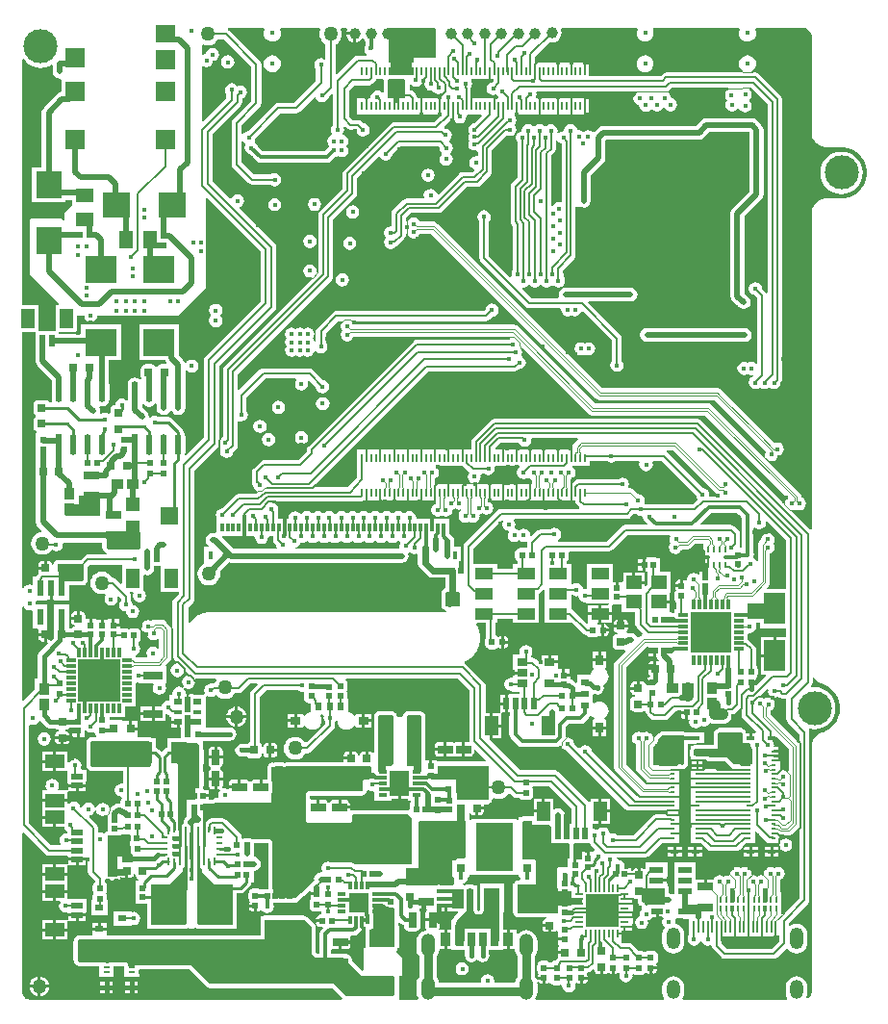
<source format=gtl>
%FSTAX23Y23*%
%MOIN*%
%SFA1B1*%

%IPPOS*%
%AMD26*
4,1,8,0.008300,0.009800,-0.008300,0.009800,-0.010800,0.007300,-0.010800,-0.007300,-0.008300,-0.009800,0.008300,-0.009800,0.010800,-0.007300,0.010800,0.007300,0.008300,0.009800,0.0*
1,1,0.005000,0.008300,0.007300*
1,1,0.005000,-0.008300,0.007300*
1,1,0.005000,-0.008300,-0.007300*
1,1,0.005000,0.008300,-0.007300*
%
%AMD36*
4,1,8,0.013000,-0.011600,0.013000,0.011600,0.009700,0.014900,-0.009700,0.014900,-0.013000,0.011600,-0.013000,-0.011600,-0.009700,-0.014900,0.009700,-0.014900,0.013000,-0.011600,0.0*
1,1,0.006600,0.009700,-0.011600*
1,1,0.006600,0.009700,0.011600*
1,1,0.006600,-0.009700,0.011600*
1,1,0.006600,-0.009700,-0.011600*
%
%AMD37*
4,1,8,-0.014900,0.021900,-0.014900,-0.021900,-0.011200,-0.025600,0.011200,-0.025600,0.014900,-0.021900,0.014900,0.021900,0.011200,0.025600,-0.011200,0.025600,-0.014900,0.021900,0.0*
1,1,0.007400,-0.011200,0.021900*
1,1,0.007400,-0.011200,-0.021900*
1,1,0.007400,0.011200,-0.021900*
1,1,0.007400,0.011200,0.021900*
%
%AMD38*
4,1,8,0.011600,0.013000,-0.011600,0.013000,-0.014900,0.009700,-0.014900,-0.009700,-0.011600,-0.013000,0.011600,-0.013000,0.014900,-0.009700,0.014900,0.009700,0.011600,0.013000,0.0*
1,1,0.006600,0.011600,0.009700*
1,1,0.006600,-0.011600,0.009700*
1,1,0.006600,-0.011600,-0.009700*
1,1,0.006600,0.011600,-0.009700*
%
%AMD41*
4,1,8,-0.010600,0.026100,-0.010600,-0.026100,0.000000,-0.036800,0.000000,-0.036800,0.010600,-0.026100,0.010600,0.026100,0.000000,0.036800,0.000000,0.036800,-0.010600,0.026100,0.0*
1,1,0.021400,0.000000,0.026100*
1,1,0.021400,0.000000,-0.026100*
1,1,0.021400,0.000000,-0.026100*
1,1,0.021400,0.000000,0.026100*
%
%AMD65*
4,1,8,-0.021900,-0.014900,0.021900,-0.014900,0.025600,-0.011200,0.025600,0.011200,0.021900,0.014900,-0.021900,0.014900,-0.025600,0.011200,-0.025600,-0.011200,-0.021900,-0.014900,0.0*
1,1,0.007400,-0.021900,-0.011200*
1,1,0.007400,0.021900,-0.011200*
1,1,0.007400,0.021900,0.011200*
1,1,0.007400,-0.021900,0.011200*
%
%AMD70*
4,1,8,0.009800,-0.008300,0.009800,0.008300,0.007300,0.010800,-0.007300,0.010800,-0.009800,0.008300,-0.009800,-0.008300,-0.007300,-0.010800,0.007300,-0.010800,0.009800,-0.008300,0.0*
1,1,0.005000,0.007300,-0.008300*
1,1,0.005000,0.007300,0.008300*
1,1,0.005000,-0.007300,0.008300*
1,1,0.005000,-0.007300,-0.008300*
%
%AMD86*
4,1,8,0.011800,-0.004000,0.011800,0.004000,0.009900,0.005900,-0.009900,0.005900,-0.011800,0.004000,-0.011800,-0.004000,-0.009900,-0.005900,0.009900,-0.005900,0.011800,-0.004000,0.0*
1,1,0.003800,0.009900,-0.004000*
1,1,0.003800,0.009900,0.004000*
1,1,0.003800,-0.009900,0.004000*
1,1,0.003800,-0.009900,-0.004000*
%
%AMD87*
4,1,8,0.001900,0.010800,-0.001900,0.010800,-0.003900,0.008800,-0.003900,-0.008800,-0.001900,-0.010800,0.001900,-0.010800,0.003900,-0.008800,0.003900,0.008800,0.001900,0.010800,0.0*
1,1,0.004000,0.001900,0.008800*
1,1,0.004000,-0.001900,0.008800*
1,1,0.004000,-0.001900,-0.008800*
1,1,0.004000,0.001900,-0.008800*
%
%ADD10C,0.009800*%
%ADD11C,0.007900*%
%ADD12C,0.003900*%
%ADD13C,0.005900*%
%ADD15C,0.015700*%
%ADD18O,0.047200X0.074800*%
%ADD19O,0.047200X0.066900*%
%ADD21R,0.027600X0.047200*%
%ADD22R,0.031500X0.047200*%
%ADD23R,0.035400X0.047200*%
%ADD24R,0.092500X0.088600*%
%ADD25R,0.031500X0.023600*%
G04~CAMADD=26~8~0.0~0.0~217.0~197.0~25.0~0.0~15~0.0~0.0~0.0~0.0~0~0.0~0.0~0.0~0.0~0~0.0~0.0~0.0~0.0~217.0~197.0*
%ADD26D26*%
%ADD27R,0.023600X0.013800*%
%ADD28R,0.043300X0.066900*%
%ADD29R,0.063000X0.039400*%
%ADD30R,0.022800X0.021300*%
%ADD31R,0.011800X0.031500*%
%ADD32R,0.015700X0.031500*%
%ADD33R,0.086600X0.059100*%
%ADD34R,0.021300X0.022800*%
%ADD35R,0.038800X0.019300*%
G04~CAMADD=36~8~0.0~0.0~299.0~260.0~33.0~0.0~15~0.0~0.0~0.0~0.0~0~0.0~0.0~0.0~0.0~0~0.0~0.0~0.0~270.0~260.0~298.0*
%ADD36D36*%
G04~CAMADD=37~8~0.0~0.0~512.0~299.0~37.0~0.0~15~0.0~0.0~0.0~0.0~0~0.0~0.0~0.0~0.0~0~0.0~0.0~0.0~90.0~298.0~512.0*
%ADD37D37*%
G04~CAMADD=38~8~0.0~0.0~299.0~260.0~33.0~0.0~15~0.0~0.0~0.0~0.0~0~0.0~0.0~0.0~0.0~0~0.0~0.0~0.0~0.0~299.0~260.0*
%ADD38D38*%
%ADD39R,0.047200X0.047200*%
%ADD40R,0.059100X0.063000*%
G04~CAMADD=41~8~0.0~0.0~736.0~213.0~107.0~0.0~15~0.0~0.0~0.0~0.0~0~0.0~0.0~0.0~0.0~0~0.0~0.0~0.0~90.0~212.0~735.0*
%ADD41D41*%
%ADD42R,0.021300X0.073600*%
%ADD43R,0.009800X0.020700*%
%ADD44R,0.009800X0.023600*%
%ADD45R,0.023600X0.009800*%
%ADD46R,0.009800X0.133900*%
%ADD47R,0.009800X0.025600*%
%ADD48R,0.013000X0.092900*%
%ADD49R,0.039400X0.019700*%
%ADD50R,0.066900X0.047200*%
%ADD51R,0.027600X0.035400*%
%ADD52R,0.027600X0.023600*%
%ADD53R,0.035400X0.027600*%
%ADD54R,0.023600X0.027600*%
%ADD55R,0.011800X0.033500*%
%ADD56R,0.033500X0.011800*%
%ADD57R,0.145700X0.145700*%
%ADD58R,0.065000X0.063000*%
%ADD59R,0.065000X0.070900*%
%ADD60R,0.047200X0.066900*%
%ADD61R,0.019700X0.039400*%
%ADD62R,0.055100X0.047200*%
%ADD63R,0.072800X0.110200*%
%ADD64R,0.110200X0.094500*%
G04~CAMADD=65~8~0.0~0.0~512.0~299.0~37.0~0.0~15~0.0~0.0~0.0~0.0~0~0.0~0.0~0.0~0.0~0~0.0~0.0~0.0~180.0~512.0~298.0*
%ADD65D65*%
%ADD66R,0.037700X0.043500*%
%ADD67R,0.023600X0.015700*%
%ADD68R,0.023600X0.007900*%
%ADD69R,0.007900X0.027600*%
G04~CAMADD=70~8~0.0~0.0~217.0~197.0~25.0~0.0~15~0.0~0.0~0.0~0.0~0~0.0~0.0~0.0~0.0~0~0.0~0.0~0.0~270.0~196.0~216.0*
%ADD70D70*%
%ADD71R,0.029500X0.011800*%
%ADD72R,0.016500X0.009100*%
%ADD73R,0.059100X0.047200*%
%ADD74R,0.088600X0.092500*%
%ADD75R,0.066900X0.031500*%
%ADD76R,0.007900X0.029500*%
%ADD77R,0.029500X0.007900*%
%ADD78R,0.031500X0.011800*%
%ADD79R,0.031500X0.019700*%
%ADD80R,0.130700X0.165400*%
%ADD81R,0.047200X0.023600*%
%ADD82R,0.023600X0.055100*%
%ADD83R,0.009100X0.039400*%
%ADD84R,0.053100X0.072800*%
%ADD85R,0.043500X0.037700*%
G04~CAMADD=86~8~0.0~0.0~118.0~236.0~19.0~0.0~15~0.0~0.0~0.0~0.0~0~0.0~0.0~0.0~0.0~0~0.0~0.0~0.0~270.0~236.0~118.0*
%ADD86D86*%
G04~CAMADD=87~8~0.0~0.0~79.0~217.0~20.0~0.0~15~0.0~0.0~0.0~0.0~0~0.0~0.0~0.0~0.0~0~0.0~0.0~0.0~0.0~79.0~217.0*
%ADD87D87*%
%ADD88R,0.141700X0.141700*%
%ADD89R,0.031500X0.029500*%
%ADD90R,0.033500X0.033500*%
%ADD91R,0.015700X0.022200*%
%ADD92R,0.070900X0.088600*%
%ADD93R,0.007900X0.022200*%
%ADD94R,0.031500X0.031500*%
%ADD95R,0.019700X0.058300*%
%ADD96R,0.069300X0.069300*%
%ADD97R,0.047200X0.059100*%
%ADD98R,0.038600X0.133900*%
%ADD99R,0.018500X0.019300*%
%ADD100R,0.098400X0.141700*%
%ADD101R,0.060600X0.063000*%
%ADD102R,0.199200X0.149600*%
%ADD103R,0.112200X0.112200*%
%ADD104R,0.057100X0.070900*%
%ADD105R,0.035400X0.025600*%
%ADD200C,0.050000*%
%ADD201C,0.039400*%
%ADD202C,0.011800*%
%ADD203C,0.004600*%
%ADD204C,0.006900*%
%ADD205C,0.006700*%
%ADD206C,0.004700*%
%ADD207C,0.013800*%
%ADD208C,0.019700*%
%ADD209C,0.017700*%
%ADD210C,0.010000*%
%ADD211C,0.021300*%
%ADD212C,0.031500*%
%ADD213C,0.023600*%
%ADD214C,0.029900*%
%ADD215C,0.004600*%
%ADD216C,0.021700*%
%ADD217C,0.039400*%
%ADD218C,0.016500*%
%ADD219C,0.027600*%
%ADD220C,0.033500*%
%ADD221O,0.049200X0.078700*%
%ADD222C,0.015700*%
%ADD223C,0.118100*%
%ADD224C,0.017700*%
%LNmain_board-1*%
%LPD*%
G36*
X05107Y04497D02*
X0511Y04497D01*
X05115Y04496*
X0512Y04494*
X05124Y04491*
X05128Y04487*
X05131Y04483*
X05134Y04478*
X05135Y04472*
X05135Y0447*
X05135Y04135*
X05135Y04135*
X05135Y04134*
X05135Y0413*
X05136Y04129*
X05136Y04129*
X05138Y04121*
X05138Y0412*
X05138Y04119*
X05142Y04112*
X05142Y04111*
X05143Y0411*
X05147Y04104*
X05148Y04103*
X05148Y04102*
X05154Y04097*
X05155Y04096*
X05156Y04095*
X05162Y04091*
X05163Y0409*
X05164Y0409*
X05171Y04087*
X05172Y04087*
X05173Y04086*
X05181Y04084*
X05182*
X05182Y04084*
X05186Y04084*
X05187*
X05187Y04084*
X05239*
X05247*
X05264Y04081*
X0528Y04074*
X05295Y04064*
X05307Y04052*
X05317Y04038*
X05323Y04022*
X05327Y04005*
Y03987*
X05324Y0397*
X05317Y03954*
X05308Y0394*
X05295Y03928*
X05281Y03918*
X05265Y03911*
X05248Y03907*
X0524Y03907*
X05186*
X05186Y03907*
X05185Y03907*
X05181Y03907*
X05181Y03907*
X0518Y03907*
X05172Y03905*
X05171Y03904*
X0517Y03904*
X05163Y03901*
X05162Y039*
X05161Y039*
X05155Y03895*
X05154Y03895*
X05153Y03894*
X05148Y03888*
X05147Y03888*
X05146Y03887*
X05142Y0388*
X05142Y03879*
X05141Y03879*
X05138Y03871*
X05138Y0387*
X05137Y03869*
X05136Y03862*
Y03861*
X05135Y0386*
X05135Y03856*
X05135Y03856*
X05135Y03855*
Y02762*
X0513Y0276*
X05068Y02823*
X05069Y02828*
X05075Y02829*
X05079Y02832*
X05084Y02829*
X05093Y02827*
X05102Y02829*
X05109Y02834*
X05114Y02841*
X05116Y0285*
X05114Y02859*
X05109Y02867*
X05102Y02872*
X051Y02872*
Y02874*
X05099Y0288*
X05096Y02885*
X04987Y02994*
X04989Y02998*
X04996Y02997*
X05005Y02999*
X05012Y03004*
X05017Y03011*
X05018Y03017*
X05025Y03018*
X05033Y03023*
X05038Y0303*
X0504Y03039*
X05038Y03048*
X05033Y03056*
X05025Y03061*
X05017Y03062*
X05008Y03061*
X05006Y0306*
X04968Y03098*
X04826Y0324*
X0482Y03246*
X04815Y03249*
X04809Y0325*
X0441*
X03838Y03822*
X03833Y03825*
X03827Y03827*
X03777*
X03777Y03827*
X03772Y03835*
X03764Y0384*
X03755Y03842*
X03747Y0384*
X03739Y03835*
X03734Y03827*
X03729Y03828*
Y0384*
X03746Y03857*
X03842*
X03849Y03858*
X03854Y03862*
X0394Y03947*
X03976*
X03982Y03948*
X03988Y03952*
X04023Y03987*
X04027Y03993*
X04028Y04*
Y04075*
X04079Y04126*
X04081Y04124*
X0409Y04122*
X04099Y04124*
X04106Y04129*
X04111Y04136*
X04113Y04145*
X04111Y04154*
X04107Y04161*
X04111Y04168*
X04113Y04177*
X04111Y04186*
X04106Y04193*
X04105Y04194*
X04106Y04199*
X04352*
Y04203*
X04364*
Y0425*
X04352*
Y04254*
X04184*
X04181Y04259*
X04182Y04266*
X04181Y04273*
X04184Y04278*
X04529*
X0453Y04273*
X04525Y04269*
X0452Y04261*
X04518Y04253*
X0452Y04244*
X04525Y04236*
X04532Y04231*
X04538Y0423*
X04537Y0423*
X04539Y04221*
X04544Y04214*
X04552Y04209*
X04561Y04207*
X04569Y04209*
X04577Y04214*
X04578Y04215*
X04583*
X04584Y04215*
X04591Y0421*
X046Y04208*
X04609Y0421*
X04616Y04215*
X04621Y04221*
X04625Y04221*
X04626Y04221*
X0463Y04216*
X04637Y04211*
X04646Y04209*
X04655Y04211*
X04663Y04216*
X04668Y04223*
X04669Y04232*
X04668Y04241*
X04663Y04248*
X04655Y04253*
X04649Y04254*
X04648Y04262*
X04643Y0427*
X04637Y04274*
X04638Y04279*
X04638*
X04643Y04283*
X0465Y0429*
X04848*
X04849Y04285*
X04841Y0428*
X04836Y04272*
X04835Y04263*
X04836Y04254*
X04841Y04247*
X04842Y04246*
X04838Y04241*
X04837Y04232*
X04838Y04223*
X04843Y04216*
X04851Y04211*
X0486Y04209*
X04869Y04211*
X04876Y04216*
X04879Y04219*
X04881Y04219*
X04884Y04218*
X04889Y04212*
X04896Y04207*
X04905Y04205*
X04914Y04207*
X04921Y04212*
X04926Y04219*
X04928Y04228*
X04926Y04237*
X04921Y04244*
X0492Y04245*
Y0425*
X04921Y04251*
X04926Y04258*
X04928Y04267*
X04926Y04276*
X04921Y04284*
X0492Y04285*
X04921Y0429*
X04926*
X04983Y04233*
Y03581*
X04978Y03579*
X04976Y03582*
X04963Y03595*
X04962Y03603*
X04957Y0361*
X04949Y03615*
X0494Y03617*
X04932Y03615*
X04924Y0361*
X04919Y03603*
X04917Y03594*
X04919Y03585*
X04924Y03578*
X04932Y03573*
X04939Y03571*
X04947Y03563*
Y03337*
X04942Y03335*
X04936Y0334*
X04927Y03342*
X04918Y0334*
X04914Y03337*
X0491Y0334*
X04901Y03342*
X04892Y0334*
X04885Y03335*
X0488Y03327*
X04878Y03318*
X0488Y0331*
X04885Y03302*
X04892Y03297*
X04901Y03295*
X0491Y03297*
X04914Y033*
X04918Y03297*
X04927Y03295*
X0493Y03296*
X04934Y03292*
X04933Y03291*
X04932Y03291*
X04924Y03286*
X04919Y03278*
X04917Y03269*
X04919Y0326*
X04924Y03253*
X04932Y03248*
X0494Y03246*
X04949Y03248*
X04956Y03253*
X04963Y03248*
X04972Y03246*
X04981Y03248*
X04985Y03251*
X04989Y03253*
X04993Y03251*
X04997Y03248*
X05005Y03246*
X05014Y03248*
X05022Y03253*
X05027Y0326*
X05028Y03269*
X05031Y03273*
X05032Y03279*
Y04251*
X05031Y04257*
X05027Y04263*
X04952Y04338*
X04947Y04341*
X0494Y04343*
X04928*
X04927Y04348*
X04928Y04348*
X04934Y04353*
X04939Y04359*
X04942Y04366*
X04943Y04374*
X04942Y04381*
X04939Y04388*
X04934Y04395*
X04928Y04399*
X04921Y04402*
X04913Y04403*
X04905Y04402*
X04898Y04399*
X04892Y04395*
X04887Y04388*
X04884Y04381*
X04883Y04374*
X04884Y04366*
X04887Y04359*
X04892Y04353*
X04898Y04348*
X04898Y04348*
X04897Y04343*
X04631*
X04625Y04341*
X04619Y04338*
X04613Y04332*
X04364*
Y04372*
X04352*
Y04376*
X04178*
Y04399*
X04226Y04447*
X04235Y04446*
X04244Y04447*
X04252Y04451*
X04259Y04456*
X04264Y04463*
X04267Y04471*
X04269Y0448*
X04267Y04489*
X04266Y04492*
X04269Y04497*
X04529*
X04532Y04492*
X0453Y04488*
X04529Y0448*
X0453Y04472*
X04533Y04465*
X04538Y04459*
X04544Y04454*
X04551Y04451*
X04559Y0445*
X04566Y04451*
X04573Y04454*
X0458Y04459*
X04584Y04465*
X04587Y04472*
X04588Y0448*
X04587Y04488*
X04585Y04492*
X04588Y04497*
X04883*
X04886Y04492*
X04884Y04488*
X04883Y0448*
X04884Y04472*
X04887Y04465*
X04892Y04459*
X04898Y04454*
X04905Y04451*
X04913Y0445*
X04921Y04451*
X04928Y04454*
X04934Y04459*
X04939Y04465*
X04942Y04472*
X04943Y0448*
X04942Y04488*
X0494Y04492*
X04943Y04497*
X05106*
X05107*
G37*
G36*
X03434Y04492D02*
X03431Y04486D01*
X0343Y04476*
X03431Y04466*
X03435Y04456*
X03441Y04448*
X03449Y04442*
X03451Y04441*
Y04392*
X03447Y04389*
X03444Y04391*
X03436Y04393*
X03427Y04391*
X03419Y04386*
X03414Y04378*
X03412Y0437*
X03414Y04361*
X03418Y04355*
Y04313*
X03343Y04238*
X03287*
X0328Y04236*
X03275Y04232*
X03182Y0414*
X03176Y04139*
X03168Y04134*
X03166Y04131*
X03161Y04132*
Y04161*
X03224Y04223*
X03227Y04229*
X03229Y04236*
Y04371*
X03227Y04377*
X03224Y04383*
X03118Y04488*
X03113Y04492*
X03112Y04492*
X03113Y04497*
X03237*
X0324Y04492*
X03238Y04488*
X03237Y0448*
X03238Y04472*
X03241Y04465*
X03246Y04459*
X03252Y04454*
X0326Y04451*
X03267Y0445*
X03275Y04451*
X03282Y04454*
X03288Y04459*
X03293Y04465*
X03296Y04472*
X03297Y0448*
X03296Y04488*
X03294Y04492*
X03297Y04497*
X0343*
X03434Y04492*
G37*
G36*
X03194Y04363D02*
Y04243D01*
X03131Y0418*
X03127Y04175*
X03126Y04168*
Y04024*
X03127Y04017*
X03131Y04012*
X03183Y0396*
X03189Y03956*
X03195Y03954*
X03261*
X03266Y03951*
X03275Y03949*
X03284Y03951*
X03291Y03956*
X03296Y03963*
X03298Y03972*
X03296Y03981*
X03291Y03988*
X03284Y03993*
X03275Y03995*
X03266Y03993*
X03261Y0399*
X03203*
X03161Y04031*
Y04103*
X03166Y04105*
X03168Y04101*
X03172Y04099*
X03174Y04092*
X03173Y04091*
X03171Y04082*
X03173Y04073*
X03178Y04066*
X03186Y04061*
X03188Y0406*
X03212Y04037*
X03218Y04032*
X03226Y04031*
X03457*
X03465Y04032*
X03471Y04037*
X03486Y04052*
X03489Y04052*
X03494Y04055*
X03499Y04052*
X03507Y0405*
X03516Y04052*
X03524Y04057*
X03529Y04065*
X03531Y04073*
X03529Y04082*
X03524Y04089*
X03529Y04096*
X03531Y04105*
X03529Y04114*
X03524Y04121*
X03516Y04126*
X03514Y04127*
X03511Y04132*
X03514Y04136*
X03516Y04145*
X03514Y04154*
X03514Y04154*
X0352Y04155*
X03525Y0415*
X0353Y04146*
X03537Y04145*
X03555*
X03557Y04143*
X03559Y04135*
X03564Y04128*
X03571Y04123*
X0358Y04121*
X03589Y04123*
X03597Y04128*
X03602Y04135*
X03603Y04144*
X03602Y04153*
X03597Y04161*
X03589Y04166*
X03582Y04167*
X03575Y04174*
X03569Y04178*
X03563Y04179*
X03544*
X03532Y04191*
Y04282*
X0355Y04299*
X03602*
X03608Y04301*
X03614Y04304*
X03622Y04312*
X03626Y04318*
X03626Y0432*
X03651*
X03654Y04317*
Y04274*
X03649Y04273*
X03647Y04275*
X0364Y0428*
X03631Y04282*
X03622Y0428*
X03615Y04275*
X0361Y04267*
X03608Y04259*
X03608Y04258*
X03605Y04254*
X03561*
Y04199*
X0385*
X03852Y04195*
X03827Y0417*
X03687*
X03681Y04169*
X03675Y04165*
X03515Y04005*
X03511Y03999*
X0351Y03993*
Y03941*
X03431Y03862*
X03428Y03857*
X03426Y0385*
Y03653*
X03424Y03652*
X0342Y03655*
X0342Y03656*
X03419Y03665*
X03414Y03672*
X03406Y03677*
X03397Y03679*
X03388Y03677*
X03381Y03672*
X03376Y03665*
X03374Y03656*
X03376Y03647*
X03381Y0364*
X03388Y03635*
X03397Y03633*
X03402Y03634*
X03404Y03629*
X03102Y03327*
X03098Y03321*
X03097Y03315*
Y03083*
X03093Y03082*
X03089Y03079*
X03084Y03082*
Y03327*
X03276Y03519*
X0328Y03524*
X03281Y03531*
Y03738*
X0328Y03744*
X03276Y0375*
X03153Y03873*
X03154Y03878*
X03155Y03878*
X03163Y03883*
X03168Y0389*
X03169Y03899*
X03168Y03908*
X03163Y03915*
X03155Y0392*
X03146Y03922*
X03137Y0392*
X0313Y03915*
X03125Y03908*
X03125Y03907*
X0312Y03906*
X0306Y03965*
Y0413*
X03158Y04227*
X03161Y04233*
X03163Y0424*
Y04253*
X03166Y04254*
X03173Y04259*
X03178Y04266*
X0318Y04275*
X03178Y04284*
X03173Y04291*
X03166Y04296*
X03157Y04298*
X03148Y04296*
X03145Y04294*
X03142Y04299*
X03134Y04304*
X03126Y04306*
X03117Y04304*
X03109Y04299*
X03104Y04292*
X03102Y04283*
X03104Y04274*
X03108Y04269*
Y04255*
X03028Y04175*
X03023Y04177*
Y04363*
X03028Y04366*
X0303Y04364*
X03039Y04362*
X03048Y04364*
X03055Y04369*
X0306Y04377*
X03061Y04383*
X03067Y04384*
X03075Y04389*
X0308Y04396*
X03082Y04405*
X0308Y04414*
X03075Y04421*
X03067Y04426*
X03059Y04428*
X0305Y04426*
X03042Y04421*
X03037Y04414*
X03036Y04408*
X0303Y04407*
X03028Y04405*
X03023Y04407*
Y04437*
X03028Y0444*
X03033Y04438*
X03043Y04437*
X03053Y04438*
X03062Y04442*
X03071Y04448*
X03077Y04456*
X03078Y04458*
X03099*
X03194Y04363*
G37*
G36*
X03526Y04492D02*
X03523Y04486D01*
X03522Y04483*
X03552*
Y04478*
X03557*
Y04449*
X03559Y04449*
X03567Y04452*
X03573Y04457*
X03575Y0446*
X03577Y0446*
X03582Y0446*
X03586Y04454*
X0359Y04451*
Y04439*
X03586Y04435*
X03585Y04426*
X03586Y04417*
X03591Y04409*
X03594Y04407*
X03593Y04402*
X03563*
X03556Y04401*
X0355Y04397*
X03491Y04338*
X03487Y0434*
Y04441*
X03489Y04442*
X03497Y04448*
X03503Y04456*
X03507Y04466*
X03508Y04476*
X03507Y04486*
X03504Y04492*
X03508Y04497*
X03524*
X03526Y04492*
G37*
G36*
X03834Y04493D02*
Y04396D01*
X03831Y04393*
X03755*
Y04376*
X0375*
Y04334*
X03675*
Y04376*
X03669*
Y04497*
X0383*
X03834Y04493*
G37*
G36*
X03797Y04315D02*
X03795Y04313D01*
X03793Y04304*
X03795Y04295*
X038Y04287*
X03808Y04282*
X03816Y04281*
X03821Y04282*
X03826Y04275*
X03833Y0427*
X03842Y04268*
X03851Y0427*
X03852Y0427*
X03852Y0427*
X03856Y04267*
X03854Y04259*
X03855Y04258*
X03851Y04254*
X0377*
Y04255*
X03768Y04262*
X03764Y04268*
X03756Y04276*
X03751Y0428*
X03744Y04281*
X03742*
Y043*
X03747Y04302*
X03748Y043*
X03755Y04295*
X03764Y04293*
X03773Y04295*
X03781Y043*
X03786Y04308*
X03787Y04316*
Y04317*
X03791Y0432*
X03796*
X03797Y04315*
G37*
G36*
X04034Y04314D02*
X04029Y04309D01*
X04024Y04308*
X04016Y04303*
X04011Y04296*
X04009Y04287*
X04011Y04278*
X04016Y04271*
X04024Y04266*
X04032Y04264*
X04041Y04266*
X04043Y04267*
X04046Y04263*
X04051Y04259*
X0405Y04254*
X03957*
Y04287*
X03955Y04293*
X03957Y04296*
X03959Y04305*
X03957Y04314*
X03955Y04316*
X03958Y0432*
X04034*
Y04314*
G37*
G36*
X03476Y04266D02*
Y0416D01*
X03471Y04154*
X0347Y04145*
X03471Y04136*
X03474Y04132*
X03472Y04126*
X03471Y04126*
X03464Y04121*
X03459Y04114*
X03457Y04105*
X03459Y04096*
X03463Y04089*
X03459Y04082*
X03458Y0408*
X03449Y04071*
X03234*
X03216Y04089*
X03216Y04091*
X03211Y04099*
X03207Y04101*
X03205Y04108*
X03206Y04109*
X03207Y04115*
X03294Y04202*
X0335*
X03357Y04204*
X03362Y04208*
X03413Y04258*
X03418Y04257*
X03418Y04254*
X03423Y04247*
X03431Y04242*
X0344Y0424*
X03448Y04242*
X03456Y04247*
X03461Y04254*
X03462Y04259*
X03471Y04268*
X03476Y04266*
G37*
G36*
X03675Y0432D02*
X03724D01*
X03728Y04316*
Y04263*
Y04261*
X03726Y04257*
X03724Y04254*
X03702*
Y04236*
X0369*
Y04254*
X0367*
X03669Y04255*
X03668Y04258*
Y04259*
Y04317*
X03671Y0432*
X03673*
X03675Y0432*
G37*
G36*
X03993Y04195D02*
X03967Y04168D01*
X03959Y04167*
X03952Y04162*
X03947Y04154*
X03945Y04145*
X03947Y04136*
X03949Y04132*
X03947Y04128*
X03945Y0412*
X03947Y04111*
X03949Y04107*
X03947Y04103*
X03945Y04094*
X03947Y04085*
X03952Y04078*
X03959Y04073*
X03968Y04071*
X03974Y04072*
X03979Y04068*
Y04057*
X03975Y04054*
X03972Y04054*
X03963Y04052*
X03956Y04047*
X03951Y0404*
X03949Y04031*
X03951Y04022*
X03956Y04015*
X03963Y0401*
X03966Y04009*
X03968Y04004*
X03961Y03997*
X03925*
X03918Y03996*
X03913Y03992*
X03842Y03921*
X03836Y03923*
X03836Y03926*
X03831Y03933*
X03823Y03938*
X03815Y0394*
X03806Y03938*
X03798Y03933*
X03793Y03926*
X03791Y03917*
X03793Y03911*
X03789Y03906*
X03732*
X03725Y03905*
X0372Y03901*
X03684Y03866*
X03681Y0386*
X03679Y03854*
Y03812*
X03677Y0381*
X03668Y03808*
X0366Y03803*
X03655Y03796*
X03654Y03787*
X03655Y03778*
X0366Y03771*
X03655Y03764*
X03654Y03755*
X03655Y03747*
X0366Y03739*
X03668Y03734*
X03677Y03732*
X03686Y03734*
X03693Y03739*
X03694Y0374*
X03696Y0374*
X03701Y03744*
X03724Y03767*
X03728Y03773*
X03729Y03779*
Y03784*
X03734Y03784*
X03734Y03783*
X03739Y03775*
X03747Y0377*
X03756Y03769*
X03765Y0377*
X03772Y03775*
X03777Y03783*
X03777Y03785*
X03816*
X04388Y03213*
X04393Y0321*
X04399Y03209*
X04798*
X04941Y03066*
X04976Y03031*
X04975Y03029*
X04973Y0302*
X04974Y03014*
X04969Y03011*
X04789Y03192*
X04783Y03196*
X04777Y03197*
X04385*
X04116Y03466*
X04111Y03469*
X04105Y0347*
X03549*
X03548Y03473*
X03545Y03477*
X03548Y03482*
X04007*
X04014Y03484*
X04019Y03487*
X04029Y03497*
X04037Y03499*
X04044Y03504*
X04049Y03511*
X04051Y0352*
X04049Y03529*
X04044Y03537*
X04037Y03542*
X04028Y03543*
X04019Y03542*
X04012Y03537*
X04007Y03529*
X04005Y03522*
X04Y03517*
X03487*
X0348Y03515*
X03475Y03512*
X03423Y03459*
X03419Y03454*
X03418Y03447*
Y03413*
X03417Y03412*
X03414Y03413*
X03411Y03414*
X03411Y03418*
X03407Y03423*
X03411Y03428*
X03412Y03437*
X03411Y03445*
X03406Y03453*
X03398Y03458*
X03389Y0346*
X0338Y03458*
X03376Y03455*
X03371Y03458*
X03362Y0346*
X03353Y03458*
X03348Y03455*
X03343Y03458*
X03334Y0346*
X03325Y03458*
X03318Y03453*
X03313Y03445*
X03311Y03437*
X03313Y03428*
X03316Y03423*
X03313Y03418*
X03311Y03409*
X03313Y034*
X03316Y03395*
X03313Y0339*
X03311Y03381*
X03313Y03373*
X03318Y03365*
X03325Y0336*
X03334Y03358*
X03343Y0336*
X03348Y03363*
X03353Y0336*
X03362Y03358*
X03371Y0336*
X03376Y03363*
X0338Y0336*
X03389Y03358*
X03398Y0336*
X03406Y03365*
X03411Y03373*
X03412Y03378*
X03417Y03379*
X03418Y03377*
X03426Y03372*
X03435Y0337*
X03443Y03372*
X03451Y03377*
X03456Y03384*
X03458Y03393*
X03456Y03402*
X03452Y03408*
Y0344*
X03494Y03482*
X03506*
X03509Y03477*
X03506Y03473*
X03504Y03464*
X03506Y03455*
X03509Y0345*
X03505Y03444*
X03504Y03435*
X03505Y03426*
X0351Y03418*
X03518Y03413*
X03527Y03412*
X03535Y03413*
X03543Y03418*
X03548Y03426*
X03548Y03429*
X04091*
X04093Y03427*
X04091Y03422*
X04091Y03421*
X04085Y03417*
X03767*
X03761Y03416*
X03755Y03412*
X03392Y03049*
X03388Y03043*
X03387Y03037*
Y03031*
X03356Y03*
X03237*
X0323Y02999*
X03225Y02995*
X03202Y02972*
X03198Y02967*
X03197Y0296*
Y02925*
X03198Y02918*
X032Y02915*
X032Y02914*
X03202Y02905*
X03207Y02898*
X03214Y02893*
X03215Y02892*
X03216Y02887*
X03211Y02883*
X03149*
X03143Y02881*
X03137Y02878*
X03093Y02833*
X03085Y02832*
X03078Y02827*
X03073Y02819*
X03071Y02811*
X03072Y02803*
Y02798*
Y02751*
X03068Y02748*
X03059*
X03049Y02746*
X03042Y02741*
X03036Y02733*
X03035Y02724*
X03036Y02715*
X03042Y02707*
X03045Y02705*
X03043Y027*
X03031*
Y02641*
X03027Y0264*
X03019Y02634*
X03013Y02625*
X03009Y02616*
X03008Y02606*
X03009Y02596*
X03013Y02586*
X03019Y02578*
X03027Y02572*
X03037Y02568*
X03047Y02567*
X03057Y02568*
X03066Y02572*
X03074Y02578*
X03081Y02586*
X03085Y02596*
X03086Y02606*
X03085Y02614*
X03117Y02646*
X03124Y02645*
X03715*
X03724Y02647*
X03732Y02652*
X03737Y0266*
X03739Y02669*
X03738Y02676*
X03741Y02681*
X03745Y02681*
X03751Y02677*
X03759Y02675*
X03766Y02677*
X03771Y02673*
Y02644*
X03773Y02635*
X03778Y02626*
X03805Y026*
X03813Y02594*
X03822Y02593*
X03865*
Y02556*
X03861Y02554*
X03857Y0255*
X03854Y02545*
X03853Y0254*
Y02497*
X03854Y02491*
X03857Y02487*
X03861Y02483*
X03865Y0248*
X0387Y02479*
X0387Y02474*
X03054*
X03053*
X03046*
X03044Y02473*
X03043*
X03028Y02471*
X03027Y0247*
X03026Y0247*
X03012Y02464*
X03011Y02463*
X03009Y02463*
X02997Y02454*
X02996Y02453*
X02995Y02453*
X02984Y02442*
X02983Y02441*
X02982Y0244*
X02981Y02437*
X02976Y02439*
Y02492*
X02992Y02509*
X02996Y02514*
X02997Y02521*
Y02965*
X03079Y03046*
X03079Y03046*
X03085Y03046*
X03086Y03044*
X03089Y03042*
X03087Y0304*
X03086Y03031*
X03087Y03022*
X03092Y03015*
X031Y0301*
X03109Y03008*
X03118Y0301*
X03125Y03015*
X0313Y03022*
X03132Y0303*
X03142Y0304*
X03145Y03045*
X03147Y03052*
Y03133*
X03152Y03135*
X03159Y03134*
X03168Y03136*
X03175Y03141*
X0318Y03148*
X03182Y03157*
X0318Y03166*
X03177Y03171*
Y03217*
X03242Y03283*
X03346*
X03349Y03278*
X03346Y03274*
X03345Y03265*
X03346Y03256*
X03351Y03249*
X03359Y03244*
X03368Y03242*
X03376Y03244*
X03384Y03249*
X03389Y03256*
X03391Y03265*
X03389Y03274*
X03389Y03275*
X03392Y03278*
X03418Y03252*
X03419Y03247*
X03424Y03239*
X03432Y03234*
X0344Y03232*
X03449Y03234*
X03457Y03239*
X03462Y03247*
X03464Y03255*
X03462Y03264*
X03457Y03272*
X03449Y03277*
X03444Y03278*
X03408Y03314*
X03402Y03317*
X03395Y03319*
X03235*
X03228Y03317*
X03222Y03314*
X03151Y03243*
X03147Y03245*
Y03299*
X03472Y03624*
X03476Y0363*
X03477Y03636*
Y03835*
X03555Y03913*
X03559Y03919*
X0356Y03925*
Y03977*
X03634Y04051*
X0364Y0405*
X03644Y04045*
X03651Y0404*
X0366Y04038*
X03669Y0404*
X03676Y04045*
X03681Y04053*
X03683Y04059*
X03709Y04086*
X03842*
X03847Y04081*
X03848Y04073*
X03853Y04066*
X03854Y04065*
Y0406*
X03852Y04059*
X03847Y04052*
X03846Y04043*
X03847Y04034*
X03852Y04027*
X0386Y04022*
X03869Y0402*
X03877Y04022*
X03885Y04027*
X0389Y04034*
X03892Y04043*
X0389Y04052*
X03885Y04059*
X03884Y0406*
Y04065*
X03886Y04066*
X03891Y04073*
X03893Y04082*
X03891Y04091*
X03886Y04099*
X0388Y04102*
X0388Y04108*
X03882Y04109*
X03887Y04117*
X03889Y04126*
X03887Y04134*
X03882Y04142*
X03875Y04147*
X03866Y04149*
X03863Y04152*
X03862Y04157*
X03889Y04183*
X0389Y04185*
X03895Y04184*
X03896Y04181*
X03901Y04173*
X03908Y04168*
X03917Y04166*
X03926Y04168*
X03933Y04173*
X03938Y04181*
X0394Y0419*
X03939Y04194*
X03943Y04199*
X03991*
X03993Y04195*
G37*
G36*
X02412Y04381D02*
X02423Y04372D01*
X02436Y04365*
X0245Y04361*
X02464Y04359*
X02478Y04361*
X02492Y04365*
X02501Y0437*
X02506Y04367*
Y04346*
X02508Y04336*
X02513Y04328*
X02522Y04323*
X02531Y04321*
X02534Y04322*
X02538Y04319*
Y04276*
X02529Y04274*
X02521Y04269*
X02475Y04222*
X02469Y04214*
X02468Y04205*
Y04014*
X02434*
Y03894*
X0255*
Y03902*
X02574*
Y03881*
X0257*
X02547Y03858*
Y03833*
X02542Y03831*
X02535Y03838*
X02429*
X02425Y03834*
Y03645*
X02526Y03544*
X02525Y03539*
X02516*
Y03448*
X02494*
X02457*
Y03539*
X024*
Y04389*
X02405Y0439*
X02412Y04381*
G37*
G36*
X03226Y03725D02*
Y0355D01*
X03034Y03358*
X03031Y03353*
X03029Y03346*
Y03078*
X02968Y03017*
X02967Y03017*
X02964Y03019*
X02966Y03028*
Y0308*
X02964Y0309*
X0296Y03096*
Y03097*
X02958Y03104*
X02954Y0311*
X0292Y03145*
X02913Y03149*
X02906Y03151*
X02871*
X02868Y03153*
X02859Y03155*
X0285Y03153*
X02843Y03148*
X02841Y03149*
X02839Y03151*
Y03151*
X02837Y0316*
X02832Y03168*
X02815Y03185*
Y03195*
X0282Y03197*
X02823Y03193*
X02831Y03187*
X02841Y03185*
X0285Y03187*
X02858Y03193*
X02861Y03196*
X02866Y03195*
Y03181*
X02868Y03172*
X02873Y03164*
X02874Y03163*
X02882Y03158*
X02891Y03156*
X02901Y03158*
X02909Y03163*
X02913Y0317*
X02915Y0317*
X02918Y0317*
X02919Y0317*
X02923Y03163*
X02931Y03157*
X0294Y03156*
X0295Y03157*
X02958Y03163*
X02958Y03163*
X02963Y03171*
X02965Y0318*
Y03206*
X02966Y0321*
Y03262*
X02965Y03267*
Y03311*
X0297Y03312*
X02971Y0331*
X02979Y03305*
X02988Y03303*
X02997Y03305*
X03004Y0331*
X03009Y03317*
X03011Y03326*
X03009Y03335*
X03004Y03343*
X02997Y03348*
X02988Y03349*
X02979Y03348*
X02971Y03343*
X02969Y03338*
X02963Y03339*
X02963Y03341*
X02958Y03349*
X02942Y03364*
Y0347*
X02805*
Y03348*
X02895*
X02896Y03345*
X02901Y03338*
X02901Y03337*
X02899Y03333*
X02884*
X02877Y03332*
X02871Y03328*
X02868Y03324*
X02868Y03324*
X02863*
X02863Y03324*
X0286Y03328*
X02855Y03332*
X02848Y03333*
X02828*
X02822Y03332*
X02816Y03328*
X02812Y03322*
X02811Y03316*
Y03292*
X02812Y03285*
X02814Y03283*
X02814Y03281*
X02808Y0328*
X028Y03285*
X02791Y03287*
X02781Y03285*
X02773Y0328*
X02768Y03272*
X02766Y03262*
Y0321*
Y0321*
X02762Y03208*
X02761Y03208*
X02754Y03213*
X02745Y03215*
X02736Y03213*
X02729Y03208*
X02724Y032*
X02722Y03192*
X02722Y03191*
X02716Y0319*
X0271Y03186*
X02707Y03181*
X02705Y03174*
Y03163*
X027Y0316*
X02695Y03164*
X02687Y03165*
X02678Y03164*
X02675Y03161*
X02673Y03162*
X0267Y03165*
X02671Y0317*
X02669Y03179*
X02667Y03183*
X0267Y03187*
X02677Y03186*
X02687Y03188*
X02695Y03193*
X027Y03201*
X02702Y03211*
Y03263*
X02701Y03267*
Y03348*
X02742*
Y0347*
X02604*
Y03439*
X02526*
Y03444*
X02591*
Y035*
X02615*
X02616Y03493*
X02621Y03485*
X02629Y0348*
X02637Y03478*
X02646Y0348*
X02654Y03485*
X02659Y03493*
X0266Y035*
X0294*
X03035Y03594*
Y03909*
X03039Y03912*
X03226Y03725*
G37*
G36*
X02447Y03417D02*
X02447Y03415D01*
Y03343*
X02449Y03334*
X02454Y03326*
X02503Y03277*
Y03267*
X02502Y03263*
Y03211*
X02503Y03205*
X02499Y032*
X02494*
X02492Y03203*
X02486Y03206*
X0248Y03208*
X02456*
X0245Y03206*
X02444Y03203*
X0244Y03197*
X02439Y0319*
Y03171*
X0244Y03164*
X02444Y03159*
X02448Y03156*
X02448Y03155*
Y03151*
X02448Y0315*
X02444Y03148*
X0244Y03142*
X02439Y03135*
Y03116*
X0244Y03109*
X02444Y03104*
X0245Y031*
X02449Y03095*
X02448*
Y03072*
X02447Y0307*
Y03069*
X02448Y03066*
Y03042*
X02447Y03039*
Y0298*
X02446Y02979*
X02445Y02972*
Y02948*
X02446Y02942*
X02447Y02941*
Y02787*
X02449Y02777*
X02454Y02769*
X02468Y02756*
X02466Y02751*
X0246Y0275*
X0245Y02746*
X02442Y0274*
X02436Y02732*
X02432Y02722*
X02431Y02712*
X02432Y02702*
X02436Y02693*
X02442Y02684*
X0245Y02678*
X0246Y02674*
X0247Y02673*
X0248Y02674*
X0249Y02678*
X02498Y02684*
X02503Y02691*
X02509Y02687*
X02518Y02685*
X02527Y02687*
X02535Y02692*
X0254Y02699*
X02541Y02708*
X02541Y02711*
X02544Y02715*
X02678*
Y02697*
X02679Y02692*
X02683Y02687*
X02687Y02683*
X02692Y02679*
X02694Y02679*
X02693Y02674*
X02628*
X02622Y02673*
X02616Y02669*
X02602Y02655*
X02543*
X02539Y02655*
X02525*
X02519Y02653*
X02513Y0265*
X02509Y02644*
X02508Y02637*
X02503*
X02502Y02642*
X02499Y02647*
X02495Y0265*
X0249Y02651*
X02485*
Y02626*
X0248*
Y02621*
X02457*
Y02614*
X02458Y02609*
X0245Y02601*
X02448Y02598*
X02437*
Y02572*
X02432Y02569*
X02425Y0257*
X02416Y02568*
X02408Y02563*
X02405Y02557*
X024Y02559*
Y03444*
X02447*
Y03417*
G37*
G36*
X04326Y03073D02*
X04326Y03072D01*
X0431Y03056*
X04307Y03051*
X04305Y03045*
Y03037*
X04041*
X04039Y03042*
X04057Y0306*
X04121*
X04125Y03054*
X04132Y03049*
X04141Y03047*
X0415Y03049*
X04158Y03054*
X04163Y03062*
X04164Y0307*
X04164Y03073*
X04167Y03077*
X04324*
X04326Y03073*
G37*
G36*
X04736Y02879D02*
X04737Y02872D01*
X04742Y02864*
X04724Y02847*
X04559*
X04554Y0285*
X04555Y02852*
X04557Y02861*
X04555Y0287*
X0455Y02877*
X04543Y02882*
X04534Y02884*
X0452Y02898*
X04515Y02902*
X04508Y02903*
X04503*
X04501Y02907*
X04501Y02908*
X04503Y02917*
X04501Y02926*
X04496Y02933*
X04489Y02938*
X0448Y0294*
X04471Y02938*
X04465Y02934*
X04326*
X0432Y02933*
X04314Y02929*
X04306Y02921*
X04305Y02919*
X043Y0292*
Y02934*
X04303Y02935*
X0431Y0294*
X04315Y02947*
X04317Y02956*
X04315Y02965*
X0431Y02973*
X04304Y02977*
X04305Y02982*
X04368*
Y02998*
X04425*
X04432Y02994*
X0444Y02992*
X04449Y02994*
X04456Y02998*
X04538*
X0454Y02994*
X0454Y02993*
X04538Y02985*
X0454Y02976*
X04545Y02968*
X04553Y02963*
X04562Y02962*
X0457Y02963*
X04578Y02968*
X04583Y02976*
X04585Y02985*
X04583Y02993*
X04583Y02994*
X04585Y02998*
X04616*
X04736Y02879*
G37*
G36*
X04126Y02977D02*
X04121Y02974D01*
X04116Y02966*
X04114Y02957*
X04116Y02948*
X04121Y02941*
X04129Y02936*
X04137Y02934*
X04146Y02936*
X0415Y02939*
X04156Y02939*
X04164Y02934*
X04164*
Y02916*
X03971*
X0397Y02921*
X03975Y02922*
X03982Y02927*
X03987Y02934*
X03989Y02943*
X03988Y02948*
X03992Y02953*
X04003*
X04006Y02951*
X04015Y02949*
X04024Y02951*
X04032Y02956*
X04037Y02963*
X04038Y02972*
X04037Y02977*
X04042Y02982*
X04124*
X04126Y02977*
G37*
G36*
X03929Y02979D02*
X03949Y02959D01*
X03945Y02952*
X03943Y02943*
X03945Y02934*
X0395Y02927*
X03957Y02922*
X03962Y02921*
X03961Y02916*
X03829*
Y02937*
X03829Y02937*
X03837Y02942*
X03842Y02949*
X03843Y02958*
X03842Y02967*
X03837Y02975*
X03833Y02977*
X03835Y02982*
X03928*
X03929Y02979*
G37*
G36*
X04802Y02886D02*
X04807Y02883D01*
X04812Y02882*
X04813Y0288*
X04812Y02876*
X0481Y02875*
X04784*
X04781Y02879*
X04781Y0288*
X0478Y02889*
X04775Y02897*
X04767Y02902*
X0476Y02903*
X04636Y03027*
X04631Y0303*
X04633Y03035*
X04653*
X04802Y02886*
G37*
G36*
X04363Y0316D02*
X04368Y03156D01*
X04374Y03155*
X04767*
X0505Y02872*
X05049Y02867*
X05044Y02859*
X05043Y02854*
X05038Y02852*
X04753Y03138*
X04747Y03141*
X04741Y03143*
X04036*
X04029Y03141*
X04024Y03138*
X03961Y03075*
X03957Y03069*
X03956Y03063*
Y03037*
X03561*
Y02982*
X03561*
Y0294*
X03528Y02906*
X03412*
X0341Y02911*
X03807Y03308*
X04108*
X04114Y0331*
X0412Y03313*
X04123Y03316*
X0413Y03318*
X04138Y03323*
X04143Y0333*
X04145Y03339*
X04143Y03348*
X04138Y03355*
X04133Y03359*
X04131Y03365*
X04131Y03365*
X04133Y03374*
X04131Y03382*
X04127Y03389*
X04131Y03392*
X04363Y0316*
G37*
G36*
X04317Y02858D02*
X04318Y02851D01*
X04322Y02846*
X04331Y02837*
X04329Y02832*
X0406*
X04054Y0283*
X04048Y02827*
X03934Y02713*
X03931Y02707*
X03929Y02701*
Y0264*
X03925Y02639*
X03921Y02642*
Y027*
X03897*
Y02721*
X03895Y0273*
X0389Y02738*
X03882Y02743*
X0388Y02743*
X0388Y02744*
Y02769*
X03879Y02771*
Y02798*
X03825*
X0382*
X03768*
X03765Y02802*
X03763Y02811*
X03758Y02818*
X03751Y02823*
X03742Y02825*
X03733Y02823*
X03725Y02818*
X03724Y02817*
X03719*
X03719Y02818*
X03711Y02823*
X03702Y02825*
X03693Y02823*
X03686Y02818*
X03685Y02817*
X0368*
X03679Y02818*
X03672Y02823*
X03663Y02825*
X03654Y02823*
X03647Y02818*
X03646Y02817*
X03641*
X0364Y02818*
X03632Y02823*
X03624Y02825*
X03615Y02823*
X03607Y02818*
X03606Y02817*
X03601*
X03601Y02818*
X03593Y02823*
X03584Y02825*
X03575Y02823*
X03568Y02818*
X03567Y02817*
X03562*
X03561Y02818*
X03554Y02823*
X03545Y02825*
X03536Y02823*
X03529Y02818*
X03527Y02817*
X03522*
X03522Y02818*
X03514Y02823*
X03505Y02824*
X03497Y02823*
X03489Y02818*
X03488Y02815*
X03483*
X03481Y02818*
X03473Y02823*
X03464Y02825*
X03455Y02823*
X03448Y02818*
X03447Y02817*
X03442*
X03441Y02818*
X03434Y02823*
X03425Y02825*
X03416Y02823*
X03409Y02818*
X03408Y02817*
X03403*
X03402Y02818*
X03394Y02823*
X03386Y02825*
X03377Y02823*
X03369Y02818*
X03367Y02815*
X03362*
X03362Y02816*
X03354Y02821*
X03345Y02823*
X03336Y02821*
X03329Y02816*
X03324Y02809*
X03322Y028*
X03321Y02798*
X03314*
X03309*
X03286*
Y02821*
X03285Y02825*
X03286Y0283*
X03285Y02839*
X0328Y02847*
X03272Y02852*
X03268Y02852*
X03268Y02857*
X03572*
X03578Y02859*
X03581Y02861*
X03832*
Y02849*
X03831Y02849*
X03824Y02844*
X03819Y02836*
X03817Y02827*
X03819Y02819*
X03824Y02811*
X03831Y02806*
X0384Y02804*
X03849Y02806*
X03854Y02809*
X03859Y02806*
X03868Y02804*
X03877Y02806*
X03884Y02811*
X03889Y02819*
X03891Y02827*
X0389Y02829*
X03895Y0283*
X039Y02834*
X03905Y0283*
X03914Y02829*
X03919Y0283*
X03921Y02825*
X03918Y02823*
X03913Y02815*
X03912Y02807*
X03913Y02798*
X03918Y0279*
X03926Y02785*
X03935Y02784*
X03943Y02785*
X03948Y02789*
X03953Y02785*
X03962Y02784*
X03971Y02785*
X03978Y0279*
X03983Y02798*
X03985Y02807*
X03984Y02812*
X03991Y02813*
X03996Y02816*
X04001Y02813*
X04009Y02811*
X04018Y02813*
X04026Y02818*
X04031Y02825*
X04032Y02834*
X04031Y02843*
X04026Y02851*
X04018Y02856*
X04018Y02856*
Y02861*
X04317*
Y02858*
G37*
G36*
X02669Y02807D02*
X02551D01*
Y02848*
X02595*
Y02878*
X02669*
Y02807*
G37*
G36*
X05046Y02723D02*
Y02555D01*
X04982*
X0498Y02559*
X04986Y02565*
X04989Y0257*
X0499Y02576*
Y02677*
X04993Y02678*
X05001Y02683*
X05006Y0269*
X05007Y02699*
X05006Y02708*
X05002Y02712*
X05005Y02717*
X05007Y02726*
X05005Y02734*
X05Y02742*
X04993Y02747*
X04984Y02749*
X04975Y02747*
X04968Y02742*
X04963Y02734*
X04961Y02726*
X04953Y02718*
X0495Y02713*
X04949Y02707*
Y02653*
X04946Y02652*
X04944*
X04939Y02659*
X04933Y02662*
X04934Y02664*
X04936Y02673*
X04934Y02682*
X04933Y02683*
Y02765*
X04938Y02767*
X04944Y02763*
X04953Y02761*
X04962Y02763*
X0497Y02768*
X04975Y02775*
X04976Y02784*
X04976Y02786*
X04981Y02789*
X05046Y02723*
G37*
G36*
X04535Y02809D02*
X04544Y02807D01*
X04547Y02807*
X04551Y02803*
X04551Y02803*
X04553Y02794*
X04558Y02786*
X04566Y02781*
X04565Y02776*
X0449*
X04483Y02775*
X04478Y02771*
X04426Y02719*
X04257*
X04256Y02724*
X0426Y02727*
X04265Y02735*
X04267Y02744*
X04265Y02752*
X0426Y0276*
X04252Y02765*
X04244Y02767*
X04235Y02765*
X04228Y02761*
X04196*
X0419Y02759*
X04184Y02756*
X04165Y02736*
X0416Y02739*
X0416Y0274*
X04159Y02749*
X04154Y02756*
X04146Y02761*
X04137Y02763*
X04129Y02761*
X04121Y02756*
X04114Y02761*
X04109Y02762*
X04106Y02768*
X04107Y02769*
X04109Y02778*
X04107Y02787*
X04104Y02792*
X04106Y02797*
X04495*
X04502Y02799*
X04508Y02802*
X04518Y02813*
X04528*
X04535Y02809*
G37*
G36*
X03509Y02719D02*
X03516Y02714D01*
X03525Y02713*
X03534Y02714*
X03541Y02719*
X03542Y02721*
X03547*
X03548Y02719*
X03556Y02714*
X03565Y02713*
X03573Y02714*
X03581Y02719*
X03582Y02721*
X03587*
X03588Y02719*
X03595Y02714*
X03604Y02713*
X03613Y02714*
X0362Y02719*
X03621Y02721*
X03626*
X03627Y02719*
X03634Y02714*
X03643Y02713*
X03652Y02714*
X0366Y02719*
X0366Y02721*
X03665*
X03666Y02719*
X03674Y02714*
X03683Y02713*
X03691Y02714*
X03699Y02719*
X037Y02721*
X03705*
X03706Y02719*
X03711Y02716*
X03709Y02712*
X03707Y02703*
X03708Y02698*
X03704Y02693*
X03348*
X03347Y02698*
X03351Y02699*
X03358Y02704*
X03363Y02711*
X03364Y02713*
X03368Y02713*
X03376Y02714*
X03384Y02719*
X03385Y02721*
X0339*
X03391Y02719*
X03398Y02714*
X03407Y02713*
X03416Y02714*
X03423Y02719*
X03425Y02721*
X0343*
X03431Y02719*
X03439Y02714*
X03447Y02713*
X03456Y02714*
X03464Y02719*
X03468*
X03476Y02714*
X03485Y02713*
X03494Y02714*
X03501Y02719*
X03502Y02721*
X03507*
X03509Y02719*
G37*
G36*
X03269Y02725D02*
X0327Y02718D01*
X03274Y02713*
X0328Y02707*
X03281Y02699*
X03283Y02697*
X0328Y02693*
X03134*
X03092Y02735*
X03094Y02739*
X03204*
X03207Y02735*
X03207Y02734*
X03209Y02725*
X03214Y02717*
X03221Y02712*
X0323Y02711*
X03239Y02712*
X03246Y02717*
X03251Y02725*
X03253Y02734*
X03253Y02735*
X03256Y02739*
X03269*
Y02725*
G37*
G36*
X04884Y02811D02*
X04885Y0281D01*
X04891Y02804*
X04892Y028*
X04893Y02798*
Y02696*
X04887*
X04885Y02701*
X04886Y02703*
X04888Y0271*
Y02744*
X04886Y0275*
X04883Y02756*
X04867Y02771*
X04861Y02775*
X04855Y02776*
X04752*
X0475Y02781*
X04787Y02818*
X04877*
X04884Y02811*
G37*
G36*
X04067Y0279D02*
X04065Y02787D01*
X04063Y02778*
X04065Y02769*
X0407Y02762*
X04077Y02757*
X04082Y02756*
X04085Y0275*
X04084Y02749*
X04082Y0274*
X04084Y02731*
X04089Y02723*
X04096Y02718*
X04105Y02717*
X04114Y02718*
X04121Y02723*
X04129Y02718*
X04137Y02717*
X04146Y02718*
X04146Y02719*
X04151Y02716*
X04151Y02715*
Y02698*
X04146Y02696*
X04146*
X0414Y02697*
X04125*
X04119Y02695*
X04113Y02692*
X0411Y02686*
X04108Y0268*
Y02663*
X0411Y02657*
X04113Y02652*
X04115Y0265*
Y0264*
X04101*
Y02624*
X04046*
Y0264*
X03963*
Y02694*
X04063Y02793*
X04067Y0279*
G37*
G36*
X02811Y02751D02*
Y02697D01*
X02806Y02692*
X02697*
X02692Y02697*
Y02755*
X02806*
X02811Y02751*
G37*
G36*
X04645Y02737D02*
X04644Y02735D01*
X04642Y02726*
X04644Y02717*
X04646Y02713*
X04643Y02707*
X04641Y02698*
X04643Y0269*
X04648Y02682*
X04655Y02677*
X04664Y02675*
X04673Y02677*
X0468Y02682*
X04685Y0269*
X04686Y02692*
X04706*
X04713Y02693*
X04718Y02697*
X04733Y02711*
X04757*
X04757Y02711*
X04759Y0271*
X0476Y02706*
X04759Y027*
Y02683*
X04759Y02681*
X04757Y0268*
X04753Y02677*
X0475Y02674*
X04749Y0267*
X04766*
X04769Y02668*
X04771Y02667*
Y0266*
X04749*
X0475Y02656*
X04753Y02652*
X04757Y0265*
X04761Y02649*
X04762*
X04763Y02647*
Y02643*
X04777*
Y02633*
X04763*
Y02629*
X04764Y02625*
X04767Y02621*
X04767Y0262*
X04766Y02615*
X04747*
Y02607*
X04742Y02605*
X04736Y02608*
X04727Y0261*
X04718Y02608*
X04711Y02603*
X04706Y02596*
X04704Y02587*
X04704Y02585*
X047Y02583*
X04697Y02585*
X04692Y02586*
X04689*
Y02565*
X04684*
Y0256*
X04663*
Y02558*
X04664Y02553*
X04665Y0255*
X04664Y02549*
X0466Y02544*
X04659Y02537*
Y02523*
X0466Y02516*
X04664Y02511*
X04666Y02509*
Y02484*
X0466*
Y02474*
X04658Y02472*
X04649*
Y02473*
X04646*
X04643Y02477*
Y02505*
X04606*
Y02515*
X04643*
Y0254*
X04647*
Y02615*
X04611*
Y02663*
X04561*
Y02659*
X0456*
Y02638*
Y02618*
X04561*
Y02614*
X04565*
Y02566*
X04561Y02563*
X04557Y02565*
Y02572*
X04519*
Y02577*
X04514*
Y02611*
X04482*
Y02583*
X04481Y02579*
X04465*
Y02557*
X04455*
Y02579*
X04447*
Y0264*
X04357*
Y02573*
Y02571*
Y02557*
X04353Y02554*
X0435Y02554*
X04344Y02553*
X04343Y02561*
X04338Y02569*
X0433Y02574*
X04321Y02575*
X04312Y02574*
X04308Y02571*
X04303Y02572*
X04302Y02573*
Y0264*
X04287*
Y0265*
X04289Y02652*
X04293Y02657*
X04294Y02663*
Y0268*
X04294Y02681*
X04297Y02685*
X04433*
X04439Y02687*
X04445Y0269*
X04497Y02742*
X04643*
X04645Y02737*
G37*
G36*
X02614Y02637D02*
Y02586D01*
X0261Y02582*
X02539*
Y02637*
X02543Y02641*
X0261*
X02614Y02637*
G37*
G36*
X02746Y02573D02*
X02741Y02571D01*
X02725Y02588*
X02719Y02592*
X02712Y02593*
X0271*
X0271Y02595*
X02703Y02603*
X02695Y02609*
X02686Y02613*
X02676Y02614*
X02666Y02613*
X02656Y02609*
X02648Y02603*
X02642Y02595*
X02638Y02585*
X02637Y02575*
X02638Y02565*
X02642Y02556*
X02648Y02548*
X02656Y02541*
X02666Y02538*
X02676Y02536*
X02686Y02538*
X02688Y02538*
X02691Y02534*
X02687Y02528*
X02685Y02519*
X02687Y0251*
X02692Y02503*
X02699Y02498*
X02708Y02496*
X02717Y02498*
X02725Y02503*
X0273Y0251*
X02731Y02519*
X0273Y02526*
X02735Y02528*
X02742Y02521*
Y02514*
X02738Y02508*
X02736Y025*
X02738Y02491*
X02743Y02483*
X02751Y02478*
X02759Y02476*
X02761Y02472*
X02762Y02467*
X02767Y0246*
X02774Y02455*
X02783Y02453*
X02792Y02455*
X02799Y0246*
X02804Y02467*
X02806Y02476*
X02804Y02485*
X02799Y02492*
X02792Y02497*
X02783Y02499*
X02782Y02504*
X02781Y02508*
X02777Y02514*
Y02528*
X02776Y02535*
X02772Y0254*
X02773Y02544*
X02774Y02545*
X02783*
X02786Y0254*
X02785Y0254*
X02784Y02531*
X02785Y02522*
X0279Y02515*
X02798Y0251*
X02807Y02508*
X02815Y0251*
X02823Y02515*
X02828Y02522*
X0283Y02531*
X02828Y0254*
X02823Y02547*
X0282Y02549*
Y02601*
X02824Y02603*
X02825Y02603*
X02834Y02601*
X02843Y02603*
X02851Y02609*
X02856Y02616*
X02858Y02626*
Y02635*
X02879*
Y02545*
X02943*
Y02538*
X02926Y02521*
X02922Y02516*
X02921Y02509*
Y02415*
X02916Y02415*
X02915Y02422*
X02911Y02427*
X02901Y02437*
X02895Y02443*
X0289Y02446*
X02884Y02448*
X02859*
X02853Y02446*
X02848Y02443*
X02844Y02445*
X02836Y02447*
X02827Y02445*
X02819Y0244*
X02814Y02433*
X02813Y02424*
X02814Y02415*
X02819Y02408*
X02827Y02403*
X02832Y02402*
X02832Y024*
X02834Y02392*
X02839Y02384*
X02847Y02379*
X02855Y02377*
X02864Y02379*
X02869Y02383*
X02874Y0238*
Y0235*
X02869Y02348*
X02869Y02349*
X02862Y02354*
X02853Y02355*
X02844Y02354*
X02837Y02349*
X02832Y02341*
X0283Y02332*
X02832Y02323*
X02832Y02322*
X0283Y02318*
X02795*
X02794Y02318*
X02794Y02318*
Y02325*
X02796Y02326*
X02803Y02331*
X02808Y02338*
X0281Y02347*
X02808Y02356*
X02804Y02362*
Y02372*
X02806Y02373*
X0281Y02379*
X02811Y02385*
Y02402*
X0281Y02408*
X02806Y02413*
X02801Y02417*
X02794Y02418*
X0278*
X02773Y02417*
X02769Y02414*
X02765Y02417*
X02759Y02418*
X02744*
X0274Y02421*
Y02423*
X02737*
Y02423*
X02716*
Y02428*
X02711*
Y0245*
X02695*
Y02449*
X02682*
Y02428*
X02672*
Y02449*
X02658*
Y0245*
X02642*
Y02428*
X02632*
Y0245*
X02619*
Y02462*
X02618Y02467*
X02615Y02472*
X02611Y02475*
X02606Y02476*
X02599*
Y02452*
X02594*
Y02447*
X02569*
Y02443*
X0257Y02437*
X02573Y02433*
X02577Y0243*
X02582Y02429*
Y02424*
X02576Y02423*
X0257Y02419*
X02563*
Y025*
X02511*
Y02419*
X02509Y02416*
X02508Y02409*
X02503*
X02502Y02414*
X02499Y02418*
X02495Y02421*
X0249Y02422*
X02488*
Y025*
X02451*
X02448Y02503*
X02446Y0251*
X0245Y02515*
X02488*
Y02519*
X02495*
Y02557*
X02505*
Y02519*
X02511*
Y02515*
X02563*
Y02568*
X0261*
X02615Y02569*
X0262Y02572*
X02624Y02576*
X02627Y02581*
X02628Y02586*
Y0263*
X02636Y02638*
X02746*
Y02573*
G37*
G36*
X03918Y0254D02*
Y02497D01*
X03914Y02493*
X03871*
X03867Y02497*
Y0254*
X03871Y02544*
X03914*
X03918Y0254*
G37*
G36*
X0498Y02452D02*
X04914D01*
Y02464*
X04913*
Y02503*
X0498*
Y02452*
G37*
G36*
X04211Y02551D02*
Y02508D01*
Y02504*
Y02499*
Y02436*
X04302*
X04306Y02437*
X04343Y024*
X04348Y02396*
X04355Y02395*
X04355*
X04357Y02392*
X04363Y02388*
X04369Y02387*
X04384*
X0439Y02388*
X04395Y02392*
X04397Y02394*
X044Y02392*
X04404Y02391*
X04407*
Y02412*
Y02433*
X04404*
X044Y02432*
X04397Y0243*
X04395Y02432*
X04392Y02434*
X04394Y02439*
X04397*
Y02464*
X04361*
Y0244*
Y02439*
X04361Y02437*
X04356Y02435*
X04311Y0248*
X04305Y02484*
X04302Y02485*
Y02499*
Y02503*
Y02508*
Y02533*
X04307Y02535*
X04312Y02531*
X04321Y02529*
X04327Y0253*
X04329Y02522*
X04334Y02515*
X04341Y0251*
X0435Y02508*
X04353Y02509*
X04357Y02505*
Y02504*
X04431*
X04432Y02504*
X04428Y02499*
X04407*
Y02474*
X04444*
Y02496*
Y02499*
X04448Y02501*
X04478*
Y02473*
X04524*
Y02432*
X04525Y02426*
X04529Y0242*
X04549Y024*
X04548Y02396*
X04547Y02395*
X04542Y02392*
X04538Y02388*
X04532Y02389*
X04528Y02395*
X04521Y024*
X04511Y02402*
X045*
X04496Y02401*
X04494Y02406*
X04495Y02406*
X04498Y02411*
X04499Y02416*
Y02421*
X04474*
X04449*
Y02416*
X0445Y02411*
X04453Y02406*
X04457Y02403*
X04462Y02402*
Y02398*
X04456Y02396*
X0445Y02393*
X04446Y02387*
X04445Y0238*
Y02361*
X04446Y02354*
X0445Y02349*
X04456Y02345*
X04462Y02344*
X04486*
X04487Y02344*
X0449Y02339*
X04456Y02305*
X04452Y023*
X04451Y02293*
Y01936*
X04452Y01929*
X04456Y01924*
X04538Y01841*
X04539Y01841*
X04538Y01836*
X0453*
X04374Y01992*
X04372Y02*
X04367Y02007*
X0436Y02012*
X04351Y02014*
X04342Y02012*
X04335Y02007*
X04332Y02003*
X04327Y02003*
X04312Y02018*
X0431Y02026*
X04305Y02033*
X04298Y02038*
X04289Y0204*
X04288Y0204*
X04284Y02044*
Y02076*
X04294Y02086*
X04333*
X04342Y02088*
X04348Y02092*
X04364Y02108*
X04368Y02114*
X04369Y02114*
X04371Y02115*
X04374*
X04378Y0211*
X04383Y02106*
X04381Y02101*
X04377*
Y02078*
X04424*
Y02101*
X04419*
X04417Y02106*
X04423Y0211*
X04428Y02116*
X04431Y02124*
X04432Y02132*
X04431Y0214*
X04428Y02148*
X04423Y02155*
X04416Y0216*
X04408Y02163*
X044Y02164*
X04392Y02163*
X04384Y0216*
X04383Y02159*
X04378Y02161*
Y02165*
Y02188*
X04381Y0219*
X04386*
X04393Y02189*
X04402Y02191*
X04409Y02196*
X04414Y02203*
X04416Y02212*
X04414Y02221*
X04414Y02222*
X04416Y02223*
X04423Y02228*
X04428Y02234*
X04431Y02242*
X04432Y0225*
X04431Y02258*
X04428Y02266*
X04423Y02273*
X04418Y02276*
X04419Y02281*
X04424*
Y02304*
X04377*
Y02281*
X04381*
X04383Y02276*
X04378Y02273*
X04373Y02266*
X04369Y02258*
X04369Y02256*
X04323*
Y0223*
X04318Y02228*
X04309Y02237*
X04302Y02242*
X043Y02242*
Y0225*
X04296*
Y0225*
X04275*
Y02255*
X0427*
Y02277*
X04259*
X04255Y02278*
Y02282*
Y02296*
X04227*
Y02301*
X04222*
Y02324*
X04199*
Y02298*
X04195Y02296*
X0418Y02311*
X04174Y02315*
X04168Y02316*
X04164*
Y02325*
X04167Y02329*
X04168Y02338*
X04167Y02347*
X04162Y02354*
X04154Y02359*
X04145Y02361*
X04136Y02359*
X04129Y02354*
X04124Y02347*
X04122Y02338*
X04123Y02332*
X0412Y02327*
X04101*
Y02274*
X04105*
Y02268*
X04132*
Y02258*
X04105*
Y02253*
X04101*
Y0225*
X04097Y02246*
X04094Y02247*
X04085Y02245*
X04078Y0224*
X04073Y02233*
X04071Y02224*
X04073Y02215*
X04078Y02208*
X04085Y02203*
X04094Y02201*
X04098Y02202*
X04101Y02199*
X04123*
Y0219*
X04085*
Y02187*
X04082*
Y02157*
Y02127*
X04085*
Y02124*
X04088*
Y02051*
X04089Y02043*
X04094Y02036*
X04097Y02034*
X04118Y02013*
X04124Y02009*
X04132Y02007*
X04249*
X04257Y02009*
X04262Y02012*
X04267Y0201*
X04268Y02008*
X04273Y02001*
X0428Y01996*
X04288Y01994*
X04491Y01791*
X04497Y01787*
X04503Y01786*
X04632*
Y01784*
X04636*
Y01774*
X04632*
Y01773*
X04596*
X0459Y01772*
X04584Y01768*
X04518Y01702*
X04464*
X04457Y01706*
X04448Y01708*
X04441Y01706*
X04439*
X04435Y01709*
X04434Y01715*
X04429Y01723*
X04422Y01728*
X04413Y01729*
X04404Y01728*
X04397Y01723*
X04395Y0172*
X04391Y01723*
X04382Y01724*
X04379Y01724*
X04375Y01727*
Y01741*
X04397*
Y01785*
Y01828*
X04369*
Y01817*
X04364Y01816*
X04364Y01816*
X04258Y01921*
X04252Y01925*
X04246Y01927*
X04125*
X04019Y02032*
X04021Y02037*
Y0208*
Y02124*
X04005*
Y0222*
X04004Y02227*
X04Y02232*
X03937Y02295*
X03934Y02298*
X03934Y02303*
X03939Y02305*
X03941Y02306*
X03942Y02307*
X03954Y02315*
X03955Y02316*
X03956Y02317*
X03967Y02327*
X03967Y02328*
X03968Y02329*
X03976Y02341*
X03977Y02342*
X03978Y02344*
X03983Y02357*
X03984Y02359*
X03984Y0236*
X03987Y02374*
Y02376*
X03987Y02377*
Y02384*
Y02385*
Y02392*
X03987Y02394*
Y02395*
X03984Y0241*
X03984Y02411*
X03983Y02412*
X03978Y02426*
X03977Y02427*
X03976Y02428*
X03974Y02431*
X03977Y02436*
X04006*
Y02385*
X04006Y02385*
X04004Y02378*
Y02361*
X04006Y02355*
X04009Y0235*
X04015Y02346*
X04021Y02345*
X04036*
X04042Y02346*
X04047Y0235*
X04049Y02352*
X04052Y0235*
X04056Y02349*
X04059*
Y0237*
Y02391*
X04056*
X04052Y0239*
X04049Y02388*
X04047Y0239*
X04042Y02394*
X0404Y02394*
Y02436*
X04046*
Y02452*
X04101*
Y02436*
X04191*
Y02503*
Y02504*
Y02539*
X04197Y02543*
X04207Y02552*
X04211Y02551*
G37*
G36*
X04957Y02417D02*
X05046D01*
Y02389*
X05012*
Y02324*
X05007*
Y02319*
X04961*
Y02259*
X04978*
X0498Y02255*
X04951Y02226*
X04949Y02227*
X04925*
Y02237*
X04946*
Y02239*
X04945Y02244*
X04943Y02247*
X04945Y02248*
X04948Y02254*
X0495Y0226*
Y02275*
X04948Y02281*
X04945Y02286*
X04942Y02288*
Y02346*
X04941Y02353*
X04937Y02358*
X04918Y02377*
X04914Y0238*
Y02399*
X04918Y02402*
X04921Y02402*
X0493Y02403*
X04937Y02408*
X04942Y02416*
X04944Y02425*
X04942Y02433*
X04942Y02434*
X04944Y02438*
X04957*
Y02417*
G37*
G36*
X0457Y02347D02*
X04592D01*
Y02342*
X04597*
Y02321*
X04597*
Y02318*
X04601*
X04601Y02314*
X04605Y02309*
X04602Y02304*
X04597*
Y02279*
X04592*
Y02274*
X04569*
Y02267*
X0457Y02262*
X04573Y02258*
X04577Y02255*
X04576Y0225*
X04574*
X04569Y02249*
X04565Y02246*
X04562Y02242*
X04561Y02237*
Y02229*
X04556Y02228*
X04555Y0223*
X04551Y02233*
X04545Y02234*
X04539*
Y0221*
X04534*
Y02205*
X04508*
Y02201*
X04509Y02196*
X04512Y02191*
X04517Y02188*
X04522Y02187*
Y02182*
X04515Y02181*
X0451Y02177*
X04506Y02172*
X04505Y02165*
Y02146*
X04506Y02139*
X0451Y02133*
X04515Y0213*
X04522Y02128*
X04545*
X04552Y0213*
X04556Y02132*
X04561Y0213*
Y02129*
X04562Y02123*
X04566Y02117*
X04578Y02105*
X04583Y02101*
X0459Y021*
X04626*
X04632Y02101*
X04638Y02105*
X04664Y02131*
X04682*
Y02131*
X04702*
Y02126*
X04707*
Y02104*
X04708*
X04711Y02101*
X04712Y021*
X04711Y02094*
X04712Y02085*
X04717Y02078*
X04725Y02073*
X04734Y02071*
X04743Y02073*
X0475Y02078*
X04752Y02081*
X04754Y0208*
X04763Y02078*
X04772Y0208*
X0478Y02085*
X04784Y02091*
X0479Y02089*
X04799Y02088*
X04825*
X04834Y02089*
X04842Y02092*
X04849Y02098*
X04855Y02105*
X04858Y02113*
X04859Y0212*
X0486*
X04866Y02122*
X04872Y02125*
X04887Y0214*
X04892Y02138*
Y02119*
X04893Y02112*
X04897Y02107*
X04943Y0206*
X04941Y02055*
X04929*
Y02039*
X04919*
Y02055*
X04909*
X04908Y02059*
X04905Y02064*
X049Y02069*
X04896Y02072*
X0489Y02073*
X04815*
X04809Y02072*
X04805Y02069*
X04801Y02065*
X04798Y0206*
X04797Y02055*
Y02014*
X04732*
X04726Y02013*
X04723Y0201*
X04718*
Y02005*
X04715Y02001*
X04714Y01996*
Y01978*
X04715Y01973*
X04718Y01969*
Y01958*
X04721*
Y01949*
X0474*
X04758*
Y01958*
X04762*
Y01958*
X04778*
X0478Y01958*
X04836*
X04858Y01936*
X04859Y01935*
X04858Y0193*
X04762*
Y01931*
X04758*
Y01939*
X0474*
X04721*
Y01931*
X04718*
Y01895*
Y01863*
Y01832*
Y018*
Y01753*
Y01706*
Y01674*
X04752*
X04761Y01664*
X04758Y01661*
X04753*
X04738*
Y0165*
X04758*
Y01656*
Y01661*
X04762Y01664*
X04775Y01651*
X0478Y01647*
X04787Y01646*
X04874*
X0488Y01647*
X04886Y01651*
X04894Y01659*
X04899Y01657*
Y0165*
X04919*
Y01661*
X04903*
X049Y01666*
X04909Y01674*
X04939*
Y01713*
X04944Y01715*
X04978Y01681*
X04981Y01679*
Y01674*
X05019*
X05023Y0167*
X05022Y01668*
X05023Y01665*
X05018Y01661*
X05002*
Y0165*
X05021*
Y01654*
X05026Y01655*
X05029Y01651*
X05036Y01646*
X05045Y01645*
X05054Y01646*
X05062Y01651*
X05067Y01659*
X05068Y01668*
X05067Y01676*
X05062Y01684*
X05054Y01689*
X05045Y01691*
X05036Y01689*
X0503Y01685*
X05025Y01687*
Y01699*
X05026Y017*
X05055*
X05061Y01701*
X05067Y01704*
X05089Y01726*
X05094Y01724*
Y01484*
X05036Y01426*
X05031Y01428*
Y01454*
Y01503*
X05028*
Y01547*
X05028Y01547*
X05036Y01552*
X05041Y0156*
X05042Y01568*
X05041Y01577*
X05036Y01585*
X05028Y0159*
X05019Y01592*
X0501Y0159*
X05005Y01586*
X05001Y0159*
X04992Y01592*
X04983Y0159*
X04975Y01585*
X0497Y01577*
X04969Y01568*
X04969Y01566*
X04965Y01562*
X04959Y01563*
X0495Y01561*
X04945Y01558*
X0494Y01561*
X04932Y01563*
X0493Y01563*
X04927Y01566*
X04927Y01568*
X04925Y01577*
X0492Y01585*
X04913Y0159*
X04904Y01592*
X04895Y0159*
X0489Y01586*
X04885Y0159*
X04877Y01592*
X04868Y0159*
X0486Y01585*
X04855Y01577*
X04853Y01568*
X04854Y01566*
X0485Y01562*
X04845Y01563*
X04836Y01561*
X04831Y01558*
X04826Y01561*
X04817Y01563*
X04809Y01561*
X04801Y01556*
X04798Y01551*
X04794Y01547*
X04789Y01548*
X04772*
Y01523*
X04762*
Y01548*
X04745*
X0474Y01547*
X04739Y01546*
X04734Y01549*
Y01608*
X04659*
Y01557*
Y01519*
Y01499*
X04654Y01496*
X0465Y01498*
X04641Y015*
X0464*
Y01519*
X04639Y01525*
X04635Y01529*
X04635Y01529*
Y01533*
X04632*
Y0154*
X04598*
Y0155*
X04632*
Y01557*
X04635*
Y01608*
X04561*
Y01586*
X04556Y01583*
X04554Y01585*
X04549Y01586*
X04542*
Y01563*
X04532*
Y01586*
X04525*
X0452Y01585*
X04516Y01582*
X04514Y01579*
X04509Y0158*
Y01587*
X0449*
X04487Y01591*
X04487Y01594*
X04485Y01603*
X0448Y0161*
X04473Y01615*
X04464Y01617*
X04463Y01617*
X04462Y01617*
X04461Y01624*
X04559*
X04565Y01626*
X04571Y01629*
X04617Y01675*
X04632*
Y01674*
X04676*
Y01706*
Y01737*
Y01774*
X04672*
Y01784*
X04676*
Y01832*
Y01879*
Y01929*
X04681Y01932*
X04684Y01931*
X04685Y01931*
X04686*
X04688Y01931*
X04689Y01931*
X0469*
X04692Y01931*
X04693Y01932*
X04694Y01932*
X04695Y01933*
X04696Y01934*
X04698Y01935*
X04702Y01939*
X04705Y01944*
X04707Y01949*
Y02019*
X04733*
X04735Y0202*
X04762*
Y02059*
X04735*
X04733Y02059*
X04693*
X04692Y0206*
X04616*
X04611Y02059*
X04606Y02055*
X04594Y02043*
X04591Y02039*
X04591Y02038*
X0459Y02038*
X0459*
X04585Y02041*
X04584Y02047*
X04579Y02054*
X04571Y02059*
X04563Y02061*
X04554Y02059*
X04549Y02056*
X04544Y02059*
X04535Y02061*
X04526Y02059*
X04519Y02054*
X04514Y02047*
X04512Y02038*
X04514Y02029*
X04519Y02022*
X04526Y02017*
X04527Y02016*
Y01931*
X04528Y01925*
X04532Y0192*
X04563Y01889*
X04568Y01885*
X04574Y01884*
X04632*
Y01879*
X04631Y01878*
X0456*
X04493Y01946*
Y02283*
X04564Y02355*
X0457*
Y02347*
G37*
G36*
X03074Y02239D02*
X03069Y02233D01*
X03067Y02227*
X03063*
X03057Y02226*
X03056Y02226*
X03054Y02226*
X03045Y02225*
X03037Y0222*
X03032Y02212*
X03031Y02203*
X03032Y02194*
X03033Y02193*
X03031Y02189*
X02994*
Y02192*
X02979*
Y02189*
X02978*
Y02153*
X0297*
Y02189*
X02969*
Y02192*
X02968*
X02968Y02192*
X02966Y02201*
X02961Y02209*
X02964Y02213*
X02967Y02211*
X02976Y02209*
X02985Y02211*
X02992Y02216*
X02997Y02223*
X02999Y02232*
X02998Y02239*
X02998Y02241*
X03Y02243*
X03001Y02244*
X03071*
X03074Y02239*
G37*
G36*
X02922Y02316D02*
X02926Y0231D01*
X02936Y023*
X02934Y02295*
X02929Y02294*
X02921Y02289*
X02916Y02281*
X02914Y02272*
X02916Y02263*
X02921Y02256*
X02929Y02251*
X02938Y02249*
X02946Y02251*
X02954Y02256*
X02959Y02263*
X0296Y02269*
X02965Y02271*
X02977Y02259*
X02974Y02255*
X02967Y02253*
X0296Y02248*
X02955Y02241*
X02953Y02232*
X02955Y02223*
X0296Y02216*
X02957Y02211*
X02953Y02214*
X02944Y02216*
X02936Y02214*
X02928Y02209*
X02923Y02201*
X02921Y02192*
Y02192*
X02918Y02189*
X02911*
Y02171*
X02907Y02168*
X02905Y02168*
X02896Y02167*
X02889Y02162*
X02884Y02154*
X02882Y02147*
X02859*
Y02122*
Y02096*
X02897*
Y0212*
X02901Y02123*
X02904Y02122*
X02907Y02119*
X02911Y02116*
Y0211*
X02915*
Y02099*
X0294*
Y02094*
X02945*
Y02074*
X0295*
Y02051*
X0295Y0205*
Y02042*
X0295Y02042*
X02947Y02038*
X02902*
Y02022*
X02902Y0202*
Y02005*
X029Y02004*
X02893Y02*
X02883Y0199*
X02874Y01999*
X02868Y02003*
X02863Y02004*
Y02038*
X02849*
X02845Y0204*
X0284Y02041*
X02804*
X02801Y02045*
Y02046*
Y02065*
X02775*
Y0207*
X0277*
Y02096*
X02751*
X02749*
X02746Y02099*
Y021*
X02702*
Y02107*
X02704Y02111*
X02755*
Y02149*
X02794*
Y02189*
Y02229*
X02799Y02233*
X02803Y02232*
X02803*
X02807Y02229*
Y02226*
X02853*
X02855Y02222*
X02854Y0222*
X02852Y02211*
X02854Y02202*
X02859Y02195*
X02867Y0219*
X02876Y02188*
X02884Y0219*
X02892Y02195*
X02897Y02202*
X02899Y02211*
X02897Y0222*
X02896Y02222*
X02898Y02226*
X02901*
Y02285*
X02899*
X02897Y0229*
X02906Y02299*
X02911Y02304*
X02915Y0231*
X02916Y02316*
Y02322*
X02921Y02322*
X02922Y02316*
G37*
G36*
X02408Y02487D02*
X02416Y02482D01*
X02425Y0248*
X02432Y02482*
X02437Y02479*
Y02417*
X02454*
X02457Y02412*
X02457Y02409*
Y02402*
X0248*
Y02397*
X02485*
Y02372*
X02487*
X02489Y02367*
X02459Y02337*
X02455Y0233*
X02453Y02321*
Y02243*
X02442*
Y02204*
X02404Y02166*
X024Y02168*
Y02492*
X02405Y02493*
X02408Y02487*
G37*
G36*
X03949Y02203D02*
Y02027D01*
X03946Y02024*
X03934*
Y01999*
Y01974*
X03951*
X03956Y01975*
X0396Y01978*
X03963Y01983*
X03965Y01988*
Y01997*
X03969Y01999*
X04007Y01961*
X04005Y01957*
X03957*
X03951Y01958*
X03907*
X03901Y01957*
X03894*
X03888Y01958*
X03844*
X0384Y01957*
X03835Y01961*
Y01962*
X0382*
Y0194*
X0381*
Y01962*
X03797*
Y02113*
X03796Y02118*
X03793Y02123*
X03788Y02128*
X03783Y02131*
X03778Y02132*
X03736*
X0373Y02131*
X03726Y02128*
X03722Y02124*
Y02124*
X03722*
X03719Y02119*
X03718Y02114*
Y0211*
X03699*
Y02113*
X03698Y02118*
X03695Y02123*
Y02124*
X03694*
X0369Y02128*
X03685Y02131*
X0368Y02132*
X03638*
X03633Y02131*
X03628Y02128*
X03623Y02123*
X0362Y02118*
X03619Y02113*
Y0199*
X03618Y01989*
X03614Y01988*
X03611Y0199*
X03606Y01991*
X03599*
Y01968*
X03589*
Y01991*
X03582*
X03577Y0199*
X03573Y01987*
X0357Y01983*
X03569Y01979*
X03564*
X03563Y01983*
X0356Y01987*
X03556Y0199*
X03551Y01991*
X03544*
Y01968*
X03539*
Y01963*
X03514*
Y01958*
X03511Y01955*
X03318*
X03317Y01954*
X03316*
X03314Y01954*
X03313Y01953*
X03313Y01953*
X03309Y01952*
X03305Y01953*
X03304Y01953*
X03303Y01954*
X03302Y01954*
X033*
X03299Y01955*
X03281*
X0328Y01954*
X03278*
X03277Y01954*
X03276Y01953*
X03275Y01953*
X03271Y01952*
X0327Y01953*
X03269*
X03269Y01953*
X03267Y01953*
X03264*
X03264Y01952*
X03263*
X03261Y01951*
X03259Y01951*
X03259Y0195*
X03258Y0195*
X03254Y01947*
X03254Y01946*
X03253Y01946*
X03252Y01944*
X03251Y01942*
X03251Y01942*
X0325Y01941*
X0325Y01939*
X03249Y01937*
X03249Y01936*
X03249Y01936*
Y01895*
X03249Y01894*
X03232*
Y01869*
X03222*
Y01894*
X03205*
X032Y01893*
X03195Y0189*
X03192Y01886*
X03192Y01886*
X03187*
Y01886*
X03184Y0189*
X03179Y01893*
X03174Y01894*
X03157*
Y01869*
X03152*
Y01864*
X03116*
Y01864*
X03112Y01862*
X03111Y01862*
X03102Y01864*
X03095Y01863*
X03092Y01867*
X03094Y0187*
X03095Y01875*
Y01892*
X03075*
Y01861*
X03081*
X03083Y01862*
X03085Y01858*
X03085Y01857*
X03081Y0185*
X03079Y01841*
X0308Y01835*
X03077Y0183*
X03068*
X03063Y01828*
X03059Y01825*
X03057Y01824*
X03048*
Y01833*
X03026*
Y01843*
X03048*
Y01859*
X03031*
X03027Y01864*
X03027Y01866*
Y01869*
X03029Y01875*
Y01919*
X03027Y01925*
Y01944*
X03029Y0195*
Y01994*
X03027Y02*
Y02015*
X03026Y02021*
X03025Y02023*
X03024Y02025*
X03026Y02028*
X03027Y02029*
X03117*
X03118Y02029*
X03119Y02029*
X03127Y0203*
X03135Y02035*
X0314Y02043*
X03142Y02052*
X0314Y02061*
X03135Y02068*
X03127Y02073*
X03119Y02075*
X0311Y02073*
X03109Y02073*
X03037*
Y0211*
Y02141*
Y02181*
X03042Y02184*
X03045Y02182*
X03054Y0218*
X03063Y02182*
X0307Y02187*
X03074Y02187*
X03075Y02185*
X03083Y02179*
X03093Y02175*
X03103Y02174*
X03113Y02175*
X03122Y02179*
X03131Y02185*
X03137Y02194*
X03137Y02194*
X0315*
X03157Y02195*
X03162Y02199*
X0319Y02227*
X03213*
X03215Y02222*
X03194Y02202*
X0319Y02196*
X03189Y0219*
Y02024*
X03188Y02023*
X03182Y0202*
X03181Y02018*
X03166*
X03161Y02019*
X03152Y02017*
X03145Y02012*
X0314Y02004*
X03138Y01996*
X0314Y01987*
X03145Y01979*
X03152Y01974*
X03161Y01973*
X03166Y01974*
X03181*
X03182Y01972*
X03188Y01968*
X03195Y01967*
X03214*
X03221Y01968*
X03226Y01972*
X0323Y01977*
X03231Y01984*
X03236*
X03237Y01979*
X0324Y01974*
X03244Y01971*
X0325Y0197*
X03254*
Y01996*
Y02021*
X0325*
X03244Y0202*
X0324Y02017*
X03237Y02012*
X03236Y02007*
X03231*
X0323Y02014*
X03226Y0202*
X03223Y02022*
Y02182*
X03245Y02204*
X03354*
X03361Y022*
X0337Y02198*
X03374Y02199*
X03375Y02198*
X03378Y02195*
X03377Y0219*
Y02175*
X03378Y02169*
X03382Y02164*
X03387Y0216*
X03394Y02159*
X034*
Y02129*
X03398Y02129*
X0339Y02125*
X03383Y0212*
X03379Y02115*
X03374Y02117*
Y02121*
X03352*
Y02098*
Y02074*
X03374*
Y02079*
X03379Y02081*
X03383Y02075*
X0339Y0207*
X03398Y02067*
X03406Y02066*
X03414Y02067*
X03422Y0207*
X03428Y02075*
X03433Y02082*
X03437Y0209*
X03438Y02098*
X03437Y02106*
X03433Y02114*
X03432Y02115*
X03435Y0212*
X03439*
Y0212*
X03441*
X03445Y02115*
X03444Y02109*
X03446Y021*
X0345Y02094*
Y02088*
X03385Y02023*
X03384Y02023*
X03378Y02024*
X03374Y0203*
X03366Y02036*
X03356Y0204*
X03346Y02042*
X03336Y0204*
X03326Y02036*
X03318Y0203*
X03312Y02022*
X03308Y02013*
X03307Y02003*
X03308Y01992*
X03312Y01983*
X03318Y01975*
X03326Y01969*
X03336Y01965*
X03346Y01963*
X03356Y01965*
X03366Y01969*
X03374Y01975*
X0338Y01983*
X03381Y01985*
X03388*
X03395Y01987*
X034Y0199*
X03479Y02069*
X03483Y02075*
X03484Y02081*
Y02094*
X03487Y02098*
X03489Y02098*
X03492Y02097*
X03493Y0209*
X03496Y02082*
X03501Y02075*
X03508Y0207*
X03516Y02067*
X03524Y02066*
X03532Y02067*
X0354Y0207*
X03546Y02075*
X0355Y0208*
X03555Y02079*
Y02074*
X03578*
Y02098*
Y02121*
X03555*
Y02117*
X0355Y02115*
X03546Y0212*
X0354Y02125*
X03532Y02129*
X0353Y02129*
Y02175*
X03529*
X03528Y02175*
Y0219*
X03527Y02196*
X03524Y022*
X03527Y02204*
X03528Y02211*
Y02225*
X03527Y02232*
X03524Y02237*
X03521Y02239*
X03523Y02244*
X03907*
X03949Y02203*
G37*
G36*
X02463Y02097D02*
X02481Y02078D01*
X02488Y02074*
X02497Y02072*
X02515*
X02521Y02068*
X02527Y02067*
Y02062*
X02522Y02061*
X02518Y02058*
X02515Y02054*
X02514Y02049*
Y02044*
X02564*
Y02049*
X02563Y02054*
X0256Y02058*
X02556Y02061*
X02551Y02062*
Y02067*
X02557Y02068*
X02563Y02072*
X0257*
Y02068*
X02573*
Y02068*
X02594*
Y02063*
X02599*
Y02042*
X02615*
Y02065*
X0262Y02066*
X02622Y02063*
X02629Y02058*
X02638Y02056*
X02647Y02058*
X02648*
X02652Y02055*
X02653Y02051*
X02656Y02046*
X02655Y02043*
X02654Y02041*
X02641*
X02636Y0204*
X02631Y02037*
X02627Y02033*
X02624Y02029*
X02623Y02023*
Y01941*
X02624Y01936*
X02627Y01932*
X02623Y01929*
X02605*
X02603Y01933*
X02604Y01934*
X02605Y01943*
X02604Y01952*
X02599Y01959*
X02591Y01964*
X02582Y01966*
X02573Y01964*
X02566Y01959*
X02562Y01953*
X02557Y01954*
Y0199*
X02518*
Y01956*
Y01923*
X02557*
Y01881*
X0256*
Y01879*
X0259*
X0262*
Y01881*
X02624*
Y01928*
X02627Y01932*
X02627*
X02632Y01927*
X02637Y01924*
X02642Y01923*
X02751*
Y01883*
X02747Y0188*
X02744Y01881*
X02735Y01879*
X02727Y01874*
X02722Y01867*
X02721Y01858*
X02722Y01849*
X02727Y01841*
X02735Y01836*
X02743Y01835*
X02745Y01832*
X02746Y0183*
X02743Y01825*
X02741Y01819*
Y01814*
X02739Y01812*
X02732*
X02723Y0181*
X02715Y01805*
X02706Y01796*
X02701Y01798*
X02701Y018*
X02696Y01807*
X02688Y01812*
X02679Y01814*
X0267Y01812*
X02663Y01807*
X02658Y018*
X02657Y01796*
X02652*
X02651Y01801*
X02646Y01808*
X02639Y01813*
X0263Y01815*
X02621Y01813*
X02614Y01808*
X02609Y01801*
X02608Y018*
X02603Y01798*
X026Y01799*
X026Y01804*
X02595Y01811*
X02587Y01816*
X02578Y01818*
X02569Y01816*
X02562Y01811*
X02562Y01811*
X02557Y01812*
Y01817*
X02513*
X0247*
Y01789*
Y01768*
X02513*
Y01763*
X02518*
Y0173*
X02545*
X02545Y01727*
X0255Y01719*
X02556Y01715*
X02556Y01711*
X02553Y01708*
X02544Y01706*
X02536Y01701*
X02531Y01693*
X0253Y01685*
X02531Y01676*
X02534Y01672*
X02531Y01667*
X02499*
X02423Y01743*
Y02082*
X02427Y02084*
X02428Y02084*
X02437Y02083*
X02445Y02085*
X02453Y0209*
X02457Y02095*
X02462Y02097*
X02463Y02097*
G37*
G36*
X05149Y0224D02*
X0515Y02239D01*
X05151Y02238*
X05161Y0223*
X05162Y0223*
X05163Y02229*
X05169Y02227*
X05169Y02226*
X0517Y02226*
X05171Y02226*
X05178Y02224*
X0519Y02218*
X05201Y0221*
X05211Y022*
X0522Y02189*
X05226Y02177*
X05231Y02164*
X05233Y0215*
X05234Y02136*
X05232Y02123*
X05228Y0211*
X05222Y02097*
X05214Y02086*
X05205Y02076*
X05194Y02067*
X05181Y02061*
X05175Y02058*
X05175Y02058*
X05171Y02057*
X05171Y02057*
X0517Y02057*
X05164Y02054*
X05163Y02054*
X05163Y02053*
X05157Y0205*
X05156Y02049*
X05156Y02049*
X0515Y02044*
X0515Y02043*
X05149Y02043*
X05145Y02038*
X05145Y02037*
X05144Y02036*
X05141Y0203*
X0514Y02029*
X0514Y02029*
X05137Y02022*
X05137Y02022*
X05137Y02021*
X05136Y02014*
Y02014*
X05135Y02013*
X05135Y0201*
Y02009*
Y02009*
Y0116*
X05135Y01157*
X05134Y01152*
X05132Y01147*
X05129Y01143*
X05125Y01139*
X0512Y01136*
X05117Y01139*
X0512Y01146*
X05121Y01156*
Y01176*
X0512Y01185*
X05116Y01195*
X0511Y01202*
X05102Y01208*
X05093Y01212*
X05083Y01213*
X05073Y01212*
X05064Y01208*
X05057Y01202*
X05051Y01195*
X05047Y01185*
X05045Y01176*
Y01156*
X05047Y01146*
X05051Y01137*
X05051Y01136*
X05049Y01132*
X0469*
X04688Y01136*
X04689Y01137*
X04692Y01146*
X04694Y01156*
Y01176*
X04692Y01185*
X04689Y01195*
X04683Y01202*
X04675Y01208*
X04666Y01212*
X04656Y01213*
X04646Y01212*
X04637Y01208*
X04629Y01202*
X04623Y01195*
X0462Y01185*
X04618Y01176*
Y01156*
X0462Y01146*
X04623Y01137*
X04624Y01136*
X04622Y01132*
X04181*
X04178Y01136*
X0418Y01138*
X04183Y01147*
X04185Y01157*
Y01187*
X04184Y01191*
X04189Y01193*
X04191Y0119*
X04195Y01187*
X042Y01186*
X04203*
Y01201*
X04187*
Y01201*
X04182Y012*
X0418Y01206*
X04176Y01211*
Y01281*
X0418Y01286*
X04183Y01295*
X04185Y01305*
Y01334*
X04183Y01344*
X0418Y01354*
X04173Y01362*
X04165Y01368*
X04156Y01372*
X04146Y01373*
X04136Y01372*
X04127Y01368*
X04119Y01362*
X04117Y0136*
X04112Y01361*
Y01374*
X04089*
Y0134*
Y01307*
X04107*
Y01305*
X04109Y01295*
X04112Y01286*
X04116Y01281*
Y01211*
X04112Y01206*
X04109Y01197*
X04108Y0119*
X04038*
X04035Y01194*
X04035Y01197*
X04034Y01206*
X04029Y01214*
X04021Y01219*
X04012Y0122*
X04004Y01219*
X03996Y01214*
X03991Y01206*
X03989Y01197*
X0399Y01194*
X03987Y0119*
X03844*
X03843Y01197*
X03839Y01206*
X03836Y01211*
Y01281*
X03839Y01286*
X03843Y01295*
X03845Y01305*
Y01307*
X03863*
Y0134*
Y01374*
X03847*
X03844Y01379*
X03846Y01382*
X03847Y01387*
Y01404*
X03822*
X03797*
Y01387*
X03798Y01382*
X03801Y01377*
X03799Y01372*
X03796Y01372*
X03786Y01368*
X03778Y01362*
X03772Y01354*
X03768Y01344*
X03767Y01334*
Y01305*
X03768Y01295*
X03772Y01286*
X03776Y01281*
Y01211*
X03772Y01206*
X03768Y01197*
X03767Y01187*
Y01157*
X03768Y01147*
X03772Y01138*
X03774Y01136*
X03771Y01132*
X03706*
X03705Y01137*
Y01149*
X03706Y0115*
Y01208*
X03708Y01213*
X03715*
Y01278*
X03696Y01297*
X03698Y01302*
X03705*
Y01388*
X03703*
Y01399*
X03707Y01401*
X03714Y01395*
X0372Y0139*
X03722Y0139*
Y01387*
X03724Y0138*
X03728Y01375*
X03733Y01371*
X0374Y01369*
X03763*
X0377Y01371*
X03775Y01375*
X03779Y0138*
X03781Y01387*
Y01431*
X03779Y01438*
X03776Y01442*
X03776Y01443*
X03778Y01446*
X03778Y01447*
X03801*
X03803Y01442*
X03801Y01441*
X03798Y01436*
X03797Y01431*
Y01414*
X03822*
X03847*
Y01431*
X03846Y01434*
X03849Y01439*
X0385Y01439*
X03864*
Y01456*
X03874*
Y01439*
X03878*
Y01438*
X03909*
X03911Y01434*
X03895Y01417*
X0389Y01411*
X03887Y01404*
X03886Y01396*
Y01374*
X03873*
Y0134*
Y01307*
X03887*
Y01303*
X03934*
Y0129*
X03933Y01285*
X03935Y01277*
X0394Y01269*
X03947Y01264*
X03956Y01262*
X03965Y01264*
X03973Y01269*
X03973Y0127*
X03978*
X03979Y01269*
X03987Y01264*
X03996Y01262*
X04004Y01264*
X04012Y01269*
X04017Y01277*
X04019Y01285*
X04018Y0129*
Y01303*
X04065*
Y01307*
X04079*
Y0134*
Y01374*
X04066*
Y01435*
X04069*
Y01533*
X03985*
Y0144*
X0398Y01439*
X03977Y01446*
Y01482*
Y01507*
X03977Y01509*
Y01528*
X03966*
X03964Y0153*
X03958Y01532*
X03951Y01533*
X03945Y01532*
X03938Y0153*
X03936Y01528*
X03929*
X03928Y01533*
X0393Y01533*
X03937Y01538*
X03942Y01546*
X03944Y01555*
X03946Y01557*
X0395*
Y01563*
X03956*
Y01565*
X04114*
Y01563*
X0412*
Y01557*
X04124*
X04126Y01555*
X04127Y0155*
X04123Y01545*
X04118*
X04112Y01544*
X04108Y01541*
X04105Y01538*
X04102Y01533*
X04102Y01533*
X04101*
Y01529*
X04101Y01528*
Y01435*
X04101Y01434*
X04101Y01433*
Y01432*
X04101Y01431*
X04102Y0143*
X04102Y01429*
X04102Y01428*
X04103Y01427*
X04103Y01426*
X04104Y01425*
X04105Y01424*
X04106Y01423*
X04106Y01422*
X04107Y01422*
X04108Y01421*
X04109Y0142*
X0411Y0142*
X04111Y01419*
X04112Y01419*
X04113Y01419*
X04114Y01418*
X04115Y01418*
X04116*
X04118Y01418*
X04118*
X04133*
X04133Y01418*
X04133*
X04133*
X04134*
X04134*
X04134Y01418*
X04215*
X04216Y01417*
Y01413*
X04211Y01412*
X04207Y01409*
X04204Y01404*
X04203Y01399*
Y01394*
X04228*
Y01389*
X04233*
Y01366*
X0424*
X04245Y01367*
X04249Y0137*
X0425Y01371*
X04255Y01369*
Y01348*
X04258*
Y01347*
X04279*
Y01337*
X04258*
Y01321*
X04259*
X04261Y01316*
X04258Y01312*
X04257Y01307*
Y013*
X0428*
Y0129*
X04257*
Y01283*
X04258Y01278*
X04258Y01276*
X04256Y01275*
X04246Y01266*
X04246Y01266*
X04243*
X04237Y01264*
X04233Y01262*
X0423Y01261*
X04226Y01262*
X04223Y01264*
X04217Y01266*
X042*
X04194Y01264*
X04188Y01261*
X04185Y01255*
X04183Y01249*
Y01234*
X04185Y01228*
X04188Y01223*
X0419Y01221*
X04188Y01218*
X04187Y01214*
Y01211*
X04208*
Y01206*
X04213*
Y01186*
X04217*
X04221Y01187*
X04226Y0119*
X04231Y01188*
X04231Y01187*
X04237Y01184*
X04243Y01182*
X0426*
X04266Y01184*
X04271Y01181*
X04273Y01172*
X04278Y01164*
X04285Y01159*
X04294Y01158*
X04303Y01159*
X0431Y01164*
X04315Y01172*
X04317Y01181*
X04315Y01188*
X04316Y01188*
X04321Y0119*
X04325Y01187*
X0433Y01186*
X04333*
Y01206*
X04338*
Y01211*
X04359*
Y01214*
X04358Y01218*
X04356Y01221*
X04358Y01223*
X04361Y01226*
X04361*
X04367Y01227*
X04373Y01231*
X04378Y01236*
X04383Y01234*
X04384Y0123*
X04387Y01225*
X04391Y01222*
X04396Y01221*
X04403*
Y01245*
X04413*
Y01221*
X0442*
X04425Y01222*
X04426Y01223*
X04431Y01225*
X04435Y01223*
X0444Y01222*
X04443*
Y01242*
X04453*
Y01222*
X04457*
X04462Y01223*
X04466Y01225*
Y01225*
X0447Y01223*
X04469Y01215*
X0447Y01206*
X04475Y01199*
X04483Y01194*
X04492Y01192*
X04501Y01194*
X04508Y01199*
X04513Y01206*
X04515Y01215*
X04514Y01217*
X04519Y0122*
X0452Y01219*
X04527Y01218*
X04543*
X0455Y01219*
X04555Y01223*
X04556Y01224*
X04561Y01225*
X04565Y01223*
X0457Y01222*
X04573*
Y01242*
X04578*
Y01247*
X04599*
Y01249*
X04598Y01254*
X04596Y01257*
X04598Y01258*
X04602Y01263*
X04603Y0127*
Y01284*
X04602Y01291*
X04598Y01296*
X04593Y013*
X04587Y01301*
X0457*
X04564Y013*
X0456Y01298*
X04557Y01297*
X04553Y01298*
X0455Y013*
X04543Y01301*
X04536*
X04514Y01323*
X04508Y01327*
X04502Y01328*
X04479*
X04475Y01332*
X04477Y01337*
X04478*
Y01371*
X04513*
Y01383*
X04516*
Y01419*
X04513*
Y01431*
X04516*
Y01466*
X04513*
Y0148*
X04516Y01482*
X04518Y01482*
X04519Y01482*
X04525Y0148*
X04533*
Y01471*
X04533Y0147*
Y01468*
X04534Y01467*
X04534Y01465*
X04535Y01464*
X04535Y01463*
X04536Y01462*
X04537Y01461*
X04538Y0146*
X04539Y01459*
X0454Y01459*
X04541Y01458*
X04542*
X04545Y01456*
X04547Y01452*
X04548*
X04548Y0145*
X04547Y01445*
X04546Y01445*
X04541Y01438*
X04539Y01429*
X04541Y01421*
X04538Y0142*
X0453Y01415*
X04525Y01408*
X04524Y01399*
X04525Y0139*
X0453Y01383*
X04538Y01378*
X04547Y01376*
X04556Y01378*
X04563Y01383*
X04568Y0139*
X0457Y01399*
X04568Y01407*
X04571Y01407*
X04579Y01412*
X04582Y01417*
X04595*
Y01437*
X04605*
Y01417*
X04619*
X04622Y01413*
X0462Y0141*
X04618Y01401*
X0462Y01392*
X04625Y01385*
X04625Y01384*
X04626Y0138*
X04623Y01376*
X0462Y01367*
X04618Y01357*
Y01329*
X0462Y0132*
X04623Y0131*
X04629Y01303*
X04637Y01297*
X04646Y01293*
X04656Y01292*
X04666Y01293*
X04675Y01297*
X04683Y01303*
X04689Y0131*
X04692Y0132*
X04694Y01329*
Y01357*
X04692Y01367*
X04689Y01376*
X04683Y01384*
X04675Y0139*
X04666Y01393*
X04663Y01397*
X04664Y01401*
X04663Y01408*
X04666Y01413*
X04689*
X04692Y01412*
X0471*
Y01356*
X04707Y01351*
X04705Y01342*
X04707Y01334*
X04712Y01326*
X04719Y01321*
X04728Y01319*
X04737Y01321*
X04744Y01326*
X04749Y01333*
X04752Y01333*
X04754Y01333*
X04759Y01326*
X04766Y01321*
X04775Y01319*
X04784Y01321*
X04785Y01322*
X0479Y01319*
Y01318*
X04791Y01312*
X04795Y01306*
X04822Y01279*
X04828Y01275*
X04834Y01274*
X05003*
X0501Y01275*
X05016Y01279*
X05046Y01309*
X05052Y01308*
X05057Y01303*
X05064Y01297*
X05073Y01293*
X05083Y01292*
X05093Y01293*
X05102Y01297*
X0511Y01303*
X05116Y0131*
X0512Y0132*
X05121Y01329*
Y01357*
X0512Y01367*
X05116Y01376*
X0511Y01384*
X05102Y0139*
X05093Y01393*
X05083Y01395*
X05073Y01393*
X05064Y0139*
X05061Y01387*
X05056Y01389*
Y01398*
X05123Y01465*
X05127Y0147*
X05128Y01477*
Y02058*
X05127Y02064*
X05125Y02066*
X05128Y0207*
X05131Y0207*
X05145Y02068*
X05159Y0207*
X05173Y02074*
X05186Y0208*
X05197Y0209*
X05206Y02101*
X05213Y02113*
X05217Y02127*
X05218Y02141*
X05217Y02156*
X05213Y02169*
X05206Y02182*
X05197Y02193*
X05186Y02202*
X05173Y02209*
X05159Y02213*
X05145Y02214*
X05135Y02214*
X05133Y02218*
X05134Y02219*
X05137Y02224*
X05139Y02231*
Y02246*
X05144Y02248*
X05149Y0224*
G37*
G36*
X04985Y02205D02*
X04984Y02201D01*
X04986Y02192*
X04991Y02185*
X04999Y0218*
X05007Y02178*
X05016Y0218*
X05019Y02182*
X05022Y02179*
X05028Y02176*
X05034Y02174*
X05048*
X05048Y02174*
Y02103*
X0505Y02096*
X05053Y02091*
X05094Y02051*
Y02027*
X05089Y02025*
X04992Y02122*
Y02133*
X04994Y02134*
X05002Y02139*
X05007Y02146*
X05008Y02155*
X05007Y02164*
X05002Y02172*
X04994Y02177*
X04985Y02178*
X04976Y02177*
X04971Y02173*
X04965Y02177*
X04959Y02179*
X04957Y02184*
X0498Y02207*
X04985Y02205*
G37*
G36*
X04895Y02054D02*
Y0202D01*
X0492*
X04924Y02016*
X04923Y02014*
X04925Y02005*
X04929Y02*
Y0195*
X04925Y01947*
X04895*
Y01946*
X04868*
X04842Y01972*
X0478*
X0478Y01973*
X04774Y01976*
X04767Y01978*
X04762*
Y01978*
X04728*
Y01996*
X04732Y02*
X04807*
X04811Y02003*
Y02055*
X04815Y02059*
X0489*
X04895Y02054*
G37*
G36*
X04692Y01949D02*
X04688Y01945D01*
X04687Y01945*
X04681Y01946*
X04676*
Y01947*
X04632*
Y01944*
X04591*
X04586Y01949*
Y02007*
X04599Y0202*
X04603Y02026*
X04604Y02032*
Y02033*
X04616Y02046*
X04692*
Y01949*
G37*
G36*
X0361Y01938D02*
Y01899D01*
X03605Y01898*
X03599Y01894*
X03584*
X03581Y01891*
Y01856*
X03578Y01853*
X03498*
X03496Y01853*
X03493Y01853*
X0347*
X03468Y01853*
X03466Y01853*
X03443*
X0344Y01853*
X03438Y01853*
X03389*
X03384Y01848*
Y01749*
X03389Y01744*
X03538*
X03542Y01748*
Y01769*
X03547Y01774*
X03735*
X0375Y01759*
Y01602*
X03552*
X03548Y01605*
X03541Y01606*
X03474*
X03469Y01609*
X0346Y01611*
X03451Y01609*
X03444Y01604*
X03439Y01597*
X03437Y01588*
X03439Y01579*
X03441Y01577*
X03437Y01573*
X03436*
X03426Y01571*
X03419Y01566*
X03413Y01558*
X03411Y01549*
X03412Y01548*
X03366Y01502*
X03347Y01483*
X03273*
Y01515*
X03266*
Y01682*
X03261Y01687*
X03198*
X03193Y0169*
X03187Y01691*
X03172*
X03166Y0169*
X03165Y01689*
X0316Y01692*
Y01693*
X03159Y017*
X03155Y01706*
X03106Y01755*
X03101Y01758*
X03094Y0176*
X03055*
X03048Y01758*
X03043Y01755*
X03037Y01749*
X03036Y01749*
X03035*
X03031Y01753*
X03031Y01756*
X0303Y01763*
X03028Y01769*
X03025Y01773*
Y0181*
X03063*
X03068Y01815*
X0326*
X03263Y01818*
Y01848*
X03265Y01851*
X03267Y01858*
Y0188*
X03265Y01887*
X03263Y0189*
Y01936*
X03267Y01939*
X03271Y01938*
X0328Y0194*
X03281Y0194*
X03299*
X033Y0194*
X03309Y01938*
X03317Y0194*
X03318Y0194*
X03607*
X0361Y01938*
G37*
G36*
X02846Y02021D02*
Y01941D01*
X02841Y01937*
X02642*
X02637Y01941*
Y02023*
X02641Y02027*
X0284*
X02846Y02021*
G37*
G36*
X03783Y02113D02*
Y01921D01*
X03767*
X03765Y01921*
X03757*
Y0194*
X03738*
X03732Y01945*
Y02114*
X03736Y02118*
X03778*
X03783Y02113*
G37*
G36*
X03685D02*
Y0211D01*
Y01946*
X03678Y0194*
X03659*
Y01921*
X03651*
X03649Y01921*
X03635*
X03633Y01923*
Y02113*
X03638Y02118*
X0368*
X03685Y02113*
G37*
G36*
X05055Y02D02*
Y01923D01*
X0505Y0192*
X05044Y01924*
X05035Y01926*
X0503Y01925*
X0503Y01925*
X05025Y01929*
Y01963*
X05021*
Y01971*
X05003*
Y01981*
X05021*
Y01987*
X05003*
Y01997*
X05021*
Y02006*
X05007*
X05004Y0201*
X05005Y02014*
X05004Y02018*
X05008Y02023*
X05021*
Y02026*
X05026Y02028*
X05055Y02*
G37*
G36*
X04302Y01792D02*
Y01741D01*
X04296*
Y01737*
X04293*
Y01708*
X04283*
Y01737*
X04281*
Y01744*
X04281Y01745*
Y01771*
X04279Y0178*
X04273Y01788*
X04266Y01793*
X04256Y01795*
X04247Y01793*
X04244Y01791*
X04239Y01794*
Y01828*
X0421*
Y01785*
X04205*
Y0178*
X04172*
Y01769*
X04168Y01766*
X04168*
X04136*
X04131Y01765*
X0412*
Y01755*
X04114*
Y01757*
X03956*
Y01755*
X0395*
Y01765*
X03949*
Y01778*
X03954Y01778*
Y01778*
X03957Y01774*
X03961Y01771*
X03966Y0177*
X03971*
Y01795*
X03976*
Y018*
X03999*
Y01807*
X04001Y01809*
X04012*
X04018Y0181*
X04022Y01813*
X04025Y01816*
X04028Y01821*
X04029Y01826*
Y01827*
X04034Y01831*
X04041Y01828*
X04051Y01827*
X04061Y01828*
X0407Y01832*
X04078Y01838*
X04083Y01844*
X04088Y01845*
X0409Y01845*
X04099Y01836*
X04105Y01832*
X04112Y0183*
X04124*
X04125Y01829*
X04131Y01825*
X04137Y01824*
X04154*
X0416Y01825*
X04165Y01829*
X04169Y01834*
X0417Y01841*
Y01855*
X04169Y01862*
X04166Y01866*
X04169Y0187*
X04169Y0187*
X04225*
X04302Y01792*
G37*
G36*
X04015Y0194D02*
Y01826D01*
X04012Y01823*
X03988*
X03986Y01824*
X03966*
X03964Y01823*
X03933*
X03931Y01824*
X03911*
X03911*
X03906Y01827*
Y01847*
X03903*
Y01893*
X03901Y01895*
X03815*
X03815Y01896*
X03808Y019*
X03804Y01901*
Y01915*
X03839*
Y01924*
X03839Y01924*
Y0194*
X03841Y01942*
X04012*
X04015Y0194*
G37*
G36*
X03713Y01827D02*
X03738D01*
Y01822*
X03747*
Y01815*
X03742*
Y01791*
X03737Y01788*
X03735Y01788*
X03547*
X03541Y01787*
X0354Y01786*
X0354Y01786*
X03535Y01789*
Y01793*
X035*
Y01798*
X03495*
Y01824*
X03478*
X03472Y01823*
X03468Y01819*
X03465Y01815*
X03465Y01815*
X0346*
Y01815*
X03457Y01819*
X03452Y01823*
X03447Y01824*
X0343*
Y01798*
X0342*
Y01824*
X03403*
X03402Y01823*
X03398Y01827*
Y01839*
X03438*
X0344Y01839*
X03441*
X03443Y01839*
X03466*
X03467Y01839*
X03469*
X0347Y01839*
X03493*
X03495Y01839*
X03496*
X03498Y01839*
X03578*
X03584Y0184*
X03588Y01843*
X03591Y01846*
X03594Y0185*
X03595Y01856*
X036Y01858*
X03605Y01855*
X03614Y01853*
X03616Y01854*
X0362Y01851*
Y01822*
X03679*
Y01827*
X03703*
Y01881*
X03713*
Y01827*
G37*
G36*
X03013Y02015D02*
Y01866D01*
X0301Y01863*
X03001*
Y01826*
X02998Y01823*
X0297*
Y01822*
X0297*
Y01769*
X02966Y01765*
X02962Y01759*
X0296Y01753*
X02958Y01752*
Y01746*
X02948*
X02946Y0175*
X02945Y01754*
X02941Y0176*
X0294Y01761*
Y0186*
Y01948*
X02936Y01951*
X02916*
Y0202*
X03008*
X03013Y02015*
G37*
G36*
X02658Y01782D02*
X02663Y01775D01*
X0267Y0177*
X02679Y01768*
X02688Y0177*
X02691Y01771*
X02696Y01769*
Y0173*
Y01713*
X02691Y01713*
X02686Y01709*
X02684Y01706*
X02678Y0171*
X02669Y01712*
X02666Y01711*
X02662Y01714*
Y01728*
X02661Y01734*
X02657Y0174*
X02633Y01764*
X02634Y0177*
X02639Y01771*
X02646Y01776*
X02651Y01783*
X02652Y01787*
X02657*
X02658Y01782*
G37*
G36*
X04366Y01673D02*
X0437Y01667D01*
X04384Y01653*
X04384Y01648*
X0438Y01646*
X04378Y01644*
X04365*
Y01622*
X04355*
Y01644*
X04339*
Y01622*
X04336Y01618*
X0432*
Y01597*
X0431*
Y0162*
X04309Y01622*
Y0167*
X04309Y0167*
X04312Y01674*
X04366*
X04366Y01673*
G37*
G36*
X02773Y01668D02*
D01*
X02777Y01663*
X02777Y01661*
Y01645*
X02778Y01638*
X02782Y01633*
X02783Y01632*
Y0161*
X02782Y01609*
X02778Y01606*
X02773Y01607*
X02754*
X02751Y01607*
X02748Y0161*
Y01633*
X02743*
Y01644*
X02742Y01652*
X02739Y0166*
X02734Y01666*
X02728Y01671*
X0272Y01674*
X02712Y01675*
X02704Y01674*
X02701Y01673*
X02696Y01676*
Y017*
X02744*
Y01704*
X02773*
Y01668*
G37*
G36*
X04168Y01736D02*
X04228D01*
X04232Y01732*
Y01677*
X04233Y01676*
Y01674*
X04234*
X04236Y01673*
X04292*
X04295Y0167*
Y01622*
X04291*
Y01592*
X04289Y0159*
X04256*
X04253Y01587*
Y01518*
X04255Y01517*
Y01509*
X04302*
Y01478*
X04326*
X04326*
X0433*
X04331*
X04339*
Y01466*
X04315*
X04314Y01466*
X04302*
Y01461*
X043Y01459*
X04255*
Y01432*
X04134*
X04133*
X04133*
X04118*
X04118*
X04117Y01432*
X04116Y01432*
X04116Y01432*
X04116Y01433*
X04115Y01433*
X04115Y01433*
X04115Y01434*
X04115Y01435*
Y01435*
Y01528*
X04118Y01531*
X04153*
X04177*
X04181Y01535*
Y01614*
X04177Y01618*
X04137*
X04133Y01622*
Y01749*
X04136Y01752*
X04168*
Y01736*
G37*
G36*
X03937Y01626D02*
X03933Y01622D01*
X03907*
X039Y01615*
X03891*
Y01557*
X03893*
X03898Y01555*
X03898Y01552*
Y01534*
X03893Y01529*
X03849*
X03842Y01531*
X03835Y01529*
X03732*
X03729Y01532*
Y01588*
X03772*
Y01748*
X03775Y01751*
X03937*
Y01626*
G37*
G36*
X02479Y01636D02*
X02485Y01632D01*
X02492Y01631*
X02557*
Y01626*
X0256*
Y01623*
X0259*
X0262*
X02623Y01624*
X02628Y01622*
Y01574*
X02629Y01568*
X02633Y01562*
X02652Y01544*
Y01538*
X02649Y01536*
X02645Y01531*
X02644Y01525*
Y0151*
X02645Y01504*
X02648Y015*
X02645Y01496*
X02644Y01489*
Y01476*
X02639*
Y01425*
X02698*
Y01476*
X02694*
Y01489*
X02693Y01496*
X0269Y015*
X02693Y01504*
X02694Y0151*
Y01525*
X02693Y01531*
X02689Y01536*
X02686Y01538*
Y01549*
X02697*
X02704Y01546*
X02712Y01545*
X0272Y01546*
X02727Y01549*
X02739*
Y01556*
X02744Y01557*
X02744Y01557*
X02748Y01554*
X02754Y01553*
X02758*
Y01578*
X02768*
Y01553*
X02773*
X02778Y01554*
X02783Y01557*
X02786Y01561*
X02787Y01567*
X02791*
X02793Y0156*
X02796Y01554*
X028Y01552*
X02802Y01546*
X02802Y01545*
X02801Y01544*
X02794*
Y01494*
Y01463*
X02832*
Y01376*
X02958*
Y01378*
X02964*
X02969Y01379*
X02973Y01382*
X02973*
X02976Y0138*
X02978Y01379*
Y01376*
X02997*
Y01382*
X03001Y01384*
X03002Y01382*
X03007Y01379*
X03012Y01378*
X03017*
Y01376*
X03143*
Y015*
X03157*
X03164Y01502*
X03171Y01506*
X03188Y01523*
X03192Y0153*
X03194Y01537*
X03199Y01538*
X03202*
Y01578*
X03204*
X03213Y0158*
X03221Y01585*
X03227Y01593*
X03228Y01602*
X03227Y01611*
X03221Y01619*
X03213Y01624*
X03206Y01626*
X03204Y01626*
X03203Y01631*
X03204Y01636*
Y01666*
X03204Y01667*
Y01673*
X03252*
Y01515*
X03227*
X03222Y01515*
X03217Y01516*
X032*
X03194Y01514*
X03188Y01511*
X03185Y01505*
X03183Y01499*
Y01484*
X03185Y01478*
X03188Y01473*
X0319Y01471*
X03188Y01468*
X03187Y01464*
Y01461*
X03208*
Y01456*
X03213*
Y01436*
X03217*
X03221Y01437*
X03225Y0144*
X03227Y0144*
X03231*
X03232Y01438*
X0324Y01433*
X03249Y01431*
X03257Y01433*
X03265Y01438*
X0327Y01445*
X03272Y01454*
X0327Y01463*
X0327Y01464*
Y01469*
X03349*
Y01469*
X03352Y0147*
X03357Y01473*
X03376Y01492*
X03395Y01511*
X03399Y01508*
X03399Y01505*
Y01503*
X0342*
Y01493*
X03399*
Y0149*
X034Y01485*
X03402Y01482*
X034Y01481*
X03396Y01476*
X03395Y0147*
Y01455*
X03396Y01448*
X034Y01443*
X03405Y01439*
X03411Y01438*
X03428*
X03432Y01439*
X03436Y01437*
X03437Y01435*
X03438Y01431*
X03434Y01426*
X03431*
X03426Y01425*
X03422Y01422*
X03419Y01418*
X03418Y01413*
Y0141*
X03439*
Y014*
X03418*
Y01397*
X03419Y01392*
X03422Y01388*
X03426Y01385*
X03431Y01384*
X0344*
X03442Y01379*
X03437Y01374*
X03433Y01367*
X03431Y0136*
Y0129*
X03422*
X03416Y01296*
Y01383*
X03415Y01388*
X03412Y01393*
X03385Y01419*
X03381Y01422*
X03376Y01423*
X0324*
X03234Y01422*
X03232Y01421*
X03227*
Y01413*
X03226Y01409*
Y01355*
X02694*
Y01371*
X02643*
Y01355*
X02601*
X02599*
X02594Y01354*
X02591Y01353*
X02588Y01351*
X02586Y0135*
X02583Y01347*
X0258Y01343*
X02579Y01339*
X02578Y01334*
Y01272*
Y0127*
X02579Y01265*
X02581Y01261*
X02584Y01257*
X02586Y01254*
X02591Y01251*
X02595Y01249*
X026Y01248*
X02602*
X02667*
Y01211*
X02671*
Y0121*
X02692*
X02714*
Y01211*
X02718*
Y01248*
X02753*
Y01247*
X02753Y01245*
Y01211*
X02757*
Y0121*
X02779*
X02801*
Y01211*
X02805*
Y01237*
X02979*
X0304Y01176*
X03043Y01174*
X03045Y01173*
X03048Y01172*
X0305Y01172*
X03475*
X03509Y01137*
X03507Y01132*
X02428Y01132*
X02425Y01132*
X02419Y01133*
X02414Y01135*
X0241Y01139*
X02406Y01143*
X02403Y01147*
X02401Y01153*
X024Y01158*
Y01161*
Y01709*
X02404Y01711*
X02479Y01636*
G37*
G36*
X04626Y0146D02*
X04567D01*
Y01459*
X04562Y01456*
X04561Y01456*
X0456Y01458*
X04555Y01466*
X04548Y01471*
X04547Y01471*
Y01519*
X04626*
Y0146*
G37*
G36*
X04047Y01322D02*
X04023D01*
Y01378*
X03929*
Y01322*
X03901*
Y01389*
X03948Y01437*
Y01515*
X03961*
X03961Y01515*
X03962Y01515*
X03963Y01515*
X03963*
Y01509*
X03963Y01508*
X03963Y01507*
X03963Y01507*
Y01482*
Y01446*
X03964Y01443*
X03964Y01441*
X03967Y01434*
X03968Y01433*
X03969Y01431*
X0397Y0143*
X0397Y01429*
X03972Y01429*
X03973Y01427*
X03974Y01427*
X03975Y01426*
X03976Y01426*
X03978Y01425*
X03979Y01426*
X0398Y01425*
X03982Y01426*
X03983*
X03988Y01427*
X03989Y01427*
X0399Y01427*
X03992Y01428*
X03993Y01429*
X03994Y0143*
X03995Y01431*
X03996Y01432*
X03997Y01433*
X03997Y01434*
X03998Y01435*
X03998Y01437*
X03999Y01438*
Y01439*
X03999Y0144*
Y01515*
X04047*
Y01322*
G37*
G36*
X03067Y01528D02*
X03112D01*
Y01392*
X03012*
X03005Y01399*
Y01537*
X03009Y01543*
X03011Y01552*
X03009Y01561*
X03007Y01564*
Y0157*
X03009Y01573*
X0301Y01578*
X03016Y0158*
X03067Y01528*
G37*
G36*
X02966Y01578D02*
X02967Y01573D01*
X02969Y0157*
Y01564*
X02967Y01561*
X02965Y01552*
X02967Y01543*
X02971Y01537*
Y01399*
X02964Y01392*
X02865*
Y01528*
X02909*
X0296Y0158*
X02966Y01578*
G37*
G36*
X03626Y01458D02*
X03648D01*
X03652Y01453*
Y01447*
X03689*
Y01319*
X0361*
Y01379*
X03616*
Y01407*
X03616Y01409*
Y01424*
X03616Y01426*
Y01439*
X03615*
Y01458*
X03624*
X03626Y01458*
G37*
G36*
X05022Y01333D02*
X04996Y01308D01*
X04841*
X04824Y01326*
Y01351*
X05014*
Y01355*
X05022*
Y01333*
G37*
G36*
X03591Y01312D02*
X03583D01*
Y01253*
Y01234*
X03578Y01232*
X03542Y01268*
Y01273*
X03541Y01279*
X03537Y01285*
X03531Y01289*
X03524Y0129*
X03481*
X0348Y0129*
X03471*
Y01305*
X03476Y01307*
X03481Y01307*
X03498*
Y01332*
X03503*
Y01337*
X03538*
Y01343*
X03537Y01348*
X0354Y01353*
X03548*
X03555Y01355*
X03562Y01359*
X03571Y01368*
X03575Y01375*
X03576Y01379*
X03576*
Y0138*
X03577Y01382*
Y01383*
X03591*
Y01312*
G37*
G36*
X03402Y01383D02*
Y0129D01*
X03416Y01276*
X03514*
X03576Y01215*
X03583*
Y01213*
X03687*
X03691Y01208*
Y0115*
X03686Y01144*
X03522*
X0348Y01186*
X0305*
X02984Y01252*
X02795*
X02793*
X02791Y0125*
X02787Y01247*
X02767*
Y01258*
X02763Y01262*
X02602*
X026*
X02596Y01264*
X02594Y01267*
X02592Y0127*
Y01272*
Y01334*
X02593Y01337*
X02596Y0134*
X02599Y01341*
X02601*
X03236*
X0324Y01345*
Y01409*
X03376*
X03402Y01383*
G37*
%LNmain_board-2*%
%LPC*%
G36*
X04559Y04403D02*
X04551Y04402D01*
X04544Y04399*
X04538Y04395*
X04533Y04388*
X0453Y04381*
X04529Y04374*
X0453Y04366*
X04533Y04359*
X04538Y04353*
X04544Y04348*
X04551Y04345*
X04559Y04344*
X04566Y04345*
X04573Y04348*
X0458Y04353*
X04584Y04359*
X04587Y04366*
X04588Y04374*
X04587Y04381*
X04584Y04388*
X0458Y04395*
X04573Y04399*
X04566Y04402*
X04559Y04403*
G37*
G36*
X04929Y04185D02*
X04771D01*
X04762Y04183*
X04754Y04178*
X04735Y04158*
X04414*
X04405Y04157*
X04397Y04151*
X04382Y04136*
X04376Y04136*
X04369Y04141*
X0436Y04143*
X04351Y04141*
X04345Y04137*
X04338Y04142*
X04329Y04144*
X04324Y04143*
X04322Y0415*
X04317Y04158*
X0431Y04163*
X04301Y04164*
X04292Y04163*
X04284Y04158*
X04279Y0415*
X04278Y04145*
X04275Y04141*
X04266Y04139*
X04259Y04134*
X04258Y04133*
X04254Y04135*
X04255Y04141*
X04253Y0415*
X04248Y04158*
X04241Y04163*
X04232Y04164*
X04223Y04163*
X04216Y04158*
X04215Y04156*
X0421*
X04209Y04158*
X04201Y04163*
X04192Y04164*
X04184Y04163*
X04176Y04158*
X04175Y04156*
X0417*
X04169Y04158*
X04162Y04163*
X04153Y04164*
X04144Y04163*
X04137Y04158*
X04132Y0415*
X0413Y04141*
X0413Y0414*
X04125Y04139*
X04117Y04134*
X04112Y04126*
X0411Y04118*
X04112Y04109*
X04116Y04102*
Y03979*
X04098Y0396*
X04094Y03955*
X04093Y03948*
Y03826*
X04094Y0382*
X04098Y03814*
X04101Y03811*
Y0366*
X04096Y03654*
X04095Y03645*
X04096Y03637*
X04096Y03637*
X04091Y03635*
X04018Y03708*
Y03828*
X04022Y03834*
X04024Y03843*
X04022Y03852*
X04017Y03859*
X04009Y03864*
X04001Y03866*
X03992Y03864*
X03984Y03859*
X03979Y03852*
X03977Y03843*
X03979Y03834*
X03983Y03828*
Y03701*
X03985Y03695*
X03988Y03689*
X04146Y03532*
X04151Y03528*
X04158Y03527*
X04264*
X04267Y03523*
X04267Y03522*
X04269Y03513*
X04274Y03506*
X04281Y03501*
X0429Y03499*
X04299Y03501*
X04303Y03504*
X04307Y03501*
X04315Y03499*
X04324Y03501*
X04332Y03506*
X04337Y03513*
X04337Y03515*
X04342Y03517*
X04444Y03415*
Y03344*
X0444Y03338*
X04438Y03329*
X0444Y0332*
X04445Y03313*
X04452Y03308*
X04461Y03306*
X0447Y03308*
X04477Y03313*
X04482Y0332*
X04484Y03329*
X04482Y03338*
X04478Y03344*
Y03422*
X04477Y03428*
X04473Y03434*
X04361Y03546*
X04363Y0355*
X04507*
X04517Y03552*
X04524Y03557*
X0453Y03565*
X04532Y03574*
X0453Y03584*
X04524Y03591*
X04517Y03597*
X04507Y03598*
X04283*
X04274Y03597*
X04266Y03591*
X04261Y03584*
X04259Y03574*
X04261Y03566*
X04258Y03561*
X04165*
X04132Y03594*
X04134Y03599*
X04136Y03599*
X04145Y036*
X04153Y03605*
X04154Y03607*
X04159*
X04159Y03605*
X04167Y036*
X04176Y03599*
X04185Y036*
X04192Y03605*
X04194Y03608*
X04199*
X04201Y03605*
X04208Y036*
X04217Y03599*
X04226Y036*
X04233Y03605*
X04235Y03608*
X0424*
X04242Y03605*
X0425Y036*
X04258Y03599*
X04267Y036*
X04275Y03605*
X0428Y03613*
X04281Y03622*
X0428Y0363*
X04275Y03637*
Y03643*
X04274Y0365*
X04273Y03652*
Y03658*
X04313Y03698*
X04316Y03704*
X04318Y0371*
Y03876*
X04339*
X04346Y03874*
X04355Y03876*
X04363Y03881*
X04368Y03889*
X0437Y03898*
Y03987*
X04414Y04031*
X04419Y04039*
X04421Y04048*
Y04108*
X04424Y0411*
X04745*
X04754Y04112*
X04762Y04117*
X04781Y04137*
X04919*
X0492Y04135*
Y03931*
X04861Y03872*
X04856Y03864*
X04854Y03855*
Y03569*
X04856Y0356*
X04861Y03552*
X04883Y03531*
X04891Y03526*
X049Y03524*
X04909Y03526*
X04917Y03531*
X04922Y03539*
X04924Y03548*
X04922Y03557*
X04917Y03565*
X04902Y03579*
Y03845*
X04961Y03904*
X04967Y03912*
X04969Y03921*
Y04145*
X04967Y04154*
X04961Y04162*
X04946Y04178*
X04938Y04183*
X04929Y04185*
G37*
G36*
X05239Y04069D02*
X05224Y04067D01*
X05211Y04063*
X05198Y04056*
X05187Y04047*
X05178Y04036*
X05171Y04024*
X05167Y0401*
X05166Y03996*
X05167Y03981*
X05171Y03968*
X05178Y03955*
X05187Y03944*
X05198Y03935*
X05211Y03928*
X05224Y03924*
X05239Y03922*
X05253Y03924*
X05267Y03928*
X05279Y03935*
X0529Y03944*
X053Y03955*
X05306Y03968*
X05311Y03981*
X05312Y03996*
X05311Y0401*
X05306Y04024*
X053Y04036*
X0529Y04047*
X05279Y04056*
X05267Y04063*
X05253Y04067*
X05239Y04069*
G37*
G36*
X04904Y03458D02*
X04565D01*
X04556Y03456*
X04548Y03451*
X04543Y03443*
X04541Y03434*
X04543Y03424*
X04548Y03417*
X04556Y03411*
X04565Y0341*
X04904*
X04913Y03411*
X04921Y03417*
X04926Y03424*
X04928Y03434*
X04926Y03443*
X04921Y03451*
X04913Y03456*
X04904Y03458*
G37*
G36*
X04362Y03409D02*
X04353Y03408D01*
X04349Y03405*
X04345Y03408*
X04336Y03409*
X04327Y03408*
X0432Y03403*
X04315Y03395*
X04313Y03386*
X04315Y03378*
X0432Y0337*
X04327Y03365*
X04336Y03363*
X04345Y03365*
X04349Y03368*
X04353Y03365*
X04362Y03363*
X04371Y03365*
X04378Y0337*
X04383Y03378*
X04385Y03386*
X04383Y03395*
X04378Y03403*
X04371Y03408*
X04362Y03409*
G37*
G36*
X03267Y04403D02*
X0326Y04402D01*
X03252Y04399*
X03246Y04395*
X03241Y04388*
X03238Y04381*
X03237Y04374*
X03238Y04366*
X03241Y04359*
X03246Y04353*
X03252Y04348*
X0326Y04345*
X03267Y04344*
X03275Y04345*
X03282Y04348*
X03288Y04353*
X03293Y04359*
X03296Y04366*
X03297Y04374*
X03296Y04381*
X03293Y04388*
X03288Y04395*
X03282Y04399*
X03275Y04402*
X03267Y04403*
G37*
G36*
X03112Y04403D02*
X03103Y04401D01*
X03095Y04396*
X0309Y04388*
X03089Y04379*
X0309Y04371*
X03095Y04363*
X03103Y04358*
X03112Y04356*
X03121Y04358*
X03128Y04363*
X03133Y04371*
X03135Y04379*
X03133Y04388*
X03128Y04396*
X03121Y04401*
X03112Y04403*
G37*
G36*
X03413Y03909D02*
X03404Y03908D01*
X03397Y03903*
X03392Y03895*
X0339Y03886*
X03392Y03878*
X03397Y0387*
X03404Y03865*
X03413Y03863*
X03422Y03865*
X03429Y0387*
X03434Y03878*
X03436Y03886*
X03434Y03895*
X03429Y03903*
X03422Y03908*
X03413Y03909*
G37*
G36*
X03275Y03908D02*
X03266Y03907D01*
X03259Y03902*
X03254Y03894*
X03252Y03885*
X03254Y03877*
X03259Y03869*
X03266Y03864*
X03275Y03862*
X03284Y03864*
X03291Y03869*
X03296Y03877*
X03298Y03885*
X03296Y03894*
X03291Y03902*
X03284Y03907*
X03275Y03908*
G37*
G36*
X03397Y03781D02*
X03388Y0378D01*
X03381Y03775*
X03376Y03767*
X03374Y03758*
X03376Y0375*
X03381Y03742*
X03388Y03737*
X03397Y03735*
X03406Y03737*
X03414Y03742*
X03419Y0375*
X0342Y03758*
X03419Y03767*
X03414Y03775*
X03406Y0378*
X03397Y03781*
G37*
G36*
X03547Y04473D02*
X03522D01*
X03523Y0447*
X03526Y04463*
X03531Y04457*
X03537Y04452*
X03544Y04449*
X03547Y04449*
Y04473*
G37*
G36*
X03807Y04011D02*
X03798Y04009D01*
X0379Y04004*
X03785Y03997*
X03784Y03988*
X03785Y03979*
X0379Y03971*
X03798Y03966*
X03807Y03965*
X03815Y03966*
X03823Y03971*
X03828Y03979*
X0383Y03988*
X03828Y03997*
X03823Y04004*
X03815Y04009*
X03807Y04011*
G37*
G36*
X03545Y03884D02*
X03536Y03882D01*
X03529Y03877*
X03524Y0387*
X03522Y03861*
X03524Y03852*
X03529Y03844*
X03536Y03839*
X03545Y03838*
X03554Y03839*
X03561Y03844*
X03566Y03852*
X03568Y03861*
X03566Y0387*
X03561Y03877*
X03554Y03882*
X03545Y03884*
G37*
G36*
X03535Y03775D02*
X03526Y03773D01*
X03519Y03768*
X03514Y0376*
X03512Y03752*
X03514Y03743*
X03519Y03735*
X03526Y0373*
X03535Y03728*
X03544Y0373*
X03551Y03735*
X03556Y03743*
X03558Y03752*
X03556Y0376*
X03551Y03768*
X03544Y03773*
X03535Y03775*
G37*
G36*
X03509Y03648D02*
X03501Y03646D01*
X03493Y03641*
X03488Y03633*
X03486Y03625*
X03488Y03616*
X03493Y03608*
X03501Y03603*
X03509Y03601*
X03518Y03603*
X03526Y03608*
X03531Y03616*
X03532Y03625*
X03531Y03633*
X03526Y03641*
X03518Y03646*
X03509Y03648*
G37*
G36*
X03441Y03219D02*
X03433Y03218D01*
X03425Y03213*
X0342Y03205*
X03418Y03196*
X0342Y03188*
X03425Y0318*
X03433Y03175*
X03441Y03173*
X0345Y03175*
X03458Y0318*
X03463Y03188*
X03465Y03196*
X03463Y03205*
X03458Y03213*
X0345Y03218*
X03441Y03219*
G37*
G36*
X03288Y03207D02*
X03279Y03205D01*
X03272Y032*
X03267Y03192*
X03265Y03184*
X03267Y03175*
X03272Y03167*
X03279Y03162*
X03288Y03161*
X03297Y03162*
X03304Y03167*
X03309Y03175*
X03311Y03184*
X03309Y03192*
X03304Y032*
X03297Y03205*
X03288Y03207*
G37*
G36*
X03224Y03141D02*
X03215Y03139D01*
X03208Y03134*
X03203Y03126*
X03201Y03118*
X03203Y03109*
X03208Y03101*
X03215Y03096*
X03224Y03095*
X03233Y03096*
X0324Y03101*
X03245Y03109*
X03247Y03118*
X03245Y03126*
X0324Y03134*
X03233Y03139*
X03224Y03141*
G37*
G36*
X03368Y03101D02*
X03359Y031D01*
X03351Y03095*
X03346Y03087*
X03345Y03078*
X03346Y03069*
X03351Y03062*
X03359Y03057*
X03368Y03055*
X03376Y03057*
X03384Y03062*
X03389Y03069*
X03391Y03078*
X03389Y03087*
X03384Y03095*
X03376Y031*
X03368Y03101*
G37*
G36*
X03253Y03094D02*
X03245Y03093D01*
X03237Y03088*
X03232Y0308*
X0323Y03071*
X03232Y03063*
X03237Y03055*
X03245Y0305*
X03253Y03048*
X03262Y0305*
X0327Y03055*
X03275Y03063*
X03277Y03071*
X03275Y0308*
X0327Y03088*
X03262Y03093*
X03253Y03094*
G37*
G36*
X0307Y03542D02*
X03062Y03541D01*
X03054Y03536*
X03049Y03528*
X03047Y03519*
X03049Y0351*
X03054Y03503*
Y035*
X03049Y03493*
X03047Y03484*
X03049Y03475*
X03054Y03467*
X03062Y03462*
X0307Y03461*
X03079Y03462*
X03087Y03467*
X03092Y03475*
X03093Y03484*
X03092Y03493*
X03087Y035*
Y03503*
X03092Y0351*
X03093Y03519*
X03092Y03528*
X03087Y03536*
X03079Y03541*
X0307Y03542*
G37*
G36*
X02475Y02651D02*
X0247D01*
X02465Y0265*
X02461Y02647*
X02458Y02642*
X02457Y02637*
Y02631*
X02475*
Y02651*
G37*
G36*
X0455Y02659D02*
X04534D01*
Y02643*
X0455*
Y02659*
G37*
G36*
Y02633D02*
X04534D01*
Y02618*
X0455*
Y02633*
G37*
G36*
X04557Y02611D02*
X04524D01*
Y02582*
X04557*
Y02611*
G37*
G36*
X04679Y02586D02*
X04675D01*
X0467Y02585*
X04666Y02582*
X04664Y02578*
X04663Y02573*
Y0257*
X04679*
Y02586*
G37*
G36*
X02589Y02476D02*
X02582D01*
X02577Y02475*
X02573Y02472*
X0257Y02467*
X02569Y02462*
Y02457*
X02589*
Y02476*
G37*
G36*
X02737Y0245D02*
X02721D01*
Y02433*
X02737*
Y0245*
G37*
G36*
X04397Y02499D02*
X04361D01*
Y02474*
X04397*
Y02499*
G37*
G36*
X04444Y02464D02*
X04407D01*
Y02439*
X04444*
Y02464*
G37*
G36*
X04486Y02449D02*
X04479D01*
Y02431*
X04499*
Y02435*
X04498Y02441*
X04495Y02445*
X04491Y02448*
X04486Y02449*
G37*
G36*
X04469D02*
X04462D01*
X04457Y02448*
X04453Y02445*
X0445Y02441*
X04449Y02435*
Y02431*
X04469*
Y02449*
G37*
G36*
X04419Y02433D02*
X04417D01*
Y02417*
X04432*
Y0242*
X04431Y02425*
X04428Y02429*
X04424Y02432*
X04419Y02433*
G37*
G36*
X04432Y02407D02*
X04417D01*
Y02391*
X04419*
X04424Y02392*
X04428Y02395*
X04431Y02399*
X04432Y02404*
Y02407*
G37*
G36*
X04071Y02391D02*
X04069D01*
Y02375*
X04084*
Y02378*
X04083Y02383*
X0408Y02387*
X04076Y0239*
X04071Y02391*
G37*
G36*
X04084Y02365D02*
X04069D01*
Y02349*
X04071*
X04076Y0235*
X0408Y02353*
X04083Y02357*
X04084Y02361*
Y02365*
G37*
G36*
X04424Y02337D02*
X04406D01*
Y02314*
X04424*
Y02337*
G37*
G36*
X04396D02*
X04377D01*
Y02314*
X04396*
Y02337*
G37*
G36*
X04255Y02324D02*
X04232D01*
Y02306*
X04255*
Y02324*
G37*
G36*
X04296Y02277D02*
X0428D01*
Y0226*
X04296*
Y02277*
G37*
G36*
X04072Y02187D02*
X04057D01*
Y02162*
X04072*
Y02187*
G37*
G36*
Y02152D02*
X04057D01*
Y02128*
Y02127*
X04054Y02124*
X04031*
Y02085*
X0406*
Y02123*
Y02124*
X04063Y02127*
X04072*
Y02152*
G37*
G36*
X04424Y02068D02*
X04406D01*
Y02045*
X04424*
Y02068*
G37*
G36*
X04396D02*
X04377D01*
Y02045*
X04396*
Y02068*
G37*
G36*
X0406Y02075D02*
X04031D01*
Y02037*
X0406*
Y02075*
G37*
G36*
X04436Y01828D02*
X04407D01*
Y0179*
X04436*
Y01828*
G37*
G36*
Y0178D02*
X04407D01*
Y01741*
X04436*
Y0178*
G37*
G36*
X05002Y02389D02*
X04961D01*
Y02329*
X05002*
Y02389*
G37*
G36*
X04587Y02337D02*
X0457D01*
Y02321*
X04587*
Y02337*
G37*
G36*
X04587Y02304D02*
X04582D01*
X04577Y02303*
X04573Y023*
X0457Y02296*
X04569Y02291*
Y02284*
X04587*
Y02304*
G37*
G36*
X04529Y02234D02*
X04522D01*
X04517Y02233*
X04512Y0223*
X04509Y02225*
X04508Y0222*
Y02215*
X04529*
Y02234*
G37*
G36*
X04697Y02121D02*
X04682D01*
Y02117*
X04683Y02112*
X04686Y02108*
X0469Y02105*
X04695Y02104*
X04697*
Y02121*
G37*
G36*
X04949Y01661D02*
X04929D01*
Y0165*
X04949*
Y01661*
G37*
G36*
X04685D02*
X04665D01*
Y0165*
X04685*
Y01661*
G37*
G36*
X04992D02*
X04972D01*
Y0165*
X04992*
Y01661*
G37*
G36*
X04655D02*
X04636D01*
Y0165*
X04655*
Y01661*
G37*
G36*
X04728D02*
X04708D01*
Y0165*
X04728*
Y01661*
G37*
G36*
X05021Y0164D02*
X05002D01*
Y01629*
X05021*
Y0164*
G37*
G36*
X04992D02*
X04972D01*
Y01629*
X04992*
Y0164*
G37*
G36*
X04949D02*
X04929D01*
Y01629*
X04949*
Y0164*
G37*
G36*
X04919D02*
X04899D01*
Y01629*
X04919*
Y0164*
G37*
G36*
X04758D02*
X04738D01*
Y01629*
X04758*
Y0164*
G37*
G36*
X04728D02*
X04708D01*
Y01629*
X04728*
Y0164*
G37*
G36*
X04685D02*
X04665D01*
Y01629*
X04685*
Y0164*
G37*
G36*
X04655D02*
X04636D01*
Y01629*
X04655*
Y0164*
G37*
G36*
X02849Y02147D02*
X0281D01*
Y02127*
X02849*
Y02147*
G37*
G36*
Y02117D02*
X0281D01*
Y02096*
X02849*
Y02117*
G37*
G36*
X0278Y02096D02*
Y02075D01*
X02801*
Y02096*
X0278*
G37*
G36*
X02935Y02089D02*
X02915D01*
Y02074*
X02935*
Y02089*
G37*
G36*
X02475Y02392D02*
X02457D01*
Y02385*
X02458Y0238*
X02461Y02376*
X02465Y02373*
X0247Y02372*
X02475*
Y02392*
G37*
G36*
X03147Y02146D02*
Y02117D01*
X03177*
X03176Y02121*
X03173Y02129*
X03167Y02137*
X0316Y02142*
X03151Y02146*
X03147Y02146*
G37*
G36*
X03137D02*
X03133Y02146D01*
X03125Y02142*
X03117Y02137*
X03112Y02129*
X03108Y02121*
X03108Y02117*
X03137*
Y02146*
G37*
G36*
X03611Y02121D02*
X03588D01*
Y02103*
X03611*
Y02121*
G37*
G36*
X03342D02*
X03319D01*
Y02103*
X03342*
Y02121*
G37*
G36*
X03177Y02107D02*
X03147D01*
Y02077*
X03151Y02078*
X0316Y02081*
X03167Y02087*
X03173Y02094*
X03176Y02103*
X03177Y02107*
G37*
G36*
X03137D02*
X03108D01*
X03108Y02103*
X03112Y02094*
X03117Y02087*
X03125Y02081*
X03133Y02078*
X03137Y02077*
Y02107*
G37*
G36*
X03611Y02093D02*
X03588D01*
Y02074*
X03611*
Y02093*
G37*
G36*
X03342D02*
X03319D01*
Y02074*
X03342*
Y02093*
G37*
G36*
X03924Y02024D02*
X03907D01*
X03901Y02023*
X03897Y0202*
X03893Y02023*
X03888Y02024*
X03871*
Y01999*
Y01974*
X03888*
X03893Y01975*
X03897Y01978*
X03901Y01975*
X03907Y01974*
X03924*
Y01999*
Y02024*
G37*
G36*
X03861D02*
X03844D01*
X03838Y02023*
X03834Y0202*
X03831Y02016*
X0383Y0201*
Y02004*
X03861*
Y02024*
G37*
G36*
X03269Y02021D02*
X03264D01*
Y02001*
X03283*
Y02007*
X03282Y02012*
X03279Y02017*
X03274Y0202*
X03269Y02021*
G37*
G36*
X03081Y02008D02*
X03075D01*
Y01977*
X03095*
Y01994*
X03094Y01999*
X03091Y02004*
X03087Y02007*
X03081Y02008*
G37*
G36*
X03065D02*
X03059D01*
X03053Y02007*
X03049Y02004*
X03046Y01999*
X03045Y01994*
Y01977*
X03065*
Y02008*
G37*
G36*
X03861Y01994D02*
X0383D01*
Y01988*
X03831Y01983*
X03834Y01978*
X03838Y01975*
X03844Y01974*
X03861*
Y01994*
G37*
G36*
X03534Y01991D02*
X03527D01*
X03522Y0199*
X03518Y01987*
X03515Y01983*
X03514Y01978*
Y01973*
X03534*
Y01991*
G37*
G36*
X03283Y01991D02*
X03264D01*
Y0197*
X03269*
X03274Y01971*
X03279Y01974*
X03282Y01979*
X03283Y01984*
Y01991*
G37*
G36*
X03095Y01967D02*
X0307D01*
X03045*
Y0195*
X03046Y01945*
X03049Y0194*
X03053Y01937*
X03054*
Y01932*
X03053Y01932*
X03049Y01929*
X03046Y01924*
X03045Y01919*
Y01902*
X0307*
X03095*
Y01919*
X03094Y01924*
X03091Y01929*
X03087Y01932*
X03086Y01932*
Y01937*
X03087*
X03091Y0194*
X03094Y01945*
X03095Y0195*
Y01967*
G37*
G36*
X03147Y01894D02*
X0313D01*
X03125Y01893*
X0312Y0189*
X03117Y01886*
X03116Y0188*
Y01874*
X03147*
Y01894*
G37*
G36*
X03065Y01892D02*
X03045D01*
Y01875*
X03046Y0187*
X03049Y01865*
X03053Y01862*
X03059Y01861*
X03065*
Y01892*
G37*
G36*
X02589Y02058D02*
X02573D01*
Y02042*
X02589*
Y02058*
G37*
G36*
X02564Y02034D02*
X02544D01*
Y02016*
X02551*
X02556Y02017*
X0256Y0202*
X02563Y02024*
X02564Y02029*
Y02034*
G37*
G36*
X02534D02*
X02514D01*
Y02029*
X02515Y02024*
X02518Y0202*
X02522Y02017*
X02527Y02016*
X02534*
Y02034*
G37*
G36*
X02476Y02058D02*
X02467Y02056D01*
X0246Y02051*
X02455Y02044*
X02453Y02035*
X02455Y02026*
X0246Y02019*
X02467Y02014*
X02476Y02012*
X02485Y02014*
X02492Y02019*
X02497Y02026*
X02499Y02035*
X02497Y02044*
X02492Y02051*
X02485Y02056*
X02476Y02058*
G37*
G36*
X02508Y0199D02*
X0247D01*
Y01961*
X02508*
Y0199*
G37*
G36*
Y01951D02*
X0247D01*
Y01923*
X02508*
Y01951*
G37*
G36*
X0262Y01869D02*
X02595D01*
Y01854*
X0262*
Y01869*
G37*
G36*
X02503Y01897D02*
X02495Y01895D01*
X02487Y0189*
X02482Y01882*
X0248Y01874*
X02482Y01865*
X02485Y01861*
X02482Y01856*
X0247*
Y01827*
X02513*
X02557*
Y0185*
X0256Y01854*
X02562*
X02585*
Y01869*
X0256*
Y01859*
X02557Y01856*
X02555*
X02525*
X02522Y01861*
X02525Y01865*
X02527Y01874*
X02525Y01882*
X0252Y0189*
X02512Y01895*
X02503Y01897*
G37*
G36*
X02508Y01758D02*
X0247D01*
Y0173*
X02508*
Y01758*
G37*
G36*
X04223Y01384D02*
X04203D01*
Y0138*
X04204Y01374*
X04207Y0137*
X04211Y01367*
X04216Y01366*
X04223*
Y01384*
G37*
G36*
X04599Y01237D02*
X04583D01*
Y01222*
X04587*
X04592Y01223*
X04596Y01225*
X04598Y01229*
X04599Y01234*
Y01237*
G37*
G36*
X03925Y01262D02*
X03916Y0126D01*
X03908Y01255*
X03903Y01248*
X03902Y01239*
X03903Y0123*
X03908Y01222*
X03916Y01217*
X03925Y01216*
X03934Y01217*
X03941Y01222*
X03946Y0123*
X03948Y01239*
X03946Y01248*
X03941Y01255*
X03934Y0126*
X03925Y01262*
G37*
G36*
X04359Y01201D02*
X04343D01*
Y01186*
X04346*
X04351Y01187*
X04355Y0119*
X04358Y01194*
X04359Y01199*
Y01201*
G37*
G36*
X042Y01828D02*
X04172D01*
Y0179*
X042*
Y01828*
G37*
G36*
X03999Y0179D02*
X03981D01*
Y0177*
X03986*
X03991Y01771*
X03995Y01774*
X03998Y01778*
X03999Y01783*
Y0179*
G37*
G36*
X03521Y01824D02*
X03505D01*
Y01803*
X03535*
Y0181*
X03534Y01815*
X03531Y01819*
X03527Y01823*
X03521Y01824*
G37*
G36*
X0262Y01613D02*
X02595D01*
Y01598*
X0262*
Y01613*
G37*
G36*
X02585D02*
X0256D01*
Y01607*
X02559Y01602*
X02556Y016*
X02518*
Y01571*
X02557*
Y01591*
X02558Y01596*
X02562Y01598*
X02585*
Y01613*
G37*
G36*
X02508Y016D02*
X0247D01*
Y01571*
X02508*
Y016*
G37*
G36*
X02557Y01561D02*
X02513D01*
X0247*
Y01533*
Y01512*
X02513*
X02557*
Y01533*
Y01561*
G37*
G36*
X02508Y01502D02*
X0247D01*
Y01474*
X02508*
Y01502*
G37*
G36*
X03203Y01451D02*
X03187D01*
Y01449*
X03188Y01444*
X03191Y0144*
X03195Y01437*
X032Y01436*
X03203*
Y01451*
G37*
G36*
X02557Y01502D02*
X02518D01*
Y01474*
X02529*
X02532Y01469*
X02529Y01465*
X02528Y01456*
X02529Y01447*
X02534Y0144*
X02542Y01435*
X02551Y01433*
X02552Y01433*
X02557Y01433*
X0256Y0143*
X0259*
X0262*
Y01433*
X02624*
Y0148*
X02557*
Y01502*
G37*
G36*
X0262Y0142D02*
X02595D01*
Y01405*
X0262*
Y0142*
G37*
G36*
X02778Y01439D02*
D01*
X02718*
Y01387*
X02778*
X02783Y01391*
X02787Y0139*
X02796Y01392*
X02803Y01397*
X02808Y01404*
X0281Y01413*
X02808Y01422*
X02803Y01429*
X02796Y01434*
X02787Y01436*
X02783Y01435*
X02778Y01439*
G37*
G36*
X02694Y01397D02*
X02673D01*
Y01381*
X02694*
Y01397*
G37*
G36*
X02663D02*
X02643D01*
Y01381*
X02663*
Y01397*
G37*
G36*
X02585Y0142D02*
X0256D01*
Y01414*
X02559Y01409*
X02556Y01407*
X02518*
Y01379*
X02557*
Y01398*
X02558Y01403*
X02562Y01405*
X02585*
Y0142*
G37*
G36*
X02508Y01407D02*
X0247D01*
Y01379*
X02508*
Y01407*
G37*
G36*
X02557Y01369D02*
X02518D01*
Y0134*
X02557*
Y01369*
G37*
G36*
X02508D02*
X0247D01*
Y0134*
X02508*
Y01369*
G37*
G36*
X02464Y01212D02*
Y01183D01*
X02494*
X02493Y01187*
X0249Y01195*
X02484Y01203*
X02477Y01208*
X02468Y01212*
X02464Y01212*
G37*
G36*
X02454D02*
X0245Y01212D01*
X02442Y01208*
X02434Y01203*
X02429Y01195*
X02425Y01187*
X02425Y01183*
X02454*
Y01212*
G37*
G36*
X02801Y012D02*
X02779D01*
X02757*
Y01187*
Y01178*
X02779*
X02801*
Y01187*
Y012*
G37*
G36*
X02714D02*
X02692D01*
X02671*
Y01187*
Y01178*
X02692*
X02714*
Y01187*
Y012*
G37*
G36*
X02801Y01168D02*
X02784D01*
Y01155*
X02801*
Y01168*
G37*
G36*
X02774D02*
X02757D01*
Y01155*
X02774*
Y01168*
G37*
G36*
X02714D02*
X02697D01*
Y01155*
X02714*
Y01168*
G37*
G36*
X02687D02*
X02671D01*
Y01155*
X02687*
Y01168*
G37*
G36*
X02494Y01173D02*
X02464D01*
Y01143*
X02468Y01144*
X02477Y01147*
X02484Y01153*
X0249Y0116*
X02493Y01169*
X02494Y01173*
G37*
G36*
X02454D02*
X02425D01*
X02425Y01169*
X02429Y0116*
X02434Y01153*
X02442Y01147*
X0245Y01144*
X02454Y01143*
Y01173*
G37*
G36*
X03538Y01327D02*
X03508D01*
Y01307*
X03524*
X0353Y01308*
X03534Y01311*
X03537Y01315*
X03538Y01321*
Y01327*
G37*
%LNmain_board-3*%
%LPD*%
G36*
X04259Y04101D02*
X04266Y04096D01*
X0427Y04096*
Y03898*
X04265Y03894*
X0426Y03895*
X04252Y03893*
X04244Y03888*
X04239Y0388*
X04239Y0388*
X04238Y0388*
X04233Y03883*
Y04055*
X04244Y04066*
X04248Y04072*
X04249Y04078*
Y04108*
X04254Y04109*
X04259Y04101*
G37*
G54D10*
X02992Y01834D02*
X02996Y01838D01*
X02949Y01834D02*
X02992D01*
X02945Y01665D02*
Y01742D01*
X02988Y01552D02*
Y01582D01*
X02988Y01608D02*
Y01665D01*
Y01583D02*
Y01608D01*
X02966Y01575D02*
Y01665D01*
X02959Y01571D02*
X02965Y01577D01*
X02966Y0152D02*
Y01571D01*
X02988Y01583D02*
X02988Y01582D01*
X03009Y01591D02*
Y01665D01*
X03014Y01574D02*
X03017Y01571D01*
X03011Y01515D02*
Y01589D01*
X03009Y01591D02*
X03011Y01589D01*
X03012Y01577D02*
X03014Y01574D01*
X02966Y01513D02*
Y01519D01*
X02966Y0152*
X0301Y01515D02*
X03011Y01515D01*
X02988Y01665D02*
Y01722D01*
Y01741*
X02984Y01747D02*
X02986Y01745D01*
Y01742D02*
Y01745D01*
Y01742D02*
X02988Y01741D01*
X0303Y01665D02*
Y01795D01*
X03026Y01799D02*
X0303Y01795D01*
X0287Y01633D02*
X02872Y01635D01*
X02893*
X0286Y01586D02*
X02872Y01598D01*
X02874*
X02826Y01586D02*
X0286D01*
X03116Y01594D02*
X03118Y01596D01*
X0314*
X03114Y01594D02*
X03116D01*
X0314Y01596D02*
X03146Y01602D01*
X02865Y01827D02*
Y01854D01*
Y01827D02*
X02882Y01809D01*
Y01775D02*
Y01809D01*
X02882Y01754D02*
X02907Y01728D01*
X02882Y01775D02*
X02882Y01775D01*
X02907Y01719D02*
Y01728D01*
X02882Y01754D02*
Y01775D01*
X02892Y01921D02*
Y01972D01*
X029Y01889D02*
Y01913D01*
X02892Y01921D02*
X029Y01913D01*
X02892Y01972D02*
X02907Y01987D01*
X02941D02*
X02942Y01988D01*
X02907Y01987D02*
X02941D01*
X02945Y01742D02*
X02949Y01747D01*
X02818Y01488D02*
X02867D01*
X02963Y0151D02*
X02966Y01513D01*
X03157Y01519D02*
X03175Y01537D01*
X0312Y01519D02*
X03157D01*
X03175Y01537D02*
Y01562D01*
X0308Y0148D02*
X0312Y01519D01*
X0308Y0146D02*
Y0148D01*
X03176Y01563D02*
X03176D01*
X03175Y01562D02*
X03176Y01563D01*
X02886Y01611D02*
X02907D01*
X02874Y01598D02*
X02886Y01611D01*
X02818Y01578D02*
X02826Y01586D01*
X03097Y01611D02*
X03114Y01594D01*
X03068Y01611D02*
X03097D01*
X03048Y01589D02*
X0308Y01557D01*
X0314*
X03048Y01589D02*
Y0161D01*
X0314Y01557D02*
X03146Y01563D01*
X029Y01562D02*
X02927Y01589D01*
X02848Y01562D02*
X029D01*
X02823Y01537D02*
X02848Y01562D01*
X02927Y01589D02*
Y01609D01*
X02823Y01523D02*
Y01537D01*
X02819Y01519D02*
X02823Y01523D01*
X029Y0183D02*
X02913Y01818D01*
Y01775D02*
Y01818D01*
X029Y0183D02*
Y01854D01*
X02913Y01761D02*
Y01775D01*
Y01761D02*
X02927Y01747D01*
Y0172D02*
Y01747D01*
X03104Y01655D02*
D01*
X03082D02*
X03104D01*
X02861Y01986D02*
X02875Y01972D01*
X02824Y01986D02*
X02861D01*
X02875Y01921D02*
Y01972D01*
X02822Y01988D02*
X02824Y01986D01*
X02865Y01893D02*
X02866Y01894D01*
Y01912D02*
X02875Y01921D01*
X02865Y01889D02*
Y01893D01*
X02866Y01894D02*
Y01912D01*
G54D11*
X04295Y0148D02*
D01*
X04295Y0148*
X04295Y0148*
X04295Y0148*
X04295Y0148*
X04295Y0148*
X04295Y0148*
X04295Y0148*
X04295Y0148*
X04296Y0148*
X04296Y0148*
X04296Y0148*
X03254Y02857D02*
X03276D01*
X03279Y02854*
X03187Y02832D02*
X0323D01*
X03169Y02803D02*
X0317Y02804D01*
Y02815*
X03187Y02832*
X0323D02*
X03254Y02857D01*
X04976Y03913D02*
Y04152D01*
X04966Y03903D02*
X04976Y03913D01*
X04964Y04164D02*
X04976Y04152D01*
X03159Y03158D02*
X03162Y03155D01*
X03161Y03154D02*
X03162Y03155D01*
X03159Y03158D02*
Y03225D01*
X03235Y03301*
X03395D02*
X0344Y03255D01*
X03235Y03301D02*
X03395D01*
X03872Y0304D02*
X03878Y03034D01*
Y03009D02*
Y03034D01*
X04019Y02858D02*
Y02888D01*
Y02858D02*
X04021Y02857D01*
X0402Y02857D02*
Y0286D01*
X0394Y04397D02*
X0395Y04407D01*
X0394Y04348D02*
Y04397D01*
X04488Y01433D02*
X04523D01*
X04524Y01432*
X04488Y01417D02*
X04521D01*
X04522Y01418*
X04488Y01464D02*
X0452D01*
X04488Y0148D02*
Y01496D01*
X04527Y01464D02*
Y01471D01*
X04518Y0148D02*
X04527Y01471D01*
X04488Y0148D02*
X04518D01*
X04527Y01464D02*
X04539Y01452D01*
Y01449D02*
Y01452D01*
X04433Y01464D02*
X04461Y01493D01*
X04433Y01464D02*
X04488D01*
Y01385D02*
X04518D01*
X04485D02*
X04488D01*
X04485Y0136D02*
Y01385D01*
X04464Y0136D02*
X04485D01*
X03783Y02844D02*
Y02888D01*
X04339Y0155D02*
X04354Y01535D01*
X04339Y01571D02*
X04352Y01584D01*
X04339Y0155D02*
Y01571D01*
X04362Y01555D02*
X0437Y01547D01*
X04362Y01555D02*
Y01559D01*
X04385Y01519D02*
Y01572D01*
X04389Y01576*
X0437Y01519D02*
Y01547D01*
X04354Y01519D02*
Y01535D01*
X04412Y01583D02*
Y01601D01*
X0441Y01603D02*
X04412Y01601D01*
X04412Y01569D02*
Y01583D01*
X04412Y01583D02*
X04412Y01583D01*
X02405Y01736D02*
Y02142D01*
Y01736D02*
X02492Y01649D01*
X0259*
X02405Y02142D02*
X02471Y02207D01*
X02475*
X04275Y01405D02*
X04299D01*
X04311Y01417*
X0433*
X04515Y01334D02*
X04543Y01307D01*
X04505Y01334D02*
X04515D01*
X04518Y01385D02*
X04519Y01386D01*
X04543Y01307D02*
X04574D01*
X04485Y01355D02*
X04505Y01334D01*
X04358Y01448D02*
D01*
X0433D02*
X04358D01*
X04307Y01433D02*
X0433D01*
X04307Y0144D02*
X04315Y01448D01*
X0433*
Y01433D02*
D01*
X04401*
X0342Y01523D02*
X03428Y01531D01*
Y01533D02*
X03434Y01539D01*
Y01547D02*
X03436Y01549D01*
X0342Y01521D02*
Y01523D01*
X03428Y01531D02*
Y01533D01*
X03434Y01539D02*
Y01547D01*
X04533Y01566D02*
X04537Y01563D01*
X04487Y01566D02*
X04533D01*
X04476Y01496D02*
X04488D01*
X04461Y01493D02*
X04473D01*
X04476Y01496*
X04485Y01355D02*
Y0136D01*
X04975Y01978D02*
X04977Y01976D01*
X05003*
X04169Y04315D02*
X04177Y04322D01*
X04168Y04315D02*
X04169Y04315D01*
X04104Y04315D02*
X04168D01*
X04098Y04321D02*
X04104Y04315D01*
X04098Y04321D02*
Y04348D01*
X04177Y04322D02*
Y04348D01*
X04159Y02921D02*
Y02924D01*
Y02921D02*
X04161Y02919D01*
Y02868D02*
Y02888D01*
Y02919*
X04114Y02888D02*
Y02913D01*
Y02846D02*
Y02888D01*
X04019D02*
Y0292D01*
X04109Y02918D02*
X04114Y02913D01*
X04109Y02918D02*
Y02921D01*
X04154Y02861D02*
X04161Y02868D01*
X04154Y02858D02*
Y02861D01*
X03641Y02863D02*
X03649Y02855D01*
X03641Y02863D02*
Y02888D01*
X02596Y02624D02*
X02628Y02656D01*
X02791*
X0257Y02169D02*
X02571Y02168D01*
Y02133D02*
Y02168D01*
X03971Y02918D02*
X03972Y02917D01*
Y02888D02*
Y02917D01*
X03402Y02183D02*
X03403D01*
X03409Y02176D02*
Y02177D01*
X03418Y02157D02*
Y02167D01*
X03425Y0215D02*
X03426D01*
X03403Y02183D02*
X03409Y02177D01*
X03418Y02157D02*
X03425Y0215D01*
X03409Y02176D02*
X03418Y02167D01*
X04241Y04392D02*
X04254Y04378D01*
X04177Y04348D02*
Y04372D01*
X04197Y04392D02*
X04241D01*
X04177Y04372D02*
X04197Y04392D01*
X03969Y04303D02*
X04004D01*
X04019Y04317D02*
Y04348D01*
X04004Y04303D02*
X04019Y04317D01*
X03956Y04288D02*
X03968Y043D01*
X03956Y04227D02*
Y04288D01*
X03968Y043D02*
Y04303D01*
X03689Y04227D02*
Y04263D01*
X04401Y01558D02*
X04412Y01569D01*
X04431Y01588D02*
X04437Y01594D01*
X04436Y01619D02*
X04437Y01618D01*
Y01594D02*
Y01618D01*
X0436Y01591D02*
Y01591D01*
X04353Y01584D02*
X0436Y01591D01*
X04352Y01584D02*
X04353D01*
X04401Y01519D02*
Y01558D01*
X04431Y01565D02*
Y01588D01*
X04417Y01552D02*
X04431Y01565D01*
X04417Y01519D02*
Y01552D01*
X04464Y0136D02*
Y01362D01*
X04326Y01496D02*
Y01528D01*
Y01496D02*
X0433D01*
X04433Y01544D02*
X04438Y01549D01*
X04433Y01519D02*
Y01544D01*
X02511Y02252D02*
X02524Y02238D01*
X0251Y02252D02*
X02511D01*
X02524Y02234D02*
Y02238D01*
X02529Y02229D02*
X0253D01*
X02524Y02234D02*
X02529Y02229D01*
X02944Y01722D02*
Y01757D01*
X02487Y02222D02*
X0253D01*
X04114Y04196D02*
Y04227D01*
X0389Y04177D02*
Y0418D01*
X03893Y04183*
Y04227*
X03783D02*
Y04266D01*
Y04196D02*
Y04227D01*
X04035Y04252D02*
X04041Y04257D01*
X02779Y01263D02*
Y01245D01*
X03541Y01588D02*
X03553Y01576D01*
X03575*
X0346Y01588D02*
X03541D01*
X03575Y01576D02*
X03582Y01568D01*
X04255Y02868D02*
X04263Y02861D01*
Y02857D02*
Y02861D01*
X04255Y02868D02*
Y02888D01*
X04208Y0284D02*
Y02888D01*
X03783Y04266D02*
X03797Y0428D01*
X03783Y04196D02*
X03784Y04196D01*
X03704Y04227D02*
Y04263D01*
X04775Y02665D02*
X04777Y02663D01*
X04771Y02665D02*
X04775D01*
X04777Y02638D02*
Y02663D01*
X04755Y02654D02*
X0476D01*
X0437Y01479D02*
X04371Y01477D01*
X04409Y0144D02*
X04433Y01464D01*
X04417Y01433D02*
X04433Y01417D01*
X04409Y0144D02*
X04417Y01433D01*
X04488*
X04433Y01417D02*
X04488D01*
X04401Y01433D02*
X04409Y0144D01*
X03594Y04227D02*
Y04259D01*
X03846Y04227D02*
Y04259D01*
Y04196D02*
Y04227D01*
X04035D02*
Y04252D01*
X0435Y04188D02*
X04351Y04187D01*
X0435Y04188D02*
Y04227D01*
X04301Y0419D02*
X04303Y04191D01*
Y04227*
X04253Y04192D02*
X04255Y04194D01*
Y04227*
X04191Y04189D02*
X04192Y0419D01*
Y04227*
Y04259*
X04255Y04227D02*
Y04259D01*
X04303Y04227D02*
Y04263D01*
X0435Y04227D02*
Y04263D01*
X04255Y04348D02*
Y04378D01*
X04303Y04348D02*
Y04378D01*
X0435Y04348D02*
Y04378D01*
X03827Y0285D02*
X0383Y02853D01*
Y02888*
X03776Y02858D02*
Y0286D01*
X03735Y02852D02*
X03736Y02853D01*
Y02888*
X03689Y02858D02*
X0369Y02857D01*
X03689Y02858D02*
Y02888D01*
X03594Y02846D02*
Y02888D01*
Y03047D02*
X03596Y03049D01*
X03594Y03009D02*
Y03047D01*
X03641Y03009D02*
Y0305D01*
X03689Y03009D02*
Y03052D01*
X03736Y03055D02*
X03737Y03056D01*
X03736Y03009D02*
Y03055D01*
X03782Y03061D02*
X03783Y0306D01*
Y03009D02*
Y0306D01*
X0383Y03009D02*
Y03062D01*
X03829Y03063D02*
X0383Y03062D01*
X03923Y03063D02*
X03925Y03061D01*
Y03009D02*
Y03061D01*
X04114Y03036D02*
X04117Y03039D01*
Y03042*
X04114Y03009D02*
Y03036D01*
X04065Y03046D02*
X04066Y03045D01*
Y03009D02*
Y03045D01*
X04161Y03009D02*
Y03042D01*
X04208Y03009D02*
Y03042D01*
X04255Y03009D02*
Y03042D01*
X043D02*
X04303Y03039D01*
Y03009D02*
Y03039D01*
Y02928D02*
X04308Y02933D01*
X04303Y02888D02*
Y02928D01*
Y02848D02*
Y02888D01*
X04066Y02851D02*
Y02888D01*
Y02936*
X04072Y02919D02*
X0408D01*
X04082Y02921*
X03925Y02912D02*
X03932Y02919D01*
X03925Y02888D02*
Y02912D01*
X03878Y02932D02*
D01*
Y02888D02*
Y02932D01*
X03854Y02922D02*
X03864Y02932D01*
X0384Y02922D02*
X03854D01*
X0383Y02911D02*
X0384Y02922D01*
X0383Y02888D02*
Y02911D01*
Y02888D02*
D01*
X03791Y04318D02*
X03799Y04326D01*
X03791Y04315D02*
Y04318D01*
X03846Y04259D02*
X03847D01*
X03866Y04278*
Y04303*
X03846Y04322D02*
Y04348D01*
Y04322D02*
X03866Y04303D01*
X03799Y04326D02*
Y04348D01*
X03893Y04326D02*
X03905Y04315D01*
X03893Y04326D02*
Y04348D01*
X03712Y04263D02*
X03744D01*
X03752Y04255*
Y04227D02*
Y04255D01*
X03474Y01405D02*
X03478Y01409D01*
X0346Y01462D02*
D01*
X0342D02*
X0346D01*
Y01437D02*
Y01462D01*
X03576Y01563D02*
X03582Y01568D01*
X03576Y01527D02*
Y01563D01*
X03464Y01458D02*
X03507D01*
X043Y01379D02*
X04306Y01385D01*
X04276Y0137D02*
X04282Y01376D01*
X04285Y01379D02*
X043D01*
X04306Y01385D02*
X0433D01*
X04401Y01329D02*
Y01362D01*
X0434Y0135D02*
X04342Y01352D01*
X04354*
Y01362*
X04279Y01464D02*
X0433D01*
X04296Y0148D02*
X0433D01*
G54D12*
X0324Y02904D02*
X03246D01*
X0342Y02916D02*
X03425Y02921D01*
X03231Y02895D02*
X0324Y02904D01*
X03215Y02895D02*
X03231D01*
X03208Y02888D02*
X03215Y02895D01*
X0427Y02025D02*
X04294Y02049D01*
X05039Y01431D02*
Y01436D01*
X05011Y01403D02*
X05039Y01431D01*
X05011Y01384D02*
Y01403D01*
X0481Y0142D02*
Y01425D01*
X04807Y01428D02*
Y01495D01*
X04822Y01384D02*
Y01407D01*
X0481Y0142D02*
X04822Y01407D01*
X04807Y01428D02*
X0481Y01425D01*
X0479Y01512D02*
X04807Y01495D01*
X04966Y01563D02*
X04982Y01547D01*
Y0152D02*
Y01547D01*
X04975Y01513D02*
X04982Y0152D01*
X04966Y01563D02*
Y01579D01*
X04972Y01585*
Y01589*
X04932Y01567D02*
Y0157D01*
X04911Y01546D02*
X04932Y01567D01*
X04911Y01516D02*
Y01546D01*
Y01516D02*
X04917Y0151D01*
X0486Y01586D02*
Y01589D01*
X04849Y01575D02*
X0486Y01586D01*
X04849Y01566D02*
Y01575D01*
Y01566D02*
X04869Y01546D01*
X0486Y01511D02*
X04869Y0152D01*
Y01546*
X02692Y0177D02*
X02699Y01777D01*
Y01784*
X02703Y01788*
Y01818*
X02709Y01823*
X04588Y02032D02*
Y02047D01*
X0457Y02014D02*
X04588Y02032D01*
X04584Y01928D02*
X04654D01*
X0457Y01942D02*
X04584Y01928D01*
X0457Y01942D02*
Y02014D01*
X04577Y02058D02*
X04588Y02047D01*
X04577Y02058D02*
Y02062D01*
X0427Y02013D02*
Y02025D01*
X04262Y02005D02*
X0427Y02013D01*
X04964Y03019D02*
X04994Y0299D01*
X04964Y03019D02*
Y03032D01*
X0504Y02846D02*
Y0286D01*
Y02846D02*
X0506Y02826D01*
X05047Y02868D02*
Y0287D01*
X0504Y0286D02*
X05047Y02868D01*
X0506Y02826D02*
X05072D01*
X03538Y03487D02*
X03546Y03479D01*
X03518Y03487D02*
X03538D01*
X03511Y0348D02*
X03518Y03487D01*
X03506Y0348D02*
X03511D01*
X04088Y03426D02*
X04104D01*
X04122Y03396D02*
Y03408D01*
X04104Y03426D02*
X04122Y03408D01*
Y03396D02*
X04129Y03389D01*
X04129*
X03424Y0365D02*
Y03657D01*
X03405Y03631D02*
X03424Y0365D01*
X03402Y03631D02*
X03405D01*
X0453Y04277D02*
X04638D01*
X04529Y04276D02*
X0453Y04277D01*
X04916Y04291D02*
X04925Y04282D01*
X04895Y04291D02*
X04916D01*
X04892Y04288D02*
X04895Y04291D01*
X04849Y04288D02*
X04892D01*
X04847Y04286D02*
X04849Y04288D01*
X04896Y04345D02*
X04931D01*
X03732Y03781D02*
X03732Y03781D01*
Y03806*
Y03828D02*
X03732Y03828D01*
X03732Y03806D02*
Y03828D01*
G54D13*
X03661Y04062D02*
X03702Y04103D01*
X0366Y04062D02*
X03661D01*
X03702Y04103D02*
X03849D01*
X0387Y04082*
X03925Y0398D02*
X03968D01*
X03732Y03889D02*
X03834D01*
X03925Y0398*
X031Y0221D02*
X03103Y02213D01*
X03063Y0221D02*
X031D01*
X03056Y02203D02*
X03063Y0221D01*
X03054Y02203D02*
X03056D01*
X03103Y02213D02*
X03105Y02211D01*
X0315D02*
X03183Y02244D01*
X03105Y02211D02*
X0315D01*
X03183Y02244D02*
X03478D01*
X03408Y02904D02*
X0342Y02916D01*
X03246Y02904D02*
X03408D01*
X03265Y02919D02*
X03393D01*
X038Y03325*
X04108*
X03149Y02866D02*
X03218D01*
X03242Y02889D02*
X03535D01*
X03218Y02866D02*
X03242Y02889D01*
X03129Y02811D02*
X03167Y02848D01*
X03222D02*
X03249Y02875D01*
X03167Y02848D02*
X03222D01*
X03249Y02875D02*
X03572D01*
X03216Y02923D02*
X03223Y02916D01*
Y02914D02*
Y02916D01*
X03214Y02925D02*
Y0296D01*
X03535Y02889D02*
X03578Y02933D01*
X03577Y02877D02*
X03578Y02878D01*
Y02888*
X03575Y02877D02*
X03577D01*
X03572Y02875D02*
X03575Y02877D01*
X03286Y02941D02*
X03301Y02955D01*
X03399*
X03794Y0335*
X03094Y02811D02*
X03149Y02866D01*
X03214Y0296D02*
X03237Y02983D01*
X03363*
X03404Y03024*
Y03037*
X04934Y04307D02*
X05001Y0424D01*
X05015Y03279D02*
Y04251D01*
X05005Y03269D02*
X05015Y03279D01*
X0494Y04326D02*
X05015Y04251D01*
X05001Y03299D02*
Y0424D01*
X04643Y04307D02*
X04934D01*
X04631Y04326D02*
X0494D01*
X04972Y0327D02*
X05001Y03299D01*
Y02252D02*
X0505D01*
X04917Y02183D02*
X04932D01*
X05001Y02252*
X05026Y01771D02*
X05035Y01762D01*
X05003Y01771D02*
X05026D01*
X05023Y01688D02*
X05032Y01697D01*
X05034*
X05085Y01718D02*
X05096Y01729D01*
X05088Y02029D02*
X05096Y02021D01*
Y01729D02*
Y02021D01*
X05065Y02103D02*
X05111Y02058D01*
X05039Y01405D02*
X05111Y01477D01*
Y02058*
X04993Y02042D02*
X04994D01*
X04993Y02042D02*
X04993Y02042D01*
X04993Y02042D02*
Y02061D01*
X04931Y02123D02*
X04993Y02061D01*
X04931Y02123D02*
Y02161D01*
X04909Y02119D02*
Y02175D01*
X04965Y02031D02*
Y02063D01*
X04909Y02119D02*
X04965Y02063D01*
X05023Y01674D02*
Y01688D01*
X05019Y0167D02*
X05023Y01674D01*
X0502Y01666D02*
X05024Y01662D01*
Y01651D02*
Y01662D01*
X04921Y02207D02*
X04922Y02207D01*
X04912Y02207D02*
X04921D01*
X04893Y02188D02*
X04912Y02207D01*
X04888Y02137D02*
X04893Y02142D01*
Y02188*
X0486Y02137D02*
X04877Y02154D01*
Y02219*
X04888Y02232D02*
X04889D01*
X04881Y02225D02*
X04888Y02232D01*
X04881Y02224D02*
Y02225D01*
X04877Y02219D02*
X04881Y02224D01*
X02978Y02254D02*
X02983D01*
X03008Y02229*
X02963Y02269D02*
X02978Y02254D01*
X02963Y02269D02*
Y02278D01*
X0294Y02301D02*
X02963Y02278D01*
X02932Y02301D02*
X0294D01*
X02919Y02316D02*
Y02416D01*
Y02316D02*
X0292Y02315D01*
X03088Y03075D02*
Y03083D01*
X03082Y03069D02*
X03088Y03075D01*
X03082Y03042D02*
Y03069D01*
X03102Y03061D02*
X03114Y03072D01*
X03108Y03031D02*
X03129Y03052D01*
Y03306*
X03404Y03037D02*
X03767Y034D01*
X041*
X03771Y03374D02*
X0411D01*
X03447Y0305D02*
X03771Y03374D01*
X04339Y03544D02*
X04461Y03422D01*
X04001Y03701D02*
X04158Y03544D01*
X04339*
X04745Y03039D02*
X04746Y03037D01*
X0494Y03269D02*
Y03271D01*
X04964Y03295*
Y0357*
X0494Y03594D02*
X04964Y0357D01*
X04972Y03269D02*
Y0327D01*
X04461Y03329D02*
Y03422D01*
X04001Y03701D02*
Y03843D01*
X04136Y03622D02*
X04137Y03623D01*
Y03822*
X03129Y03306D02*
X0346Y03636D01*
X03114Y03315D02*
X03443Y03644D01*
X03114Y03072D02*
Y03315D01*
X03435Y03447D02*
X03487Y035D01*
X03435Y03393D02*
Y03447D01*
X04153Y04094D02*
Y04141D01*
X04192Y04086D02*
Y04141D01*
X04232Y04078D02*
Y04141D01*
X04255Y03646D02*
X04258Y03643D01*
X04255Y03646D02*
Y03665D01*
X04258Y03622D02*
Y03643D01*
X04216Y03623D02*
Y04063D01*
X04176Y03622D02*
X04177Y03623D01*
Y0383*
X04216Y03623D02*
X04217Y03622D01*
X04216Y04063D02*
X04232Y04078D01*
X03345Y028D02*
X03347Y02798D01*
X03286Y02725D02*
Y02766D01*
X03289Y02769*
X03347Y0277D02*
Y02798D01*
X03286Y02725D02*
X03303Y02708D01*
X03487Y035D02*
X04007D01*
X04028Y0352D02*
D01*
X04007Y035D02*
X04028Y0352D01*
X03895Y0439D02*
X03909Y04377D01*
X03876Y04399D02*
X03893Y04417D01*
X03876Y04373D02*
Y04399D01*
Y04373D02*
X03878Y04371D01*
X03909Y04348D02*
Y04377D01*
X03979Y04385D02*
Y04389D01*
X03936Y04291D02*
Y04305D01*
X0394Y04228D02*
Y04287D01*
X03936Y04291D02*
X0394Y04287D01*
Y04228D02*
X0394Y04227D01*
X03972Y04348D02*
Y04378D01*
X03979Y04385*
X03925Y04348D02*
Y04439D01*
X03885Y04478D02*
X03925Y04439D01*
X03912Y04258D02*
X03925Y04246D01*
Y04227D02*
Y04246D01*
X03917Y0419D02*
Y04193D01*
X03909Y04201D02*
X03917Y04193D01*
X04003Y04348D02*
Y04469D01*
X03794Y0335D02*
X04086D01*
X04953Y02784D02*
Y02814D01*
X04857Y02696D02*
Y02696D01*
X04448Y01685D02*
X04525D01*
X04596Y01756*
X0442Y01641D02*
X04559D01*
X04382Y01701D02*
X04382Y01701D01*
X04382Y01679D02*
Y01701D01*
Y01679D02*
X0442Y01641D01*
X02752Y01421D02*
X02759Y01413D01*
X02787*
X02669Y01456D02*
Y01482D01*
D01*
Y01519D02*
Y01551D01*
X02645Y01574D02*
X02669Y01551D01*
X02645Y01574D02*
Y01728D01*
X02578Y01795D02*
X02645Y01728D01*
X03388Y02003D02*
X03467Y02081D01*
X03346Y02003D02*
X03388D01*
X03082Y01635D02*
X03084Y01633D01*
X03145*
X02787Y02347D02*
D01*
Y02393D01*
X04486Y01519D02*
X04508Y01542D01*
X04464Y01519D02*
X04486D01*
X04318Y02909D02*
X04326Y02917D01*
X04318Y02888D02*
Y02909D01*
X04334Y02858D02*
X04346Y02846D01*
X04334Y02858D02*
Y02889D01*
X04318Y02885D02*
Y02888D01*
X04326Y02917D02*
X0448D01*
X04346Y02846D02*
X04492D01*
X04559Y01641D02*
X0461Y01692D01*
X04759Y02858D02*
X04909D01*
X04953Y02814*
X04791Y01385D02*
Y01417D01*
X04503Y01803D02*
X04654D01*
X04289Y02017D02*
X04503Y01803D01*
X04032Y04287D02*
Y04288D01*
X04051Y04307*
X0495Y02181D02*
X04964D01*
X04931Y02161D02*
X0495Y02181D01*
X0346Y03636D02*
Y03842D01*
X03443Y0385D02*
X03527Y03934D01*
X0346Y03842D02*
X03543Y03925D01*
X03443Y03644D02*
Y0385D01*
X04631Y04295D02*
X04643Y04307D01*
X0462Y04315D02*
X04631Y04326D01*
X04192Y04322D02*
Y04348D01*
Y04322D02*
X042Y04315D01*
X0462*
X04122Y04295D02*
X04631D01*
X03543Y03925D02*
Y03984D01*
X03527Y03934D02*
Y03993D01*
X03712Y03779D02*
Y03847D01*
X03739Y03874*
X03689Y03756D02*
X03712Y03779D01*
X04909Y02175D02*
X04917Y02183D01*
X05007Y02201D02*
X05008Y022D01*
X05025*
X0493Y01803D02*
X04946Y01819D01*
Y02014*
X03527Y03993D02*
X03687Y04153D01*
X03834*
X02638Y02079D02*
X02655Y02096D01*
X04137Y02957D02*
X04161Y02981D01*
X03696Y03854D02*
X03732Y03889D01*
X03739Y03874D02*
X03842D01*
X03933Y03964*
X03946Y02567D02*
Y02701D01*
Y02567D02*
X03965Y02549D01*
X03946Y02701D02*
X0406Y02815D01*
X04013Y0297D02*
X04015Y02972D01*
X03963Y0297D02*
X04013D01*
X03941Y02991D02*
X03963Y0297D01*
X03941Y02991D02*
Y03008D01*
X03759Y02698D02*
X03761Y027D01*
Y0271*
X03464Y02149D02*
X03467Y02146D01*
X03464Y02149D02*
Y02181D01*
X03515Y04184D02*
Y04289D01*
X03543Y04316*
X03515Y04184D02*
X03537Y04162D01*
X03543Y04316D02*
X03602D01*
X0361Y04324*
Y04348*
X03537Y04162D02*
X03563D01*
X0358Y04144*
X03493Y04145D02*
Y04315D01*
X03563Y04385*
X03543Y03984D02*
X03696Y04137D01*
X03852*
X04541Y01661D02*
X04603Y01724D01*
X04426Y01661D02*
X04541D01*
X04603Y01724D02*
X04656D01*
X04413Y01674D02*
X04426Y01661D01*
X04413Y01674D02*
Y01706D01*
X0253Y02229D02*
X02531Y02228D01*
X03467Y02106D02*
X03468Y02107D01*
X03467Y02081D02*
Y02106D01*
Y02109D02*
Y02146D01*
X03206Y0219D02*
X03238Y02221D01*
X0337*
X03478Y02244D02*
X03503Y02218D01*
X02655Y02096D02*
Y02137D01*
X04294Y01181D02*
X04294Y01181D01*
Y01206*
X04295Y01206*
X03545Y02769D02*
Y02802D01*
X03545Y02769D02*
X03545D01*
X03505D02*
D01*
Y02801*
X03466Y02769D02*
Y028D01*
X03464Y02802D02*
X03466Y028D01*
X03584Y02769D02*
Y02802D01*
X03624Y02802D02*
Y02802D01*
X03663Y02769D02*
Y02802D01*
X03702Y02769D02*
Y02802D01*
X03742Y02769D02*
Y02802D01*
X03584Y02769D02*
D01*
X03663D02*
X03663D01*
X03702D02*
X03702D01*
X03742D02*
D01*
X03624D02*
Y02802D01*
X02944Y02169D02*
Y02192D01*
X0294Y02165D02*
X02944Y02169D01*
X02654Y02138D02*
X02655Y02137D01*
X02623Y02108D02*
X02625D01*
X02636Y02119*
X02532Y02303D02*
Y02303D01*
Y02303D02*
X02548Y02287D01*
X02636Y02119D02*
Y0214D01*
X02637Y02141*
X03206Y01995D02*
Y0219D01*
X03503Y02149D02*
Y02183D01*
X02905Y02145D02*
X02919Y02131D01*
X02939D02*
X0294Y02129D01*
X02919Y02131D02*
X02939D01*
X02905Y02145D02*
D01*
X02529Y02328D02*
X02551D01*
X02527Y0233D02*
X02529Y02328D01*
X02529Y02267D02*
X0257D01*
X02511Y02285D02*
X02529Y02267D01*
X02475Y0221D02*
X02487Y02222D01*
X02525Y02179D02*
Y02187D01*
X02526Y02188*
X02515Y02169D02*
X02525Y02179D01*
X02526Y02189D02*
X0257D01*
X02548Y02287D02*
X0257D01*
X02559Y0231D02*
Y0232D01*
X02551Y02328D02*
X02559Y0232D01*
Y0231D02*
X02562Y02307D01*
X0257*
X04145Y04227D02*
D01*
Y04253D02*
X04159Y04266D01*
X04145Y04227D02*
Y04253D01*
X04098Y04227D02*
Y04271D01*
X04122Y04295*
X04082Y04174D02*
X04088D01*
X0409Y04177*
X04072Y04143D02*
X04088D01*
X0409Y04145*
X03968Y0398D02*
X03996Y04007D01*
Y04088D02*
X04082Y04174D01*
X03996Y04007D02*
Y04088D01*
X04011Y04D02*
Y04082D01*
X04072Y04143*
X03976Y03964D02*
X04011Y04D01*
X04133Y03972D02*
Y04118D01*
X0411Y03948D02*
X04133Y03972D01*
X03968Y04145D02*
X04019Y04196D01*
Y04227*
X03864Y04126D02*
X03866D01*
X03852Y04137D02*
X03864Y04126D01*
X04889Y01649D02*
X04908Y01668D01*
X04944*
X04948Y01672*
Y01702*
X04746Y03037D02*
X04756D01*
X0491Y02883*
X0461Y01692D02*
X04654D01*
X04523Y01818D02*
X04654D01*
X04226Y02157D02*
X04253D01*
X04148Y02118D02*
X04187D01*
X04226Y02157*
X04269Y02141D02*
Y02142D01*
X04261Y02149D02*
X04262D01*
X04253Y02157D02*
X04261Y02149D01*
X04262D02*
X04269Y02142D01*
X0491Y02883D02*
D01*
X05064Y0273*
X0444Y03015D02*
X04624D01*
X04758Y0288*
X04351Y03015D02*
X0444D01*
X04731Y0283D02*
X04759Y02858D01*
X04842Y02137D02*
X0486D01*
X04826Y02122D02*
X04842Y02137D01*
X0485Y02631D02*
X04865Y02617D01*
X04896*
X0491Y0263*
X04837Y02631D02*
X0485D01*
X04836Y02632D02*
X04837Y02631D01*
X04836Y02632D02*
Y02638D01*
X04918Y02639D02*
X04919D01*
X0491Y0263D02*
D01*
X04919Y02639D02*
X0492Y02638D01*
X0491Y0263D02*
X04918Y02639D01*
X03677Y03787D02*
X03677Y03788D01*
X03696Y03795D02*
Y03854D01*
X03689Y03788D02*
X03696Y03795D01*
X03677Y03788D02*
X03689D01*
X04276Y02981D02*
X04286Y02991D01*
X04161Y02981D02*
X04276D01*
X05025Y022D02*
X05034Y02191D01*
X05048*
X05101Y02245*
X04046Y03094D02*
X04723D01*
X05082Y02735*
Y02255D02*
Y02735D01*
X04051Y04307D02*
Y04348D01*
X04537Y01507D02*
X04562D01*
X0406Y02815D02*
X04495D01*
X04511Y0283*
X04945Y01738D02*
X0499Y01693D01*
X04945Y01738D02*
Y01788D01*
X04917Y01803D02*
X04918Y01803D01*
X0493*
X04976Y01799D02*
X0498Y01803D01*
X05003*
X04965Y02031D02*
X04982Y02014D01*
X0474Y01755D02*
X04917D01*
X05007Y01787D02*
X0503D01*
X05035Y01792*
X04596Y01756D02*
X04651D01*
X04351Y01991D02*
X04523Y01818D01*
X0499Y01693D02*
X05003D01*
X05003Y01692*
X04849Y01702D02*
X04871Y01724D01*
X04785D02*
X04807Y01702D01*
X04849*
X0474Y01913D02*
X04917D01*
X0474Y01881D02*
X04917D01*
X04871Y01724D02*
X04917D01*
X0474D02*
X04785D01*
X04787Y01663D02*
X04874D01*
X04903Y01692*
X04917*
X04757D02*
X04787Y01663D01*
X0474Y01692D02*
X04757D01*
X04799Y01681D02*
X04864D01*
X04891Y01708D02*
X04917D01*
X04864Y01681D02*
X04891Y01708D01*
X04772D02*
X04799Y01681D01*
X0474Y01708D02*
X04772D01*
X04917D02*
X04917Y01708D01*
X0474D02*
X0474Y01708D01*
X04917Y01913D02*
X04917Y01913D01*
X0474D02*
X0474Y01913D01*
X0474Y0185D02*
X04917D01*
X0474Y01834D02*
X04917D01*
X0474Y01818D02*
X04917D01*
X0474Y01787D02*
X04917D01*
X0474Y01771D02*
X04917D01*
X04511Y0283D02*
X04544D01*
X04731*
X04235Y02646D02*
X04236Y02645D01*
X04235Y02646D02*
Y02672D01*
X0398Y04121D02*
X04051Y04191D01*
Y04227*
X04024Y04389D02*
Y04442D01*
X0406Y04478*
X04161Y04348D02*
Y04406D01*
X04235Y0448*
X04111Y04435D02*
X04132D01*
X04177Y04479*
X04107Y04471D02*
X04119D01*
X04049Y04413D02*
X04107Y04471D01*
X04275Y04116D02*
X04287Y04104D01*
X04275Y04116D02*
Y04118D01*
X04287Y0372D02*
Y04104D01*
X05065Y02103D02*
Y02175D01*
X05122Y02231*
Y02745*
X03673Y04348D02*
X03689D01*
X03736D02*
X03752D01*
X04563Y01509D02*
Y01562D01*
X04562Y01507D02*
X04563Y01509D01*
Y01562D02*
X04574Y01573D01*
X04589D02*
X04598Y01582D01*
X04574Y01573D02*
X04589D01*
X02791Y0298D02*
X02801Y0299D01*
X03909Y04201D02*
Y04227D01*
X0394Y03009D02*
X03941Y03008D01*
X03781Y02731D02*
Y02766D01*
X03761Y0271D02*
X03781Y02731D01*
X03778Y02769D02*
X03781D01*
X03778D02*
X03781Y02766D01*
X0373Y02703D02*
X03761Y02735D01*
Y02769*
X03722D02*
Y02769D01*
Y02736D02*
Y02769D01*
X04301Y0371D02*
Y04141D01*
X04255Y03665D02*
X04301Y0371D01*
X0505Y02252D02*
X05064Y02265D01*
X05036Y02222D02*
X05036Y02222D01*
X05049*
X05082Y02255*
X03877Y04195D02*
Y04226D01*
X03834Y04153D02*
X03877Y04195D01*
X03764Y0432D02*
X03767Y04323D01*
X03764Y04316D02*
Y0432D01*
X03878Y04348D02*
Y04371D01*
X05064Y02265D02*
Y0273D01*
X03631Y04259D02*
X03632D01*
X03641Y04249*
Y04227D02*
Y04249D01*
X02768Y01814D02*
Y01946D01*
X04395Y02531D02*
X04402Y02538D01*
X0435Y02531D02*
X04395D01*
X03815Y04306D02*
X03816Y04304D01*
X03831Y04318D02*
X0384Y04308D01*
X03831Y04318D02*
Y04348D01*
X03881Y04296D02*
X0389Y04287D01*
X03881Y04296D02*
Y04311D01*
X0389Y04287D02*
X03905D01*
X03862Y0433D02*
X03881Y04311D01*
X03862Y0433D02*
Y04348D01*
X0384Y04293D02*
Y04308D01*
X03815Y04306D02*
Y04348D01*
X0384Y04293D02*
X03842Y04291D01*
X04196Y02744D02*
X04244D01*
X04168Y02715D02*
X04196Y02744D01*
X04168Y02672D02*
Y02715D01*
X042Y02689D02*
X04214Y02702D01*
X04433*
X042Y0257D02*
Y02689D01*
X04855Y02759D02*
X04871Y02744D01*
X0449Y02759D02*
X04855D01*
X04433Y02702D02*
X0449Y02759D01*
X04871Y0271D02*
Y02744D01*
X04857Y02696D02*
X04871Y0271D01*
X02578Y02365D02*
X02598Y02345D01*
X02578Y02365D02*
Y02368D01*
X02598Y02334D02*
Y02345D01*
X02611Y02368D02*
X02618Y02361D01*
Y02334D02*
Y02361D01*
X04081Y04405D02*
X04111Y04435D01*
X04081Y04349D02*
Y04405D01*
Y04349D02*
X04082Y04348D01*
X04024Y04389D02*
X04035Y04378D01*
X04049Y04402D02*
Y04413D01*
X04048Y04401D02*
X04049Y04402D01*
X04035Y04348D02*
Y04378D01*
X04063Y04279D02*
X04082Y04259D01*
Y04227D02*
Y04259D01*
X04002Y04471D02*
X04003Y04469D01*
X03614Y01877D02*
X03617D01*
X03622Y01881D02*
X03649D01*
X03617Y01877D02*
X03622Y01881D01*
X03614Y04385D02*
X03625Y04375D01*
X03563Y04385D02*
X03614D01*
X03625Y04349D02*
Y04375D01*
Y04349D02*
X03626Y04348D01*
X0435Y03014D02*
X04351Y03015D01*
X0435Y03009D02*
Y03014D01*
X03933Y03964D02*
X03976D01*
X03677Y03755D02*
X03677Y03756D01*
X03689*
X03968Y04094D02*
X0397Y04096D01*
X0398D02*
X04066Y04183D01*
Y04227*
X0397Y04096D02*
X0398D01*
X03968Y0412D02*
X03969Y04121D01*
X0398*
X03877Y04226D02*
X03878Y04227D01*
Y04259*
X02654Y02138D02*
X02657Y02141D01*
X02537Y02598D02*
X02566D01*
X0494Y03594D02*
D01*
X03767Y04323D02*
Y04348D01*
X03094Y01743D02*
X03143Y01693D01*
Y01666D02*
Y01693D01*
X03055Y01743D02*
X03094D01*
X02822Y01771D02*
X02885Y01708D01*
X02801Y01771D02*
X02822D01*
X02802Y01689D02*
X02822D01*
X02836Y01675D02*
X02893D01*
X02822Y01689D02*
X02836Y01675D01*
X02885Y01696D02*
Y01708D01*
Y01696D02*
X02891D01*
X02893Y01694*
X04271Y02552D02*
X04321D01*
X04266Y02548D02*
X04271Y02552D01*
X04355Y02412D02*
X04376D01*
X04257Y02468D02*
X04298D01*
X04355Y02412*
X04139Y0307D02*
X04141D01*
X0405Y03077D02*
X04132D01*
X04139Y0307*
X04019Y03047D02*
X0405Y03077D01*
X05101Y02245D02*
Y02741D01*
X04732Y0311D02*
X05101Y02741D01*
X04741Y03126D02*
X05122Y02745D01*
X04041Y0311D02*
X04732D01*
X04036Y03126D02*
X04741D01*
X04023Y02378D02*
X04031Y02371D01*
Y0237D02*
Y02371D01*
X04012Y02469D02*
X04023Y02458D01*
Y02378D02*
Y02458D01*
X04007Y02469D02*
X04012D01*
X04018*
X04001D02*
X04007D01*
X04018D02*
X04146D01*
X04492Y01215D02*
Y01242D01*
X04535*
X04252Y01206D02*
X04295D01*
X04141Y03933D02*
X04165Y03956D01*
X04149Y0409D02*
X04153Y04094D01*
X04149Y03964D02*
Y0409D01*
X04165Y04082D02*
X04173Y0409D01*
X04165Y03956D02*
Y04082D01*
X04126Y0394D02*
X04149Y03964D01*
X04157Y03925D02*
X04181Y03948D01*
Y04074D02*
X04192Y04086D01*
X04181Y03948D02*
Y04074D01*
X04173Y03862D02*
X04196Y03838D01*
X04157Y0385D02*
X04177Y0383D01*
X04196Y03645D02*
Y03838D01*
X04236Y03669D02*
X04287Y0372D01*
X04811Y02261D02*
X04826Y02277D01*
Y02309*
X04236Y03645D02*
Y03669D01*
X0323Y02734D02*
D01*
Y02769D01*
X02462Y02589D02*
X02471Y02598D01*
X02537*
X02462Y02557D02*
Y02589D01*
X04185Y02555D02*
X042Y0257D01*
X04163Y02555D02*
X04185D01*
X04146Y02538D02*
X04163Y02555D01*
X03989Y02549D02*
X04001Y02538D01*
X03965Y02549D02*
X03989D01*
X0383Y04348D02*
X03831Y04348D01*
X03643Y02769D02*
Y02769D01*
Y02736D02*
Y02769D01*
X04118Y03645D02*
Y03818D01*
X0411Y03826D02*
X04118Y03818D01*
X0411Y03826D02*
Y03948D01*
X04126Y03834D02*
X04137Y03822D01*
X04126Y03834D02*
Y0394D01*
X03683Y02769D02*
X03683Y02769D01*
Y02736D02*
Y02769D01*
X04141Y03842D02*
Y03933D01*
Y03842D02*
X04157Y03826D01*
Y03645D02*
Y03826D01*
X04173Y0409D02*
Y04118D01*
X04157Y0385D02*
Y03925D01*
X04196Y04066D02*
X04212Y04082D01*
Y04118*
X04196Y0394D02*
Y04066D01*
X04173Y03917D02*
X04196Y0394D01*
X04173Y03862D02*
Y03917D01*
X04286Y02991D02*
Y03009D01*
X04287Y03009*
X04256Y02469D02*
X04257Y02468D01*
X0427Y02621D02*
Y02672D01*
X04132Y02621D02*
Y02672D01*
X04001Y02607D02*
X04146D01*
X02626Y03053D02*
X02627Y03055D01*
X02889Y0299D02*
X02891Y02991D01*
X03049Y01721D02*
Y01737D01*
X03055Y01743*
X03048Y0172D02*
X03049Y01721D01*
X02801Y01653D02*
X02803Y01655D01*
X02893*
X02801Y01771D02*
Y01811D01*
Y0299D02*
X02842D01*
X0272Y02393D02*
X02752D01*
X02716Y02398D02*
X0272Y02393D01*
X02716Y02334D02*
Y02398D01*
X02745Y01724D02*
X02749Y01728D01*
X02761*
X02765Y01732*
X02721Y01724D02*
X02745D01*
X0272Y01725D02*
X02721Y01724D01*
X02798Y01692D02*
X02801Y01695D01*
Y01732*
X02798Y01692D02*
X02802Y01689D01*
X03244Y028D02*
Y02803D01*
X0325Y02769D02*
Y02794D01*
X03244Y028D02*
X0325Y02794D01*
X02881Y04104D02*
X02887Y0411D01*
X0414Y02157D02*
Y02216D01*
X04129Y02224D02*
X04137Y02216D01*
X04094Y02224D02*
X04129D01*
X03578Y02933D02*
Y03009D01*
X0414Y02126D02*
X04148Y02118D01*
X0414Y02126D02*
Y02157D01*
X04141Y02299D02*
X04168D01*
X04141Y02303D02*
X04145Y02307D01*
Y02338*
X04172Y02163D02*
Y02228D01*
Y02157D02*
Y02163D01*
X04178Y0217*
X04191*
X04206Y02185*
X04276*
X04168Y02299D02*
X0419Y02276D01*
Y02247D02*
Y02276D01*
X04172Y02159D02*
Y02163D01*
Y02228D02*
X0419Y02247D01*
X04003Y03052D02*
X04046Y03094D01*
X04003Y03009D02*
Y03052D01*
X03988Y03057D02*
X04041Y0311D01*
X03988Y03009D02*
Y03057D01*
X04019Y03009D02*
Y03047D01*
X03485Y02736D02*
Y02768D01*
X03486Y02769*
X03525D02*
Y02769D01*
Y02736D02*
Y02769D01*
X03564Y02769D02*
X03565Y02769D01*
Y02736D02*
Y02769D01*
X03604Y02769D02*
Y02769D01*
Y02736D02*
Y02769D01*
X03243Y02941D02*
X03265Y02919D01*
X0321Y02769D02*
Y02796D01*
X03201Y02805D02*
X0321Y02796D01*
X03201Y02805D02*
Y02806D01*
X04108Y03325D02*
X04122Y03339D01*
X05039Y01326D02*
Y01405D01*
X04807Y01318D02*
Y0138D01*
Y01318D02*
X04834Y01291D01*
X05003*
X05039Y01326*
X03973Y03063D02*
X04036Y03126D01*
X03973Y03024D02*
Y03063D01*
Y0301D02*
Y03024D01*
X03972Y03009D02*
X03973Y0301D01*
Y03024D02*
D01*
X03328Y02734D02*
X03342Y0272D01*
X03328Y02734D02*
Y02769D01*
X03347Y0277D02*
X03348Y02769D01*
X03368Y02736D02*
Y02736D01*
Y02736D02*
Y02769D01*
X03386Y02802D02*
X03387Y028D01*
Y02769D02*
Y028D01*
X03407Y02736D02*
X03407Y02736D01*
X03407Y02736D02*
Y02769D01*
X03427D02*
Y028D01*
X03425Y02802D02*
X03427Y028D01*
X03446Y02737D02*
X03447Y02736D01*
X03446Y02737D02*
Y02769D01*
X03269D02*
Y02821D01*
X03263Y02827D02*
X03269Y02821D01*
X03263Y02827D02*
Y0283D01*
G54D15*
X03996Y01285D02*
Y0134D01*
X03956Y01285D02*
Y0134D01*
X02475Y02116D02*
X02497Y02094D01*
X02661Y01173D02*
X02692D01*
X02689Y01145D02*
X02692Y01149D01*
Y01173*
X02779D02*
Y01205D01*
Y01173D02*
X02811D01*
X02779Y01149D02*
X02783Y01145D01*
X02779Y01149D02*
Y01173D01*
X0275D02*
X02779D01*
X02806Y01205D02*
X02811Y012D01*
X02779Y01205D02*
X02806D01*
X0275Y01204D02*
X02751Y01205D01*
X02779*
X02692Y01173D02*
Y01205D01*
Y01173D02*
X02722D01*
X02661Y012D02*
X02666Y01205D01*
X02692*
X02721D02*
X02722Y01204D01*
X02692Y01205D02*
X02721D01*
X02724Y01275D02*
X02752D01*
X02752Y01275*
X02773*
X02779Y01268D02*
X02998D01*
X02773Y01275D02*
X02779Y01268D01*
X02724Y01275D02*
X02724Y01275D01*
X02699Y01275D02*
X02724D01*
X02692Y01268D02*
X02699Y01275D01*
X02475Y0221D02*
Y02321D01*
Y02207D02*
Y0221D01*
X03118Y02052D02*
X03119D01*
X03009Y02051D02*
X03117D01*
X03118Y02052*
X02998Y01268D02*
X03001Y01271D01*
X03161Y01996D02*
X03204D01*
X03161D02*
D01*
X04349Y0223D02*
X04353Y02226D01*
X04365D02*
X04366Y02226D01*
X04368D02*
X04381Y02213D01*
X04392D02*
X04393Y02212D01*
X04353Y02226D02*
X04365D01*
X04366Y02226D02*
X04368D01*
X04381Y02213D02*
X04392D01*
X02475Y02116D02*
Y02154D01*
X02497Y02094D02*
X02539D01*
X02594*
X02475Y02321D02*
X0253Y02376D01*
Y02392*
X02535Y02397*
X0486Y01479D02*
Y01509D01*
X04974Y01479D02*
Y0151D01*
X04305Y02188D02*
X04307D01*
X04278Y02221D02*
X04294D01*
X04305Y0221*
Y02188D02*
Y0221D01*
X04275Y02224D02*
Y02225D01*
Y02224D02*
X04278Y02221D01*
X04228Y02225D02*
X04275D01*
X04312Y0219D02*
X04349D01*
X03275Y01492D02*
Y01518D01*
X04227Y02226D02*
X04228Y02225D01*
X0254Y02397D02*
X02594D01*
X02594Y02398D02*
X02637D01*
G54D18*
X04656Y01343D03*
X05083D03*
G54D19*
X04656Y01166D03*
X05083D03*
G54D21*
X03956Y0134D03*
X03996D03*
G54D22*
X04036Y0134D03*
X03916D03*
G54D23*
X03868Y0134D03*
X04084D03*
G54D24*
X02919Y03883D03*
X02726D03*
G54D25*
X02748Y01413D03*
X02668Y01376D03*
Y0145D03*
G54D26*
X02669Y01482D03*
Y01517D03*
X03503Y02218D03*
Y02183D03*
X03402Y02218D03*
Y02183D03*
X02531Y02192D03*
Y02228D03*
X04338Y01242D03*
X04252D03*
X04208D03*
X02865Y01889D03*
X04145Y01848D03*
X04889Y02232D03*
X04145Y01883D03*
X04535Y01277D03*
X04578D03*
X04492D03*
X04448D03*
X04295Y01242D03*
X04582Y0223D03*
X04925Y02232D03*
X04684Y02565D03*
X03841Y01789D03*
X02889Y03779D03*
X04208Y01206D03*
X04338D03*
X04448Y01242D03*
X04578D03*
X03208Y01456D03*
X0342Y01498D03*
X02842Y0299D03*
X03841Y01824D03*
X0346Y01498D03*
X04252Y01206D03*
X04295D03*
X04535Y01242D03*
X04492D03*
X029Y01854D03*
X02865D03*
X02842Y02954D03*
X02889D03*
Y03744D03*
X0346Y01462D03*
X0342D03*
X04684Y0253D03*
X04889Y02267D03*
X04925D03*
X02889Y0299D03*
X02677Y021D03*
Y02065D03*
X04582Y02194D03*
X03208Y01492D03*
X029Y01889D03*
G54D27*
X03869Y01507D03*
Y01482D03*
Y01456D03*
X03951D03*
Y01482D03*
Y01507D03*
G54D28*
X0391Y01482D03*
G54D29*
X04146Y02538D03*
X04001D03*
Y02469D03*
X04146D03*
X04001Y02607D03*
X04146D03*
X04402D03*
Y02469D03*
X04256Y02538D03*
Y02469D03*
Y02607D03*
X04402Y02538D03*
G54D30*
X0392Y02618D03*
X0389D03*
X02768Y01692D03*
X03176Y01602D03*
X04592Y02342D03*
X04593Y02448D03*
X04555Y02638D03*
X03798Y01791D03*
X04487Y01566D03*
X02996Y01799D03*
X03026Y01838D03*
X03613Y01568D03*
X03146Y01602D03*
Y01563D03*
X02798Y01692D03*
X03768Y01791D03*
X03582Y01568D03*
X02913Y01775D03*
X02882D03*
X03176Y01563D03*
X04457Y01566D03*
X04586Y02638D03*
X03026Y01799D03*
X02996Y01838D03*
X04623Y02342D03*
X04624Y02448D03*
G54D31*
X03761Y02769D03*
X03742D03*
X0323D03*
X03289D03*
X03781D03*
X03722D03*
X03702D03*
X03683D03*
X03663D03*
X03643D03*
X0325D03*
X0386D03*
X0382D03*
X03309D03*
X03171D03*
X03466D03*
X03446D03*
X03427D03*
X03407D03*
X03387D03*
X03368D03*
X03348D03*
X03328D03*
X0321D03*
X03624D03*
X03604D03*
X03584D03*
X03564D03*
X03545D03*
X03525D03*
X03505D03*
X03486D03*
X03801D03*
X0384D03*
X03269D03*
X03092D03*
X03112D03*
X03131D03*
X03151D03*
X0319D03*
X03596Y01409D03*
X03576D03*
Y01527D03*
X03537Y01409D03*
Y01527D03*
X03557D03*
X03596D03*
X03557Y01409D03*
G54D32*
X03053Y0267D03*
X03899D03*
G54D33*
X03648Y0118D03*
Y01345D03*
G54D34*
X0436Y01622D03*
Y01591D03*
X04279Y01342D03*
Y01373D03*
X03464Y02215D03*
Y02185D03*
X03815Y01909D03*
Y0194D03*
X04315Y01566D03*
Y01597D03*
X04275Y02225D03*
X04881Y0267D03*
X02637Y02398D03*
X04881Y0264D03*
X0272Y01755D03*
X04847Y0219D03*
X0446Y02557D03*
X04767Y02594D03*
X02677Y02428D03*
X02637Y02428D03*
X02472Y03039D03*
X02716Y02428D03*
X02752Y03039D03*
X04279Y01433D03*
Y01535D03*
X03881Y01791D03*
X04275Y02255D03*
X02594Y02063D03*
X02716Y02398D03*
X0272Y01725D03*
X02677Y02397D03*
X02818Y01519D03*
X03881Y01822D03*
X03677Y01441D03*
Y01472D03*
X04847Y0222D03*
X02472Y0307D03*
X02752Y0307D03*
X02818Y01488D03*
X0446Y02527D03*
X02594Y02094D03*
X04767Y02563D03*
X04279Y01464D03*
Y01504D03*
G54D35*
X046Y01437D03*
X04692D03*
G54D36*
X0428Y01295D03*
X04335D03*
X03204Y01996D03*
X03259D03*
X02535Y02397D03*
X04592Y02279D03*
X0248Y02397D03*
Y02626D03*
X02708Y0298D03*
X02633Y03322D03*
X02893Y03304D03*
X02763Y01578D03*
X02818D03*
X02578Y03322D03*
X02838Y03304D03*
X02763Y0298D03*
X04647Y02279D03*
X02535Y02626D03*
X03976Y01795D03*
X03921D03*
X02472Y0296D03*
X02527D03*
G54D37*
X03752Y01409D03*
X03822D03*
X03Y01972D03*
X0307D03*
Y01897D03*
X03D03*
G54D38*
X04408Y013D03*
Y01245D03*
X04534Y02155D03*
Y0221D03*
X04474Y02426D03*
Y02371D03*
X04537Y01507D03*
X02594Y02397D03*
X03539Y01968D03*
X03594D03*
X03744Y01488D03*
X02594Y02452D03*
X04228Y01389D03*
X04537Y01563D03*
X02539Y02039D03*
X02734Y03109D03*
X02468Y03126D03*
X03744Y01543D03*
X03539Y01913D03*
X03594D03*
X02539Y02094D03*
X04228Y01444D03*
X02468Y03181D03*
X02734Y03164D03*
G54D39*
X02783Y02846D03*
Y02767D03*
G54D40*
X02911Y02807D03*
G54D41*
X02941Y03054D03*
X02891Y03236D03*
X02841Y03054D03*
X02891D03*
X02841Y03236D03*
X02791D03*
X02941D03*
X02677Y03055D03*
X02627Y03237D03*
Y03055D03*
X02577Y03237D03*
Y03055D03*
X02527Y03237D03*
X02677D03*
G54D42*
X02791Y03054D03*
X02527Y03055D03*
G54D43*
X02988Y01608D03*
Y01722D03*
G54D44*
X03048Y0161D03*
X02927D03*
Y0172D03*
X03048D03*
G54D45*
X02893Y01635D03*
Y01655D03*
Y01675D03*
Y01694D03*
X03082D03*
Y01675D03*
Y01655D03*
Y01635D03*
G54D46*
X02945Y01665D03*
X02966D03*
X03009D03*
X0303D03*
G54D47*
X02907Y01611D03*
X03068D03*
Y01719D03*
X02907D03*
G54D48*
X02988Y01665D03*
G54D49*
X0259Y01905D03*
Y01874D03*
Y01618D03*
Y01649D03*
Y01681D03*
Y01712D03*
Y01456D03*
Y01425D03*
G54D50*
X02513Y01956D03*
Y01822D03*
Y01566D03*
Y01763D03*
Y01374D03*
Y01507D03*
G54D51*
X04401Y02073D03*
Y02309D03*
G54D52*
X04351Y02152D03*
X04351Y02191D03*
X04351Y0223D03*
G54D53*
X03347Y02098D03*
X03583D03*
G54D54*
X03425Y02147D03*
X03465Y02147D03*
X03504Y02147D03*
G54D55*
X02736Y02141D03*
Y02334D03*
X02696D03*
X02598Y02141D03*
Y02334D03*
X02618D03*
X02677Y02141D03*
X02716Y02334D03*
X02657D03*
X02618Y02141D03*
X02677Y02334D03*
X02637Y02141D03*
Y02334D03*
X02657Y02141D03*
X02696D03*
X02716D03*
X04748Y02309D03*
X04807D03*
X04787Y02502D03*
X04807D03*
X04728Y02309D03*
Y02502D03*
X04748D03*
X04826D03*
X04846D03*
X04787Y02309D03*
X04767D03*
X04846D03*
X04767Y02502D03*
X04826Y02309D03*
G54D56*
X02763Y02169D03*
Y02189D03*
Y02208D03*
Y02228D03*
Y02248D03*
Y02267D03*
X0257D03*
X02763Y02307D03*
Y02287D03*
X0257Y02307D03*
Y02189D03*
Y02287D03*
Y02169D03*
Y02248D03*
Y02228D03*
Y02208D03*
X0469Y02366D03*
Y02385D03*
X04883D03*
Y02405D03*
Y02444D03*
Y02464D03*
X0469D03*
X04883Y02346D03*
Y02366D03*
Y02425D03*
X0469Y02405D03*
Y02425D03*
Y02444D03*
Y02346D03*
G54D57*
X02667Y02238D03*
G54D58*
X02897Y04479D03*
G54D59*
X02584Y04111D03*
Y04276D03*
Y04395D03*
X02897Y04111D03*
Y04276D03*
Y04389D03*
G54D60*
X0242Y03492D03*
X02553D03*
X04026Y0208D03*
X04223D03*
X04402Y01785D03*
X04205D03*
X02917Y02592D03*
X02783D03*
G54D61*
X02471Y03415D03*
X02502D03*
X04077Y02157D03*
X04109D03*
X0414D03*
X04172D03*
X04351Y01708D03*
X0432D03*
X04288D03*
X04257D03*
X02834Y02669D03*
X02866D03*
X02974Y02096D03*
G54D62*
X04519Y0251D03*
X04606Y02577D03*
X04519D03*
X04606Y0251D03*
G54D63*
X05007Y02324D03*
Y02486D03*
G54D64*
X02673Y03661D03*
Y03409D03*
X02874D03*
Y03661D03*
G54D65*
X02641Y02948D03*
Y02878D03*
X03227Y01799D03*
Y01869D03*
X03866Y01929D03*
Y01999D03*
X02716Y02811D03*
X04767Y01452D03*
X03929Y01929D03*
X04767Y01523D03*
X03425Y01798D03*
X035D03*
X03799Y01472D03*
X02716Y0274D03*
X03929Y01999D03*
X03152Y01869D03*
X03799Y01543D03*
X03425Y01728D03*
X035D03*
X03152Y01799D03*
X03503Y01332D03*
Y01261D03*
G54D66*
X02563Y02883D03*
Y0283D03*
X02475Y02207D03*
Y02154D03*
X04791Y02159D03*
Y02212D03*
G54D67*
X02692Y01268D03*
X02779Y01301D03*
Y01268D03*
Y01205D03*
Y01173D03*
X02692D03*
Y01301D03*
Y01205D03*
G54D68*
X02779Y01245D03*
X02692D03*
Y01229D03*
X02779D03*
G54D69*
X04224Y02888D03*
X0424D03*
X03594Y04227D03*
Y04348D03*
X0361Y04227D03*
Y04348D03*
X03626Y04227D03*
Y04348D03*
X03641Y04227D03*
Y04348D03*
X03657Y04227D03*
Y04348D03*
X03673Y04227D03*
Y04348D03*
X03689Y04227D03*
Y04348D03*
X03704Y04227D03*
Y04348D03*
X0372Y04227D03*
Y04348D03*
X03736Y04227D03*
Y04348D03*
X03752Y04227D03*
Y04348D03*
X03767Y04227D03*
Y04348D03*
X03783Y04227D03*
Y04348D03*
X03799Y04227D03*
Y04348D03*
X03815Y04227D03*
Y04348D03*
X0383Y04227D03*
Y04348D03*
X03846Y04227D03*
Y04348D03*
X03862Y04227D03*
Y04348D03*
X03878Y04227D03*
Y04348D03*
X03893Y04227D03*
Y04348D03*
X03909Y04227D03*
Y04348D03*
X03925Y04227D03*
Y04348D03*
X0394Y04227D03*
Y04348D03*
X03956Y04227D03*
Y04348D03*
X03972Y04227D03*
Y04348D03*
X03988Y04227D03*
Y04348D03*
X04003Y04227D03*
Y04348D03*
X04019Y04227D03*
Y04348D03*
X04035Y04227D03*
Y04348D03*
X04051Y04227D03*
Y04348D03*
X04066Y04227D03*
Y04348D03*
X04082Y04227D03*
Y04348D03*
X03878Y02888D03*
Y03009D03*
X03893Y02888D03*
Y03009D03*
X03909Y02888D03*
Y03009D03*
X03925Y02888D03*
Y03009D03*
X0394Y02888D03*
Y03009D03*
X03956Y02888D03*
Y03009D03*
X03972Y02888D03*
Y03009D03*
X03988Y02888D03*
Y03009D03*
X04003Y02888D03*
Y03009D03*
X04019Y02888D03*
Y03009D03*
X04035Y02888D03*
Y03009D03*
X04051Y02888D03*
Y03009D03*
X04066Y02888D03*
Y03009D03*
X04082Y02888D03*
Y03009D03*
X04098Y02888D03*
Y03009D03*
X04114Y02888D03*
Y03009D03*
X04129Y02888D03*
Y03009D03*
X04145Y02888D03*
Y03009D03*
X04161Y02888D03*
Y03009D03*
X04177Y02888D03*
Y03009D03*
X04192Y02888D03*
Y03009D03*
X04208Y02888D03*
Y03009D03*
X04224D03*
X0424D03*
X04255Y02888D03*
Y03009D03*
X04271Y02888D03*
Y03009D03*
X04287Y02888D03*
Y03009D03*
X04303Y02888D03*
Y03009D03*
X04318Y02888D03*
Y03009D03*
X04334Y02888D03*
Y03009D03*
X0435Y02888D03*
Y03009D03*
X03578Y04227D03*
Y04348D03*
Y02888D03*
Y03009D03*
X03594Y02888D03*
Y03009D03*
X0361Y02888D03*
Y03009D03*
X03626Y02888D03*
Y03009D03*
X03641Y02888D03*
Y03009D03*
X03657Y02888D03*
Y03009D03*
X03673Y02888D03*
Y03009D03*
X03689Y02888D03*
Y03009D03*
X03704Y02888D03*
Y03009D03*
X0372Y02888D03*
Y03009D03*
X03736Y02888D03*
Y03009D03*
X03752Y02888D03*
Y03009D03*
X03767Y02888D03*
Y03009D03*
X03783Y02888D03*
Y03009D03*
X03799Y02888D03*
Y03009D03*
X03815Y02888D03*
Y03009D03*
X0383Y02888D03*
Y03009D03*
X03846Y02888D03*
Y03009D03*
X03862Y02888D03*
Y03009D03*
X04098Y04227D03*
Y04348D03*
X04114Y04227D03*
Y04348D03*
X04129Y04227D03*
Y04348D03*
X04145Y04227D03*
Y04348D03*
X04161Y04227D03*
Y04348D03*
X04177Y04227D03*
Y04348D03*
X04192Y04227D03*
Y04348D03*
X04208Y04227D03*
Y04348D03*
X0435D03*
Y04227D03*
X04334Y04348D03*
Y04227D03*
X04318Y04348D03*
Y04227D03*
X04303Y04348D03*
Y04227D03*
X04287Y04348D03*
Y04227D03*
X04271Y04348D03*
Y04227D03*
X04255Y04348D03*
Y04227D03*
X0424Y04348D03*
Y04227D03*
X04224Y04348D03*
Y04227D03*
G54D70*
X04269Y02185D03*
X04305D03*
X02765Y01811D03*
X04305Y02141D03*
X03913Y01862D03*
X03009Y02051D03*
X04614Y02153D03*
X04168Y02672D03*
X04235D03*
X02765Y01771D03*
X0318Y01666D03*
X02765Y01653D03*
X04412Y02412D03*
X04702Y02126D03*
X02599Y03781D03*
X04064Y0237D03*
X04269Y02141D03*
X03439Y01405D03*
X03461Y01549D03*
X02752Y02393D03*
X02765Y01732D03*
X02801D03*
X03878Y01862D03*
X02661Y02992D03*
X02634Y03781D03*
X04376Y02412D03*
X04028Y0237D03*
X0427Y02672D03*
X04132D03*
X04738Y02126D03*
X02626Y02992D03*
X03144Y01666D03*
X02787Y02393D03*
X02801Y01653D03*
Y01771D03*
Y01811D03*
X03474Y01405D03*
X03497Y01549D03*
X04578Y02153D03*
X02974Y02051D03*
G54D71*
X04924Y01645D03*
X04997D03*
X04924Y02039D03*
X04997D03*
X0466Y01645D03*
X04733D03*
X0466Y02039D03*
X04733D03*
G54D72*
X04917Y01976D03*
Y01992D03*
X05003Y01976D03*
Y01992D03*
X04917Y01724D03*
Y0174D03*
X05003Y01692D03*
Y01708D03*
X04917Y01818D03*
Y01755D03*
Y01866D03*
Y01913D03*
Y0196D03*
X05003Y01913D03*
Y01881D03*
Y01897D03*
Y0196D03*
Y01944D03*
Y01929D03*
X04917Y0185D03*
X05003Y01787D03*
Y01803D03*
Y0174D03*
Y01724D03*
Y01755D03*
Y01771D03*
Y01834D03*
Y0185D03*
X04917Y01881D03*
Y01897D03*
Y01929D03*
Y01944D03*
Y01803D03*
Y01771D03*
Y01787D03*
Y01834D03*
Y01708D03*
X05003Y01866D03*
Y01818D03*
X04917Y01692D03*
X04654Y01976D03*
X0474D03*
X04654Y01992D03*
X0474D03*
X04654Y01944D03*
Y0196D03*
X0474Y01929D03*
Y01944D03*
Y01881D03*
Y01897D03*
X04654Y01692D03*
Y01708D03*
Y01803D03*
Y01787D03*
X0474Y01755D03*
Y0174D03*
Y01803D03*
Y01834D03*
Y01818D03*
Y01787D03*
Y01771D03*
X04654Y01913D03*
Y01929D03*
Y01866D03*
X0474Y0185D03*
Y01866D03*
X04654Y01881D03*
Y01897D03*
X0474Y0196D03*
Y01913D03*
X04654Y01724D03*
Y01755D03*
Y01771D03*
Y01834D03*
Y0185D03*
Y0174D03*
X0474Y01692D03*
Y01708D03*
Y01724D03*
X04654Y01818D03*
G54D73*
X02618Y03835D03*
Y03918D03*
G54D74*
X02492Y03761D03*
Y03954D03*
G54D75*
X02854Y02122D03*
Y02255D03*
G54D76*
X04433Y01362D03*
X04464Y01519D03*
X04448D03*
X0437Y01362D03*
X04385D03*
X04417D03*
X04448D03*
X04354Y01519D03*
X04417D03*
X04401D03*
X04385D03*
X0437D03*
X04464Y01362D03*
X04401D03*
X04354D03*
X04433Y01519D03*
G54D77*
X04488Y01401D03*
Y01448D03*
X0433Y01401D03*
Y01496D03*
X04488D03*
Y0148D03*
Y01417D03*
Y01464D03*
Y01433D03*
Y01385D03*
X0433Y01448D03*
Y01433D03*
Y01417D03*
Y0148D03*
Y01464D03*
Y01385D03*
G54D78*
X03007Y02129D03*
X03507Y01498D03*
Y01439D03*
X03649Y01842D03*
X03767Y01901D03*
X03649Y01881D03*
X0294Y02129D03*
X03649Y01862D03*
X03767D03*
X03507Y01478D03*
X03767Y01881D03*
Y01842D03*
X03626Y01498D03*
Y01439D03*
Y01458D03*
Y01478D03*
X03507Y01458D03*
X03767Y01921D03*
X03649D03*
Y01901D03*
G54D79*
X03007Y02165D03*
X0294D03*
Y02094D03*
X03007D03*
G54D80*
X04035Y01661D03*
G54D81*
X04696Y01545D03*
Y01582D03*
X04598D03*
Y01507D03*
X04696D03*
X04598Y01545D03*
G54D82*
X02462Y02458D03*
X02537D03*
X025Y02557D03*
X02537D03*
X02462D03*
G54D83*
X04759Y01384D03*
X04744D03*
X04807D03*
X04822D03*
X0487D03*
X04964D03*
X04917D03*
X05011D03*
X04996D03*
X0498D03*
X04948D03*
X04933D03*
X04901D03*
X04885D03*
X04854D03*
X04838D03*
X04775D03*
X04791D03*
X04728D03*
G54D84*
X02822Y01988D03*
X02942D03*
G54D85*
X0273Y02917D03*
X04705Y02212D03*
X02783Y02917D03*
X04652Y02212D03*
G54D86*
X04842Y02665D03*
X04771D03*
G54D87*
X04777Y02638D03*
X04836D03*
X04816D03*
X04797D03*
Y02691D03*
X04777D03*
X04836D03*
X04816D03*
G54D88*
X04787Y02405D03*
G54D89*
X04149Y01586D03*
X03921D03*
Y01736D03*
Y01686D03*
Y01636D03*
X04149D03*
Y01686D03*
Y01736D03*
G54D90*
X02712Y01644D03*
Y01575D03*
G54D91*
X0486Y01446D03*
Y01479D03*
X04974D03*
Y01446D03*
G54D92*
X03708Y01881D03*
G54D93*
X04935Y01479D03*
X04899D03*
X04879D03*
X0484D03*
X0482D03*
X05013Y01446D03*
X04994D03*
X04954D03*
X04935D03*
X04899D03*
X04879D03*
X0484D03*
X0482D03*
X05013Y01479D03*
X04994D03*
X04954D03*
G54D94*
X02775Y0207D03*
X02716D03*
G54D95*
X02974Y02153D03*
G54D96*
X03566Y01468D03*
G54D97*
X02842Y03763D03*
X02759D03*
G54D98*
X03755Y02043D03*
X03662D03*
G54D99*
X03275Y01397D03*
X0325D03*
Y01492D03*
X03326D03*
X03301D03*
X03275D03*
X03301Y01397D03*
X03326D03*
G54D100*
X02895Y0146D03*
X0308D03*
G54D101*
X03803Y01719D03*
Y01635D03*
G54D102*
X03649Y01677D03*
G54D103*
X04409Y0144D03*
G54D104*
X04143Y01484D03*
X04027D03*
G54D105*
X04227Y02226D03*
Y02301D03*
X04132Y02263D03*
Y02301D03*
Y02226D03*
G54D200*
X0247Y02712D03*
X03103Y02213D03*
X03142Y02112D03*
X03092Y01285D03*
X02459Y01178D03*
X02637Y013D03*
X03346Y02003D03*
X03413Y01627D03*
X03469Y04476D03*
X02676Y02575D03*
X03043Y04476D03*
X02675Y01968D03*
X03047Y02606D03*
X04051Y01866D03*
G54D201*
X0406Y04478D03*
X03552Y04478D03*
X04002D03*
X04119D03*
X03885D03*
X04177Y04479D03*
X03943Y04478D03*
X0361Y04478D03*
X04235Y0448D03*
X03668Y04478D03*
G54D202*
X02598Y02141D02*
Y02151D01*
Y02098D02*
Y02141D01*
X03309Y02769D02*
Y02815D01*
X03308Y02815D02*
X03309Y02815D01*
X03842Y01507D02*
D01*
X03306Y02736D02*
Y02737D01*
X03309Y0274D02*
Y02769D01*
X03306Y02737D02*
X03309Y0274D01*
X0361Y04429D02*
Y04471D01*
X03608Y04427D02*
X0361Y04429D01*
X03608Y04426D02*
Y04427D01*
X03226Y04051D02*
X03457D01*
X03194Y04082D02*
X03226Y04051D01*
X03728Y01862D02*
X03767D01*
X03649D02*
X03689D01*
X03906Y0149D02*
Y01496D01*
X03909Y01471D02*
Y01472D01*
Y01468D02*
Y01471D01*
X0391Y01472*
X03894Y01456D02*
X03909Y01471D01*
X03507Y01478D02*
X03557D01*
X03576Y01443D02*
Y01458D01*
X03503Y01332D02*
X03547D01*
X02618Y02189D02*
X02667Y02238D01*
X04462Y01571D02*
Y0159D01*
X04457Y01566D02*
X04462Y01571D01*
Y0159D02*
X04464Y01592D01*
Y01594*
X04456Y01566D02*
X04457D01*
X04451Y01562D02*
X04456Y01566D01*
X0391Y01492D02*
Y01495D01*
X03894Y01507D02*
X03906Y01496D01*
Y0149D02*
X0391Y01486D01*
Y01482D02*
Y01486D01*
X03909Y01496D02*
X0391Y01495D01*
Y01473D02*
Y01482D01*
X03909Y01472D02*
X0391Y01473D01*
X02667Y02238D02*
D01*
X02655D02*
X02667D01*
X0384Y02747D02*
Y02769D01*
X03834Y02728D02*
Y02741D01*
X0384Y02747*
X03171Y02738D02*
Y02769D01*
X03169Y02803D02*
X03171Y02801D01*
Y02769D02*
Y02801D01*
X0386Y02737D02*
X03873Y02721D01*
X03801Y02702D02*
Y02769D01*
X04649Y02342D02*
X04651D01*
X04655Y02346*
X0469*
X0381Y01909D02*
X03815D01*
X04913Y02809D02*
Y0281D01*
Y02673D02*
Y02809D01*
X04952Y02464D02*
X04986D01*
X04925D02*
X04952D01*
X04883D02*
X04925D01*
X04438Y01549D02*
X04442Y01554D01*
X04451Y01561D02*
Y01562D01*
X04444Y01554D02*
X04451Y01561D01*
X04442Y01554D02*
X04444D01*
X03208Y01492D02*
X0325D01*
Y01492*
Y01455D02*
Y01492D01*
X03249Y01454D02*
X0325Y01455D01*
X04337Y01337D02*
X0434Y0134D01*
Y0135*
X04338Y01298D02*
Y01338D01*
X03613Y01568D02*
X03614Y01567D01*
X03548Y01333D02*
Y01346D01*
X03547Y01332D02*
X03548Y01333D01*
X0358Y01346D02*
X03583Y01349D01*
X03548Y01346D02*
X0358D01*
X03583Y01349D02*
Y01377D01*
X03576Y01409D02*
X03596D01*
X03576Y01383D02*
X03583Y01377D01*
X03576Y01383D02*
Y01409D01*
X03548Y01374D02*
X03557Y01382D01*
Y01409*
X03465Y01374D02*
X03548D01*
X03451Y0136D02*
X03465Y01374D01*
X03451Y01259D02*
Y0136D01*
X04335Y01295D02*
X04338Y01298D01*
X02677Y02248D02*
Y02287D01*
D01*
Y02334D01*
X02645Y0224D02*
Y02248D01*
X02614Y02208D02*
X02645Y0224D01*
X02667Y02238D02*
X02677Y02248D01*
X02645D02*
X02655Y02238D01*
X02618Y02141D02*
Y02189D01*
X02774Y01952D02*
X02775D01*
X02768Y01946D02*
X02774Y01952D01*
X03566Y01468D02*
X03576Y01458D01*
X0466Y02039D02*
X04733D01*
X04899Y02824D02*
X04913Y0281D01*
X04899Y02824D02*
Y02824D01*
X04885Y02838D02*
X04899Y02824D01*
X04779Y02838D02*
X04885D01*
X04883Y02672D02*
X04912D01*
X04876Y02665D02*
X04881Y0267D01*
X04883Y02672*
X04912D02*
X04913Y02673D01*
X04986Y02464D02*
X05007Y02486D01*
X03457Y04051D02*
X0348Y04073D01*
X03557Y01478D02*
X03566Y01468D01*
X03596Y01409D02*
Y01424D01*
X03594Y01425D02*
Y01439D01*
X0359Y01443D02*
X03594Y01439D01*
Y01425D02*
X03596Y01424D01*
X03708Y01881D02*
X03728Y01862D01*
X03689D02*
X03708Y01881D01*
X0382Y02799D02*
X03823Y02802D01*
X0382Y02769D02*
Y02799D01*
X03823Y02802D02*
Y02804D01*
X03802Y01901D02*
X0381Y01909D01*
X03815D02*
Y01909D01*
X03767Y01901D02*
X03802D01*
X02765Y01811D02*
X02768Y01814D01*
X04721Y0278D02*
X04779Y02838D01*
X04597Y0278D02*
X04721D01*
X04578Y02799D02*
X04597Y0278D01*
X04767Y02502D02*
Y02539D01*
X04767Y02539D02*
X04767Y02539D01*
X04659Y02448D02*
X04663Y02444D01*
X04658Y02448D02*
X04659D01*
X04663Y02444D02*
X0469D01*
X03743Y01544D02*
X03744Y01543D01*
X04403Y01301D02*
Y01327D01*
X03659Y01447D02*
X03665D01*
X03647Y01458D02*
X03659Y01447D01*
X03626Y01458D02*
X03647D01*
X03879Y01824D02*
X03881Y01822D01*
X03841Y01824D02*
X03879D01*
X03878Y01862D02*
X03881Y01858D01*
Y01822D02*
Y01858D01*
X0382Y01862D02*
X03878D01*
X03767Y01881D02*
X038D01*
X0382Y01862*
X03805Y01841D02*
Y01847D01*
X03767Y01862D02*
X0379D01*
X03805Y01847*
X03764Y01791D02*
X03767Y01794D01*
Y01842*
X02974Y02096D02*
D01*
X02976Y02094D01*
X03622Y01901D02*
X03649D01*
X03616Y01907D02*
X03622Y01901D01*
X03594Y01913D02*
X036Y01907D01*
X02594Y02094D02*
X02598Y02098D01*
X02677Y021D02*
Y02141D01*
X0271Y02065D02*
X02716Y0207D01*
X02677Y02065D02*
X0271D01*
X04846Y02277D02*
X04847Y02276D01*
X04846Y02277D02*
Y02309D01*
X02657Y02358D02*
X02675Y02376D01*
Y02395D02*
X02677Y02397D01*
X02657Y02334D02*
Y02358D01*
X02675Y02376D02*
Y02395D01*
X03712Y01425D02*
X03728Y01409D01*
X03712Y01425D02*
Y0148D01*
X03728Y01409D02*
X03752D01*
X03626Y01498D02*
X03694D01*
X03712Y0148*
X03626Y01478D02*
X03671D01*
X0386Y02737D02*
Y02769D01*
X03169Y02736D02*
X03171Y02738D01*
X04149Y01555D02*
Y01586D01*
X03921Y01555D02*
Y01586D01*
X04842Y02665D02*
X04876D01*
X02637Y02334D02*
Y02398D01*
G54D203*
X04984Y01932D02*
X04988D01*
X04975Y01923D02*
X04984Y01932D01*
X05003Y0174D02*
X05004Y01739D01*
X05022Y01733D02*
X05029Y01725D01*
X05003Y01724D02*
X05004Y01725D01*
Y01739D02*
X05016D01*
X05029Y01725D02*
X05051D01*
X05055Y01716D02*
X0508Y01741D01*
X05017Y01725D02*
X05026Y01716D01*
X05051Y01725D02*
X05071Y01745D01*
X05016Y01739D02*
X05022Y01733D01*
X05004Y01725D02*
X05017D01*
X05026Y01716D02*
X05055D01*
X05022Y01733D02*
D01*
X04399Y03225D02*
X04805D01*
X03766Y03801D02*
X03823D01*
X04399Y03225*
X0493Y02532D02*
X04974Y02576D01*
Y02687*
X04845Y02532D02*
X0493D01*
X04965Y0258D02*
Y02707D01*
X04841Y02541D02*
X04926D01*
X04965Y0258*
Y02707D02*
X04984Y02726D01*
X04984Y02697D02*
Y02699D01*
X04974Y02687D02*
X04984Y02697D01*
X04826Y02502D02*
X0483Y02505D01*
Y02522*
X04842Y02505D02*
Y02522D01*
Y02505D02*
X04846Y02502D01*
X04832Y02532D02*
X04841Y02541D01*
X04841Y02528D02*
X04845Y02532D01*
X04841Y02524D02*
X04842Y02522D01*
X04832Y02524D02*
Y02532D01*
X0483Y02522D02*
X04832Y02524D01*
X04841D02*
Y02528D01*
X04535Y02037D02*
Y02038D01*
X04552Y02028D02*
X04562Y02038D01*
X04552Y01935D02*
Y02028D01*
X04562Y02038D02*
X04563D01*
X04991Y01834D02*
X05003D01*
X04983Y01838D02*
X04988D01*
X04974Y01828D02*
X04983Y01838D01*
X04974Y01856D02*
X04983Y01847D01*
X04991Y0185D02*
X05003D01*
X04988Y01838D02*
X04991Y01834D01*
X04988Y01847D02*
X04991Y0185D01*
X04983Y01847D02*
X04988D01*
X05084Y02859D02*
Y02874D01*
Y02859D02*
X05093Y02851D01*
X05075Y0286D02*
Y0287D01*
X05093Y0285D02*
Y02851D01*
X05066D02*
Y02851D01*
X05075Y0286*
X04777Y03181D02*
X05084Y02874D01*
X03537Y03445D02*
X04101D01*
X04374Y03172*
X04378Y03181D02*
X04777D01*
X04105Y03454D02*
X04378Y03181D01*
X03537Y03454D02*
X04105D01*
X04374Y03172D02*
X04773D01*
X04822Y0271D02*
Y02722D01*
X04815Y02728D02*
X04822Y02722D01*
X04831Y02717D02*
X04842Y02728D01*
X04779Y02737D02*
X04791Y02724D01*
X04703Y02717D02*
X0472Y02734D01*
X04706Y02708D02*
X04726Y02728D01*
X0472Y02734D02*
D01*
X04722Y02737D02*
X04779D01*
X0472Y02734D02*
X04722Y02737D01*
X04775Y02728D02*
X04782Y02721D01*
X04726Y02728D02*
X04775D01*
X04782Y0271D02*
Y02721D01*
X04791Y0271D02*
Y02724D01*
X04777Y02691D02*
Y02705D01*
X04782Y0271*
X04791D02*
X04797Y02705D01*
X03527Y03464D02*
X03537Y03454D01*
X03527Y03435D02*
X03537Y03445D01*
X04975Y02115D02*
Y02145D01*
X04985Y02155*
X04956Y02156D02*
X04967Y02146D01*
Y02111D02*
Y02146D01*
Y02111D02*
X05071Y02006D01*
X04975Y02115D02*
X05075Y02015D01*
X04773Y03172D02*
X05075Y0287D01*
X04996Y0302D02*
X04997Y03021D01*
Y03033*
X04172Y02956D02*
X0418Y02948D01*
X04177Y02888D02*
Y02905D01*
X04189Y02946D02*
X04199Y02956D01*
X0418Y02908D02*
Y02948D01*
X04192Y02888D02*
Y02905D01*
X04177D02*
X0418Y02908D01*
X04189D02*
Y02946D01*
Y02908D02*
X04192Y02905D01*
X02857Y02428D02*
D01*
X02852Y02424D02*
X02857Y02428D01*
X02851Y02424D02*
X02852D01*
X02859Y02431D02*
X02884D01*
X02836Y02424D02*
X02851D01*
X02855Y024D02*
Y02414D01*
X02863Y02422*
X02857Y02428D02*
X02859Y02431D01*
X02889Y02426D02*
X029Y02415D01*
X02876Y02292D02*
X02881Y02298D01*
X02894Y02311D01*
X02763Y02287D02*
X02782D01*
X02881Y02298D02*
D01*
X02889Y02426D02*
D01*
X02788Y02292D02*
X02876D01*
X02894Y02311D02*
D01*
X029Y02316D02*
Y02415D01*
X02782Y02287D02*
X02788Y02292D01*
X02894Y02311D02*
X029Y02316D01*
X02884Y02431D02*
X02889Y02426D01*
X0483Y02898D02*
X04838Y0289D01*
X04817Y02907D02*
X0483D01*
X04664Y03061D02*
X04817Y02907D01*
X04814Y02898D02*
X0483D01*
X04838Y02915D02*
X04838D01*
X0483Y02907D02*
X04838Y02915D01*
X0466Y03052D02*
X04814Y02898D01*
X04838Y02915D02*
Y02918D01*
X04341Y03052D02*
X0466D01*
X04838Y02887D02*
Y0289D01*
X04338Y03061D02*
X04664D01*
X04816Y02691D02*
Y02705D01*
X04836Y02691D02*
Y02705D01*
X04831Y0271D02*
Y02717D01*
Y0271D02*
X04836Y02705D01*
X04816D02*
X04822Y0271D01*
X04322Y03045D02*
X04338Y03061D01*
X04885Y02559D02*
X04895Y0257D01*
X04812Y02568D02*
X04881D01*
X04895Y0257D02*
X04909D01*
X04815Y02559D02*
X04885D01*
X04881Y02568D02*
X04893Y0258D01*
X04792Y02549D02*
X04812Y02568D01*
X04909Y0257D02*
X0491Y02571D01*
X04893Y0258D02*
Y02593D01*
X04893Y02593*
X04801Y02545D02*
X04815Y02559D01*
X04803Y02613D02*
X0481Y02606D01*
X04818Y02611D02*
X0482D01*
X04812Y02617D02*
X04818Y02611D01*
X0481Y02593D02*
Y02606D01*
X0483Y02601D02*
X04843D01*
X04803Y02613D02*
Y02625D01*
X0481Y02593D02*
X04811Y02592D01*
X0482Y02611D02*
X0483Y02601D01*
X04801Y02526D02*
Y02545D01*
X04792Y02526D02*
Y02549D01*
X03756Y03792D02*
X03756D01*
X03766Y03801*
X03755Y03818D02*
X03757D01*
X0288Y02422D02*
D01*
X02891Y02412D01*
X02863Y02422D02*
X0288D01*
X04236Y0292D02*
X04246Y0293D01*
X04236Y02908D02*
Y0292D01*
X04227Y02908D02*
Y0292D01*
X04218Y0293D02*
X04227Y0292D01*
X03765Y0381D02*
X03827D01*
X04403Y03234*
X03757Y03818D02*
X03765Y0381D01*
X04953Y03077D02*
X04997Y03033D01*
X04953Y03077D02*
D01*
X04805Y03225D02*
D01*
X04953Y03077D01*
X04787Y02521D02*
X04792Y02526D01*
X04787Y02502D02*
Y02521D01*
X04956Y03086D02*
X05003Y03039D01*
X05017D02*
Y03039D01*
X04956Y03086D02*
D01*
X05003Y03039D02*
X05017D01*
X04403Y03234D02*
X04809D01*
X04814Y03229*
X04956Y03086D01*
X04814Y03229D02*
D01*
X04807Y02502D02*
Y02521D01*
X04801Y02526D02*
X04807Y02521D01*
X02891Y0232D02*
D01*
X02872Y02301D02*
X02891Y0232D01*
Y02412D01*
X02788Y02301D02*
X02872D01*
X02782Y02307D02*
X02788Y02301D01*
X02763Y02307D02*
X02782D01*
X04991Y01944D02*
X05003D01*
X04988Y01941D02*
X04991Y01944D01*
X04984Y01941D02*
X04988D01*
Y01932D02*
X04991Y01929D01*
X04975Y0195D02*
X04984Y01941D01*
X04991Y01929D02*
X05003D01*
X04974Y0195D02*
X04975D01*
X05071Y01745D02*
Y02006D01*
D01*
X05075Y02015D02*
X0508Y0201D01*
X05075Y02015D02*
D01*
X0508Y01741D02*
Y0201D01*
X04727Y02587D02*
X04742Y02572D01*
Y02526D02*
Y02572D01*
X04733Y02526D02*
Y02545D01*
X04723Y02556D02*
X04733Y02545D01*
X04543Y01931D02*
Y02029D01*
X04574Y01901D02*
X04639D01*
X04543Y01931D02*
X04574Y01901D01*
X04535Y02037D02*
X04543Y02029D01*
X04639Y01901D02*
X04642Y01897D01*
X04654*
X04552Y01935D02*
X04578Y0191D01*
X04639*
X04642Y01913*
X04654*
X04331Y03041D02*
X04341Y03052D01*
X04331Y03029D02*
X04334Y03026D01*
Y03009D02*
Y03026D01*
X04331Y03029D02*
Y03041D01*
X04318Y03026D02*
X04322Y03029D01*
X04318Y03009D02*
Y03026D01*
X04322Y03029D02*
Y03045D01*
X04666Y02698D02*
X04675Y02708D01*
X04664Y02698D02*
X04666D01*
X04665Y02726D02*
X04674Y02717D01*
X04703*
X04675Y02708D02*
X04706D01*
X04797Y02691D02*
Y02705D01*
X04798Y02629D02*
X04803Y02625D01*
X04798Y02629D02*
Y02637D01*
X04797Y02638D02*
X04798Y02637D01*
X04812Y02617D02*
Y02621D01*
X04815Y02624D02*
Y02637D01*
X04816Y02638*
X04812Y02621D02*
X04815Y02624D01*
X04638Y01853D02*
X04641Y0185D01*
X04654*
X04638Y01862D02*
X04641Y01866D01*
X04654*
X0455Y01853D02*
X04638D01*
X04553Y01862D02*
X04638D01*
X04467Y01936D02*
X0455Y01853D01*
X04476Y01939D02*
X04553Y01862D01*
X04467Y01936D02*
Y02293D01*
X04476Y01939D02*
Y0229D01*
X04467Y02293D02*
X04554Y0238D01*
X04476Y0229D02*
X04558Y02371D01*
X04554Y0238D02*
X04666D01*
X04671Y02385*
X0469*
X04558Y02371D02*
X04666D01*
X04671Y02366*
X0469*
X04742Y02526D02*
X04748Y02521D01*
Y02502D02*
Y02521D01*
X04728D02*
X04733Y02526D01*
X04728Y02502D02*
Y02521D01*
X04236Y02908D02*
X0424Y02905D01*
Y02888D02*
Y02905D01*
X04224D02*
X04227Y02908D01*
X04224Y02888D02*
Y02905D01*
X05017Y01881D02*
X0502Y01885D01*
X05003Y01881D02*
X05017D01*
Y01897D02*
X0502Y01894D01*
X05003Y01897D02*
X05017D01*
X0502Y01894D02*
X05026D01*
X05035Y01903*
X0502Y01885D02*
X05026D01*
X05035Y01876*
X04275Y02908D02*
Y02948D01*
X04271Y02905D02*
X04275Y02908D01*
X04266Y02956D02*
X04275Y02948D01*
X04271Y02888D02*
Y02905D01*
X04284Y02946D02*
X04294Y02956D01*
X04284Y02908D02*
Y02946D01*
Y02908D02*
X04287Y02905D01*
Y02888D02*
Y02905D01*
G54D204*
X0247Y02712D02*
X02473Y02709D01*
X02519*
X03759Y04433D02*
Y0446D01*
Y04488*
X0335Y0422D02*
X03436Y04306D01*
Y0437*
X03287Y0422D02*
X0335D01*
X03185Y04118D02*
X03287Y0422D01*
X03211Y04236D02*
Y04371D01*
X03143Y04168D02*
X03211Y04236D01*
X03143Y04024D02*
Y04168D01*
X03106Y04476D02*
X03211Y04371D01*
X03943Y0447D02*
X03968Y04445D01*
Y04444D02*
Y04445D01*
X03943Y0447D02*
Y04478D01*
X02553Y01685D02*
X02555Y01683D01*
X02588*
X02837Y02939D02*
Y02949D01*
X02842Y02954*
X02822Y02925D02*
X02837Y02939D01*
X04502Y01311D02*
X04528Y01284D01*
X04472Y01311D02*
X04502D01*
X04534Y01277D02*
X04535D01*
X04528Y01284D02*
X04534Y01277D01*
X04528Y01284D02*
Y01284D01*
X04534Y01277D02*
X04578D01*
X03143Y04024D02*
X03195Y03972D01*
X04246Y01909D02*
X04351Y01804D01*
Y01708D02*
Y01804D01*
X03194Y0402D02*
Y04047D01*
X0298Y02972D02*
X03066Y03059D01*
X02958Y025D02*
X0298Y02521D01*
Y02972*
X0296Y02984D02*
X03047Y0307D01*
X02939Y02509D02*
X0296Y0253D01*
Y02984*
X03998Y01866D02*
X04051D01*
X02778Y03704D02*
X02801Y03727D01*
Y03923D02*
X02897Y04019D01*
X02801Y03727D02*
Y03923D01*
X03244Y03543D02*
Y03732D01*
X03023Y03952D02*
Y04145D01*
Y03952D02*
X03244Y03732D01*
X03043Y03958D02*
Y04137D01*
X03263Y03531D02*
Y03738D01*
X03043Y03958D02*
X03263Y03738D01*
X02712Y02575D02*
X02759Y02528D01*
X02676Y02575D02*
X02712D01*
X02759Y025D02*
Y02528D01*
X0344Y04261D02*
X03469Y04291D01*
Y04476*
X02803Y02255D02*
X02854D01*
X04362Y01326D02*
X0437Y01334D01*
X04362Y01272D02*
Y01326D01*
X04352Y01263D02*
X04362Y01272D01*
X0437Y01334D02*
Y01362D01*
X04376Y01258D02*
Y01319D01*
X04385Y01329*
X04361Y01244D02*
X04376Y01258D01*
X04338Y01244D02*
X04361D01*
X04299D02*
X04338D01*
X04268Y01263D02*
X04352D01*
X04259Y01253D02*
X04268Y01263D01*
X04252Y01242D02*
X04253D01*
X04259Y01248D02*
Y01253D01*
X04208Y01242D02*
X04252D01*
X02582Y01911D02*
X02587Y01907D01*
X02588*
X02582Y01911D02*
Y01943D01*
X03668Y04471D02*
X03693D01*
X04124Y04254D02*
X04129Y04249D01*
X04124Y04254D02*
Y04257D01*
X04129Y04227D02*
Y04249D01*
X02551Y01456D02*
X0259D01*
X03027Y04476D02*
X03106D01*
X02841Y02954D02*
X02889D01*
X03047Y03346D02*
X03244Y03543D01*
X03047Y0307D02*
Y03346D01*
X03066Y03059D02*
Y03334D01*
X03263Y03531*
X03043Y04137D02*
X03145Y0424D01*
X02716Y03055D02*
Y03056D01*
X02667Y02999D02*
X02679D01*
X02715Y03035*
Y03054*
X02716Y03055*
X02661Y02993D02*
X02667Y02999D01*
X02661Y02992D02*
Y02993D01*
X03023Y04145D02*
X03126Y04248D01*
X02574Y01719D02*
X0258Y01712D01*
X02574Y01719D02*
Y01726D01*
X02566Y01734D02*
X02574Y01726D01*
X02566Y01734D02*
Y01736D01*
X0258Y01712D02*
X0259D01*
X02588Y01683D02*
X0259Y01681D01*
X04118Y01909D02*
X04246D01*
X04149Y01887D02*
X04232D01*
X0432Y01708D02*
Y018D01*
X04232Y01887D02*
X0432Y018D01*
X04682Y02177D02*
X04683Y02176D01*
X04649Y02177D02*
X04682D01*
X04657Y02149D02*
X04723D01*
X04742Y02168*
X04626Y02153D02*
X04649Y02177D01*
X04742Y0225D02*
X04767Y02275D01*
X04742Y02168D02*
Y0225D01*
X03195Y03972D02*
X03275D01*
X03145Y04263D02*
X03157Y04275D01*
X03145Y0424D02*
Y04263D01*
X03126Y04248D02*
Y04283D01*
X02897Y04019D02*
Y04111D01*
X04308Y02141D02*
Y02189D01*
X03693Y04471D02*
X03704Y0446D01*
X04593Y02568D02*
Y02577D01*
X04581Y02557D02*
X04582D01*
X04593Y02568*
X04563Y02539D02*
X04581Y02557D01*
X04563Y02439D02*
Y02539D01*
X04593Y02577D02*
X04606D01*
X04585Y02587D02*
X04594Y02578D01*
X04585Y02587D02*
Y02633D01*
X04542Y02432D02*
Y02483D01*
X04519Y02503D02*
X04521D01*
X04542Y02432D02*
X04569Y02405D01*
X04521Y02503D02*
X04542Y02483D01*
X04626Y02118D02*
X04657Y02149D01*
X04742Y02141D02*
X04758Y02157D01*
Y02243D02*
X04787Y02271D01*
X04758Y02157D02*
Y02243D01*
X04742Y0213D02*
Y02141D01*
X04738Y02126D02*
X04742Y0213D01*
X04614Y02153D02*
X04626D01*
X04139Y04408D02*
Y04411D01*
X04129Y04398D02*
X04139Y04408D01*
X04129Y04348D02*
Y04398D01*
X04108Y04383D02*
X04114Y04378D01*
X04108Y04383D02*
Y04386D01*
X04114Y04348D02*
Y04378D01*
X02939Y02322D02*
Y02509D01*
Y02322D02*
X03Y02261D01*
X02958Y02332D02*
Y025D01*
Y02332D02*
X03007Y02283D01*
X03Y02261D02*
X03915D01*
X03007Y02283D02*
X03925D01*
X03915Y02261D02*
X03966Y0221D01*
X04684Y02467D02*
X04686Y02464D01*
X0469*
X04684Y02467D02*
Y0253D01*
X04503Y0252D02*
X04519Y02503D01*
X0446Y02527D02*
X04503D01*
X04563Y02439D02*
X04578Y02425D01*
X04569Y02405D02*
X0469D01*
X04578Y02425D02*
X0469D01*
X04576Y02155D02*
X04578Y02153D01*
X04534Y02155D02*
X04576D01*
X04578Y02153D02*
Y0219D01*
X04582Y02194*
X04925Y02267D02*
Y02346D01*
X04906Y02365D02*
X04925Y02346D01*
X04884Y02365D02*
X04906D01*
X04883Y02366D02*
X04884Y02365D01*
X04883Y02273D02*
X04889Y02267D01*
X04883Y02273D02*
Y02346D01*
X03966Y02027D02*
X04106Y01887D01*
X04141*
X03966Y02027D02*
Y0221D01*
X03988Y02039D02*
X04118Y01909D01*
X03787Y0446D02*
Y04488D01*
X03759Y04433D02*
X03787Y0446D01*
X03988Y02039D02*
Y0222D01*
X04141Y01887D02*
X04145Y01883D01*
X04149Y01887*
X03925Y02283D02*
X03988Y0222D01*
X03478Y01409D02*
X03537D01*
X03497Y01549D02*
X03502Y01544D01*
X03512*
X03518Y01537*
X03534*
X03537Y01534*
Y01527D02*
Y01534D01*
X0346Y01498D02*
Y01521D01*
X03557Y01527D02*
Y01554D01*
X03548Y01563D02*
X03557Y01554D01*
X03531Y01563D02*
X03548D01*
X0346Y01462D02*
X03464Y01458D01*
X04492Y01277D02*
D01*
X04448D02*
X04492D01*
X04253Y01242D02*
X04259Y01248D01*
X04112Y01848D02*
X04145D01*
X04094Y01866D02*
X04112Y01848D01*
X04051Y01866D02*
X04094D01*
X0459Y02118D02*
X04626D01*
X04578Y02129D02*
X0459Y02118D01*
X04787Y02271D02*
Y02309D01*
X02626Y02992D02*
Y03053D01*
X02891Y02991D02*
Y03054D01*
X04578Y02129D02*
Y02149D01*
X04767Y02275D02*
Y02309D01*
X03671Y01478D02*
X03677Y01472D01*
X03921Y01586D02*
D01*
X04448Y01334D02*
Y01362D01*
Y01334D02*
X04472Y01311D01*
X04417Y01342D02*
Y01362D01*
Y01342D02*
X04448Y01311D01*
Y01277D02*
Y01311D01*
X04385Y01329D02*
Y01362D01*
X04305Y02137D02*
Y02141D01*
X02637Y02334D02*
D01*
G54D205*
X05016Y01913D02*
X05036Y01933D01*
X05003Y01708D02*
X05008D01*
X05016*
X05025Y01699*
X05032*
X05034Y01697*
X04717Y0196D02*
X0474D01*
X04712Y01955D02*
X04717Y0196D01*
X04654Y01771D02*
X04684D01*
X04626Y01881D02*
X04654D01*
X04527Y01847D02*
X0454Y01834D01*
X04654*
X048Y01938D02*
X04809Y01929D01*
X04708D02*
X0474D01*
X0469Y0174D02*
X0474D01*
X047Y01858D02*
X04708Y01866D01*
X04681Y01881D02*
X047Y01862D01*
X04685Y01787D02*
X04689Y01791D01*
X04654Y01787D02*
X04685D01*
X04791Y01976D02*
X04826Y02011D01*
X0474Y01976D02*
X04791D01*
X04854Y01984D02*
X04893Y01944D01*
X0461D02*
X04654D01*
X04689Y01708D02*
X04712Y01732D01*
Y01734*
Y01673D02*
Y01732D01*
X04753Y01668D02*
X04768Y01653D01*
X04717Y01668D02*
X04753D01*
X04712Y01673D02*
X04717Y01668D01*
X04825Y01733D02*
X04828D01*
X04822D02*
X04825D01*
X04981Y01754D02*
X04982Y01755D01*
X05003*
X05033Y0196D02*
X05034Y01959D01*
X05003Y0196D02*
X05033D01*
X04809Y01929D02*
X04917D01*
X04684Y01734D02*
X0469Y0174D01*
X04654Y01708D02*
X04689D01*
X04683Y01734D02*
X04684D01*
X04677Y0174D02*
X04683Y01734D01*
X04654Y0174D02*
X04677D01*
X04629Y01779D02*
X04637Y01771D01*
X04654*
X04629Y01779D02*
X04637Y01787D01*
X04654*
X04685Y01795D02*
X04692Y01803D01*
X0474*
X04708Y01866D02*
X0474D01*
X047Y01862D02*
Y01893D01*
X04704Y01897*
X0474*
Y01929D02*
Y01944D01*
Y0196*
X04767*
X04771Y0194D02*
X04787D01*
X04767Y0196D02*
X04787Y0194D01*
X04799*
X04759Y01929D02*
X04771Y0194D01*
X0474Y01929D02*
X04759D01*
X04654D02*
X04681D01*
X04654Y01881D02*
X04681D01*
X047Y01842D02*
Y01858D01*
X04692Y01834D02*
X047Y01842D01*
X04654Y01834D02*
X04692D01*
X05003Y01913D02*
X05016D01*
X04893Y01944D02*
X04917D01*
X04598Y01956D02*
X0461Y01944D01*
X04677Y01956D02*
X04681D01*
X04665Y01944D02*
X04677Y01956D01*
X04654Y01944D02*
X04665D01*
X04815Y0174D02*
X04822Y01733D01*
X0474Y0174D02*
X04815D01*
X04835D02*
X04917D01*
X04828Y01733D02*
X04835Y0174D01*
X05035Y01836D02*
X05037Y01834D01*
X05016Y01866D02*
X05035Y01847D01*
Y01836D02*
Y01847D01*
X05003Y01866D02*
X05016D01*
X05003Y01818D02*
X05022D01*
X05037Y01833*
X04745Y01897D02*
X04912D01*
X04917D01*
X04912D02*
D01*
X04745D02*
D01*
X0474D02*
X04745D01*
X0474Y01866D02*
X04917D01*
X04964Y01342D02*
Y01384D01*
X04963Y01341D02*
X04964Y01342D01*
X04917Y01384D02*
Y0151D01*
X04964Y01384D02*
Y01413D01*
X0487Y01384D02*
Y01414D01*
Y01342D02*
Y01384D01*
X0486Y01424D02*
Y01445D01*
Y01424D02*
X0487Y01414D01*
X04744Y01416D02*
Y01418D01*
Y01384D02*
Y01416D01*
D01*
X0487Y01342D02*
X04871Y01341D01*
X04775Y01342D02*
D01*
Y0138D01*
X04728Y01342D02*
Y0138D01*
Y01342D02*
D01*
X04827Y01341D02*
Y01344D01*
X04822Y01349D02*
X04827Y01344D01*
X04822Y01349D02*
Y0138D01*
X04917Y01342D02*
Y0138D01*
X04964Y01413D02*
X04974Y01423D01*
Y01445*
X05Y01342D02*
X05011Y01354D01*
Y0138*
G54D206*
X05039Y01932D02*
X0504D01*
X0506Y01912*
X05052Y01832D02*
X0506Y01839D01*
Y01912*
X05041Y01834D02*
Y01834D01*
Y01834D02*
X05043Y01832D01*
X05052*
X05062Y01822*
X05044Y01737D02*
X05062Y01754D01*
Y01822*
X05029Y01741D02*
X05033Y01737D01*
X05044*
X05029Y01741D02*
Y01741D01*
X05003Y01755D02*
X05004Y01754D01*
X05016*
X05029Y01741*
X04352Y02886D02*
X04508D01*
X04534Y02861*
X0435Y02888D02*
X04352Y02887D01*
Y02886D02*
Y02887D01*
X04883Y02425D02*
X04921D01*
X04256Y02538D02*
X04266Y02548D01*
X04001Y02469D02*
X04001D01*
X04256Y02607D02*
X0427Y02621D01*
X04132D02*
X04146Y02607D01*
G54D207*
X03842Y01507D02*
X03869D01*
X03872Y01482D02*
X0391D01*
X03842D02*
X03869D01*
X03842Y01456D02*
X03869D01*
X03872Y01507D02*
X03894D01*
X03872Y01456D02*
X03894D01*
X04109Y02051D02*
Y02157D01*
X0411Y02051D02*
X04132Y02028D01*
X04249D02*
X04263Y02042D01*
X04132Y02028D02*
X04249D01*
X04263Y02042D02*
Y02085D01*
X04285Y02107*
X04333*
X04349Y02123*
Y02147D02*
X04349Y02147D01*
Y02151*
X04349Y02123D02*
Y02147D01*
G54D208*
X04771Y04161D02*
X04929D01*
X04944Y03921D02*
Y04145D01*
X04929Y04161D02*
X04944Y04145D01*
X04878Y03855D02*
X04944Y03921D01*
X03059Y02724D02*
X03068D01*
X03124Y02669*
X03715*
X04472Y02429D02*
X04475Y02426D01*
X03803Y01791D02*
X03881D01*
X02499Y02384D02*
Y02413D01*
X0318Y01636D02*
Y01666D01*
X0461Y01476D02*
X04641D01*
X04594Y01492D02*
X0461Y01476D01*
X04594Y01492D02*
Y01507D01*
X04397Y04048D02*
Y04118D01*
X04414Y04134*
X04346Y03997D02*
X04397Y04048D01*
X04414Y04134D02*
X04745D01*
X04288Y01743D02*
Y0177D01*
Y01708D02*
Y01743D01*
X04562Y01507D02*
X04594D01*
X04696Y01437D02*
Y0145D01*
X04698Y01452*
X04695Y01437D02*
X04696Y01437D01*
X04698Y01452D02*
X04767D01*
X04698D02*
Y01507D01*
X03834Y02692D02*
Y02728D01*
X03873Y02666D02*
Y02721D01*
X03055Y02609D02*
Y02618D01*
X03114Y02677*
X04623Y02342D02*
X04649D01*
X04623D02*
X04623D01*
X04692Y01437D02*
X04695D01*
X04288Y0177D02*
X04289Y01771D01*
X04288Y01708D02*
X04288D01*
X03641Y01531D02*
X03692D01*
X036D02*
X03641D01*
X03615Y01568D02*
X03641D01*
X03692Y01531D02*
X03704Y01542D01*
X03739D02*
X0374Y01544D01*
X03743*
X03704Y01542D02*
X03739D01*
X02941Y03236D02*
Y03332D01*
X02866Y02669D02*
Y02695D01*
X02877Y02706*
X02889*
X02941Y0318D02*
Y03236D01*
X0294Y0318D02*
X02941Y0318D01*
X02791Y03175D02*
X02815Y03151D01*
X02791Y03236D02*
X02791Y03236D01*
Y03175D02*
Y03236D01*
X02566Y02063D02*
X02567Y02063D01*
X02594*
X02996Y01799D02*
D01*
Y01766D02*
X03005Y01756D01*
X02996Y01766D02*
Y01799D01*
X04256Y01745D02*
X04257Y01744D01*
X04256Y01745D02*
Y01771D01*
X04257Y01708D02*
Y01744D01*
X02763Y01772D02*
X02765D01*
X02739Y01788D02*
X02745Y01781D01*
X02754D02*
X02763Y01772D01*
X02745Y01781D02*
X02754D01*
X02765Y01771D02*
Y01772D01*
X02732Y01788D02*
X02739D01*
X02721Y01756D02*
Y01776D01*
X02732Y01788*
X04878Y03569D02*
Y03855D01*
Y03569D02*
X049Y03548D01*
X02667Y03415D02*
X02677Y03405D01*
X02502Y03415D02*
X02667D01*
X02471Y03343D02*
Y03415D01*
Y03343D02*
X02527Y03287D01*
X02677Y03237D02*
Y03405D01*
X02527Y03237D02*
Y03287D01*
X04756Y02643D02*
X04767Y02632D01*
Y02594D02*
Y02632D01*
X02673Y03661D02*
Y03763D01*
X02656Y03781D02*
X02673Y03763D01*
X02634Y03781D02*
X02656D01*
X02634D02*
Y03781D01*
X02511D02*
X02599D01*
X02708Y0298D02*
X02711Y02983D01*
X02689Y0296D02*
X02708Y0298D01*
X02739Y03013D02*
X02751Y03025D01*
Y03039D02*
X02752Y03039D01*
X02711Y02999D02*
X02726Y03013D01*
X02751Y03025D02*
Y03039D01*
X02711Y02983D02*
Y02999D01*
X02726Y03013D02*
X02739D01*
X02641Y02948D02*
X02689D01*
X0272Y01755D02*
X02721Y01756D01*
X05005Y02035D02*
X05036Y02004D01*
Y01988D02*
Y02004D01*
X02499Y02413D02*
X02501Y02415D01*
X0248Y02397D02*
X02486D01*
X02496Y02415D02*
Y02429D01*
X02486Y02397D02*
X02499Y02384D01*
X02542Y02036D02*
X02569D01*
X02539Y02039D02*
X02542Y02036D01*
X0342Y01498D02*
Y01521D01*
X04624Y02323D02*
Y02341D01*
X04623Y02342D02*
X04624Y02341D01*
X04493Y02371D02*
X045Y02378D01*
X04511*
X04474Y02371D02*
X04493D01*
X04568Y02342D02*
X04592D01*
X04683Y02176D02*
X04693D01*
X04701Y02185*
X04589Y02283D02*
X04592Y0228D01*
Y02279D02*
Y0228D01*
X04565Y02283D02*
X04589D01*
X04645Y02219D02*
X04652Y02212D01*
X04645Y02219D02*
Y02247D01*
X02562Y04252D02*
X02584Y04275D01*
X02538Y04252D02*
X02562D01*
X02492Y04205D02*
X02538Y04252D01*
X02492Y03954D02*
Y04205D01*
X02584Y04275D02*
Y04276D01*
X02602Y0398D02*
X02701D01*
X02723Y03887D02*
Y03958D01*
X02701Y0398D02*
X02723Y03958D01*
X02584Y03998D02*
X02602Y0398D01*
X02584Y03998D02*
Y04111D01*
X02723Y03887D02*
X02759Y0385D01*
X02492Y03954D02*
X0252Y03926D01*
X0261D02*
X02618Y03918D01*
X0252Y03926D02*
X0261D01*
X02618Y03835D02*
X02621D01*
X02634Y03782D02*
Y03821D01*
Y03782D02*
D01*
Y03781D02*
Y03782D01*
X02621Y03835D02*
X02634Y03821D01*
X04745Y04134D02*
X04771Y04161D01*
X03436Y01549D02*
X03461D01*
X04223Y0208D02*
X04235Y02092D01*
Y02129*
X02689Y02948D02*
Y0296D01*
X04755Y02685D02*
D01*
X04695Y01437D02*
X04741D01*
X04744Y01434*
Y01418D02*
Y01434D01*
X04346Y03898D02*
Y03997D01*
X04702Y03434D02*
X04783D01*
X04565D02*
X04702D01*
X03176Y01602D02*
X03204D01*
X04283Y03574D02*
X04507D01*
X04783Y03434D02*
X04818D01*
X04904*
X04475Y02426D02*
X04476D01*
X04472Y02429D02*
Y02452D01*
X04645Y02247D02*
Y02279D01*
X04593Y02448D02*
X04593Y02448D01*
X04767Y02563D02*
X04767Y02563D01*
X04767Y02539D02*
Y02563D01*
X04624Y02448D02*
X04658D01*
X04658Y02448*
X03805Y01797D02*
Y01841D01*
X03798Y01791D02*
X03805Y01797D01*
X02834Y02626D02*
Y02685D01*
X04791Y02159D02*
X04799Y02151D01*
X02976Y02094D02*
X03007D01*
X02974Y02051D02*
Y02096D01*
X02759Y03763D02*
Y0385D01*
X036Y01907D02*
X03616D01*
X04624Y02323D02*
X04644Y02303D01*
Y0228D02*
Y02303D01*
Y0228D02*
X04645Y02279D01*
X02537Y02557D02*
Y02598D01*
Y02616*
X02535Y02618D02*
X02537Y02616D01*
X02867Y01488D02*
X02895Y0146D01*
X02881Y03409D02*
X02918Y03372D01*
X02874Y03409D02*
X02881D01*
X02918Y03355D02*
X02941Y03332D01*
X02918Y03355D02*
Y03372D01*
X04847Y0222D02*
Y02276D01*
X04797Y02219D02*
X04845D01*
X04847Y0222*
X04791Y02212D02*
X04797Y02219D01*
X02842Y03692D02*
Y03763D01*
X02862Y03744*
X02842Y03692D02*
X02874Y03661D01*
X02862Y03744D02*
X02889D01*
X02537Y024D02*
Y02458D01*
G54D209*
X04755Y02654D02*
Y02685D01*
X03921Y02617D02*
Y02645D01*
X03744Y01472D02*
X03798D01*
X03842Y01409D02*
Y01456D01*
X04279Y01433D02*
X04304D01*
X04925Y02207D02*
Y02232D01*
Y02207D02*
D01*
X03434Y02218D02*
X03461D01*
X03402D02*
X03434D01*
X03555Y01196D02*
X03586D01*
X0354Y01212D02*
X03555Y01196D01*
X03464Y01212D02*
X0354D01*
X03449Y01228D02*
X03464Y01212D01*
X03464Y02215D02*
Y02216D01*
X03462Y02218D02*
X03462D01*
X03461Y02218D02*
X03462Y02218D01*
X03462D02*
X03464Y02216D01*
X03681Y04263D02*
Y04303D01*
X04279Y01535D02*
Y01564D01*
X03842Y01405D02*
X03854D01*
X03791Y01465D02*
X03798Y01472D01*
X03791Y0144D02*
Y01465D01*
X03822Y01409D02*
X03842D01*
X02949Y01747D02*
Y01834D01*
X03072Y01717D02*
X03089D01*
X04941Y02232D02*
X04954Y02245D01*
X04925Y02232D02*
X04941D01*
X04847Y02162D02*
D01*
Y0219*
X04755Y02643D02*
Y02654D01*
X04881Y02639D02*
Y0264D01*
X02925Y01639D02*
X0294D01*
X02925Y0169D02*
X0294D01*
X02857Y01621D02*
X0287Y01633D01*
X02766Y01621D02*
X02857D01*
X04592Y02279D02*
X04594Y02277D01*
Y02238D02*
Y02277D01*
X04586Y0223D02*
X04594Y02238D01*
X04582Y0223D02*
X04586D01*
X04558Y0224D02*
X04567Y0223D01*
X04582*
X03744Y01472D02*
Y01488D01*
Y01456D02*
Y01472D01*
Y01456D02*
D01*
X02925Y01665D02*
X0294D01*
X03104Y01655D02*
X03114D01*
G54D210*
X04396Y01627D02*
Y01629D01*
X04383Y01614D02*
X04396Y01627D01*
X04376Y01598D02*
X04383Y01605D01*
Y01614*
X0436Y01592D02*
X04365Y01598D01*
X0436Y01591D02*
Y01592D01*
X04365Y01598D02*
X04376D01*
X04309Y01534D02*
X04315Y01528D01*
X04307Y01534D02*
X04309D01*
X04315Y01528D02*
X04326D01*
X04315Y01565D02*
Y01566D01*
X04307Y01534D02*
Y01557D01*
X04315Y01565*
X02906Y03131D02*
X02941Y03097D01*
Y03004D02*
Y03097D01*
X02859Y03131D02*
X02906D01*
X02925Y02988D02*
X02941Y03004D01*
X02925Y0282D02*
Y02988D01*
X02679Y03057D02*
Y03096D01*
X02687Y03104*
Y03106*
X02558Y03181D02*
X02597Y03142D01*
X02687*
X02677Y03055D02*
X02679Y03057D01*
X02911Y02807D02*
X02925Y0282D01*
X02736Y03164D02*
X02744Y03172D01*
Y03178D02*
X02745Y03178D01*
Y03191*
X02745Y03192*
X02734Y03164D02*
X02736D01*
X02744Y03172D02*
Y03178D01*
X02822Y03116D02*
X02841Y03098D01*
X02742Y03116D02*
X02822D01*
X02734Y03109D02*
X02742Y03116D01*
X02841Y03054D02*
Y03098D01*
X02468Y03181D02*
X02558D01*
X02468Y03126D02*
X02555D01*
X02577Y03055D02*
Y03103D01*
X02555Y03126D02*
X02577Y03103D01*
G54D211*
X02972Y0418D02*
Y04429D01*
Y04031D02*
Y0418D01*
X02531Y04346D02*
Y04374D01*
X02563D02*
X02584Y04395D01*
X02531Y04374D02*
X02563D01*
X02988Y03614D02*
Y03702D01*
X02709Y03583D02*
X02957D01*
X02988Y03614*
X02911Y03779D02*
X02988Y03702D01*
X02783Y02846D02*
Y02917D01*
X02791Y02925*
Y0298*
X02889Y03779D02*
X02911D01*
X02629Y02818D02*
Y02846D01*
X02626Y02874D02*
X02629D01*
Y02846D02*
Y02874D01*
X02781Y02765D02*
X02783Y02767D01*
X02781Y02721D02*
Y02765D01*
X02891Y03181D02*
X02891Y03181D01*
X02891Y03181D02*
Y03236D01*
D01*
X02627Y03189D02*
Y03237D01*
Y03189D02*
X02646Y0317D01*
X02891Y03236D02*
Y03304D01*
X02492Y03653D02*
Y03761D01*
Y03653D02*
X02605Y0354D01*
X02666*
X02709Y03583*
X02709Y02878D02*
X02719Y02888D01*
X02704Y02874D02*
X02709Y02878D01*
X02891Y03304D02*
X02893Y03307D01*
X02942Y04458D02*
X02972Y04429D01*
X02948Y04007D02*
X02972Y04031D01*
X02897Y04479D02*
X02918Y04458D01*
X02942*
X02948Y03913D02*
Y04007D01*
X02919Y03883D02*
X02948Y03913D01*
X02716Y0274D02*
X02716Y0274D01*
X02519Y0274D02*
X02716D01*
X02472Y02787D02*
X02519Y0274D01*
X02472Y02787D02*
Y0296D01*
Y03039*
X02492Y03761D02*
X02511Y03781D01*
X02641Y02878D02*
X02709D01*
X02727Y02917D02*
X0273D01*
X02719Y02909D02*
X02727Y02917D01*
X02719Y02888D02*
Y02909D01*
X02704Y02818D02*
X02708Y02815D01*
X02704Y02818D02*
Y02874D01*
X02889Y03779D02*
Y03854D01*
X02919Y03883*
X02633Y03285D02*
Y03322D01*
X02628Y03279D02*
X02633Y03285D01*
X02628Y03237D02*
Y03279D01*
X02791Y0299D02*
Y03054D01*
X02766Y02976D02*
X0277Y0298D01*
X02791*
Y0299*
Y03054D02*
Y0307D01*
X02577Y03237D02*
Y0332D01*
X02527Y02955D02*
X02563Y0292D01*
Y02883D02*
Y0292D01*
X02527Y02955D02*
Y02976D01*
X02472Y03069D02*
X02527D01*
X02472Y03069D02*
Y0307D01*
X02527Y02976D02*
Y03069D01*
D01*
X02472Y03069D02*
X02472Y03069D01*
X02838Y03307D02*
X02841Y03304D01*
Y03236D02*
Y03304D01*
X02755Y0307D02*
X02791D01*
Y0298D02*
X02791Y0298D01*
G54D212*
X03916Y0134D02*
Y01396D01*
X03951Y01432*
X04146Y01165D02*
Y01322D01*
X03806Y01165D02*
Y01322D01*
X04141Y0116D02*
X04146Y01165D01*
X03811Y0116D02*
X04141D01*
X03806Y01165D02*
X03811Y0116D01*
X04036Y01342D02*
Y01472D01*
G54D213*
X03945Y01422D02*
X03951Y01428D01*
X03944Y01421D02*
X03945Y01422D01*
X03951Y01428D02*
Y01456D01*
Y01482*
Y01507*
X02994Y01756D02*
X03005D01*
X02984Y01747D02*
X02994Y01756D01*
X02712Y01575D02*
X0276D01*
X02763Y01578*
G54D214*
X03945Y01422D02*
D01*
G54D215*
X04896Y0156D02*
X04904Y01568D01*
X04837Y01532D02*
X04845Y0154D01*
X04826Y01497D02*
Y01532D01*
X04817Y0154D02*
X04826Y01532D01*
X04877Y01568D02*
X04885Y0156D01*
X03698Y02958D02*
X03706Y0295D01*
X03671Y02924D02*
X03678Y02931D01*
X0365D02*
X03659Y02922D01*
Y02907D02*
Y02922D01*
X04001Y02842D02*
X04009Y02834D01*
X03954Y02815D02*
Y0287D01*
X0394Y02872D02*
X03943Y0287D01*
X03956Y02872D02*
Y02888D01*
X03954Y02815D02*
X03962Y02807D01*
X03943Y02815D02*
Y0287D01*
X03954D02*
X03956Y02872D01*
X03935Y02807D02*
X03943Y02815D01*
X0394Y02872D02*
Y02888D01*
X04954Y01423D02*
Y01445D01*
X04948Y01417D02*
X04954Y01423D01*
X04948Y0138D02*
Y01417D01*
X05013Y01426D02*
Y01445D01*
X04996Y01408D02*
X05013Y01426D01*
X03657Y02888D02*
Y02904D01*
X03659Y02907*
X03673Y02888D02*
Y02904D01*
X03671Y02907D02*
Y02924D01*
Y02907D02*
X03673Y02904D01*
X0498Y01384D02*
Y0141D01*
X04994Y01424*
X04996Y01384D02*
X04996Y01385D01*
Y01408*
X04994Y01424D02*
Y01445D01*
X049Y01381D02*
Y01444D01*
X04899Y01445D02*
X049Y01444D01*
Y01381D02*
X04901Y0138D01*
X04885Y01384D02*
Y01417D01*
X04841Y01423D02*
Y01445D01*
X04854Y0138D02*
Y0141D01*
X04841Y01423D02*
X04854Y0141D01*
X0482Y01426D02*
X04838Y01408D01*
Y01385D02*
Y01408D01*
Y01385D02*
X04838Y01384D01*
X0482Y01426D02*
Y01445D01*
X0484Y01446D02*
X04841Y01445D01*
X04885Y01497D02*
Y0156D01*
X04896Y01495D02*
Y0156D01*
X03754Y02907D02*
Y02918D01*
D01*
Y02927D01*
X03766Y0289D02*
X03767Y02888D01*
X03765Y02907D02*
Y02923D01*
D01*
X03746Y02935D02*
X03754Y02927D01*
X03766Y0289D02*
Y02906D01*
X03765Y02907D02*
X03766Y02906D01*
X03765Y02927D02*
X03773Y02935D01*
X03765Y02923D02*
Y02927D01*
X03752Y02888D02*
X03753Y0289D01*
Y02906D02*
X03754Y02907D01*
X03753Y0289D02*
Y02906D01*
X03746Y02935D02*
Y02939D01*
X03773Y02935D02*
Y02939D01*
X03793Y02958D02*
X03801Y0295D01*
X03718D02*
X03726Y02958D01*
X03801Y02907D02*
Y0295D01*
X03812D02*
X0382Y02958D01*
X03848Y02835D02*
Y0287D01*
X03846Y02872D02*
X03848Y0287D01*
X03846Y02872D02*
Y02888D01*
X03862Y02872D02*
Y02888D01*
X0386Y02836D02*
Y0287D01*
X0384Y02827D02*
X03848Y02835D01*
X0386Y0287D02*
X03862Y02872D01*
X0386Y02836D02*
X03868Y02827D01*
X03815Y02888D02*
Y02904D01*
X03812Y02907D02*
X03815Y02904D01*
X03812Y02907D02*
Y0295D01*
X03799Y02904D02*
X03801Y02907D01*
X03799Y02888D02*
Y02904D01*
X04001Y0287D02*
X04003Y02872D01*
Y02888*
X04001Y02842D02*
Y0287D01*
X05013Y01479D02*
Y01492D01*
X05011Y01494D02*
X05013Y01492D01*
X05011Y01494D02*
Y0156D01*
X05019Y01568*
X03982Y02834D02*
X0399Y02842D01*
Y0287*
X03988Y02872D02*
X0399Y0287D01*
X03988Y02872D02*
Y02888D01*
X04994Y01479D02*
Y01492D01*
X05Y01498*
Y0156*
X04992Y01568D02*
X05Y0156D01*
X04954Y01479D02*
Y01492D01*
X04951Y01495D02*
X04954Y01492D01*
X04951Y01495D02*
Y01532D01*
X04959Y0154*
X04935Y01479D02*
Y01492D01*
X0494Y01497*
Y01532*
X04932Y0154D02*
X0494Y01532D01*
X03907Y02859D02*
X03914Y02852D01*
X03909Y02872D02*
Y02888D01*
X03907Y0287D02*
X03909Y02872D01*
X03907Y02859D02*
Y0287D01*
X04899Y01479D02*
Y01492D01*
X04896Y01495D02*
X04899Y01492D01*
X03895Y02861D02*
Y0287D01*
X03893Y02872D02*
X03895Y0287D01*
X03887Y02852D02*
X03895Y02861D01*
X03893Y02872D02*
Y02888D01*
X04879Y01479D02*
Y01492D01*
X04885Y01497*
X0484Y01479D02*
Y01492D01*
X04837Y01495D02*
X0484Y01492D01*
X04837Y01495D02*
Y01532D01*
X0482Y01479D02*
Y01492D01*
X04826Y01497*
X04933Y0138D02*
X04934Y01381D01*
Y01444*
X04935Y01445*
X04879Y01423D02*
X04885Y01417D01*
X04879Y01423D02*
Y01445D01*
X03718Y02907D02*
Y0295D01*
Y02907D02*
X0372Y02904D01*
Y02888D02*
Y02904D01*
X03706Y02907D02*
Y0295D01*
X03704Y02904D02*
X03706Y02907D01*
X03704Y02888D02*
Y02904D01*
G54D216*
X0389Y02516D02*
Y02618D01*
X03879Y02505D02*
X0389Y02516D01*
X03796Y02644D02*
X03822Y02618D01*
X0389*
X03796Y02644D02*
Y02697D01*
G54D217*
X04799Y02122D02*
Y02151D01*
X04705Y02185D02*
Y02212D01*
X04799Y02122D02*
X04825D01*
G54D218*
X02963Y01524D02*
Y01583D01*
X03014Y01523D02*
Y01574D01*
Y01582*
G54D219*
X03921Y01736D02*
D01*
Y01795D01*
G54D220*
X02712Y01653D02*
Y01677D01*
Y01653D02*
X0274Y01681D01*
X02712Y01644D02*
Y01653D01*
X02751Y01644D02*
X02752Y01645D01*
X02712Y01644D02*
X02751D01*
X02712Y01575D02*
Y01644D01*
G54D221*
X03806Y01172D03*
Y0132D03*
X04146D03*
Y01172D03*
G54D222*
X04913Y0448D03*
Y04374D03*
X04559D03*
Y0448D03*
X03267Y04374D03*
Y0448D03*
G54D223*
X05145Y02141D03*
X05239Y03996D03*
X02464Y04433D03*
G54D224*
X03707Y04077D03*
X03717Y04015D03*
X0366Y04062D03*
X03807Y03988D03*
X03677Y03787D03*
X03275Y03858D03*
X03397Y03758D03*
Y03858D03*
X03547Y03826D03*
X03535Y03752D03*
X03545Y03861D03*
X03397Y03656D03*
X03673Y03835D03*
X03413Y03886D03*
X03677Y03755D03*
X04105Y0274D03*
X03137Y03597D03*
X03547Y01318D03*
X04975Y01923D03*
X02518Y02708D03*
X02948Y01228D03*
Y012D03*
X02921Y01173D03*
X03223Y02914D03*
X03197Y02992D03*
X05035Y01762D03*
X05034Y01697D03*
X02976Y02232D03*
X02938Y02272D03*
X03159Y03157D03*
X03102Y03061D03*
X03109Y03031D03*
X03885Y01271D03*
Y01299D03*
X03842Y01507D03*
X04937Y04
... [18216 chars truncated]
</source>
